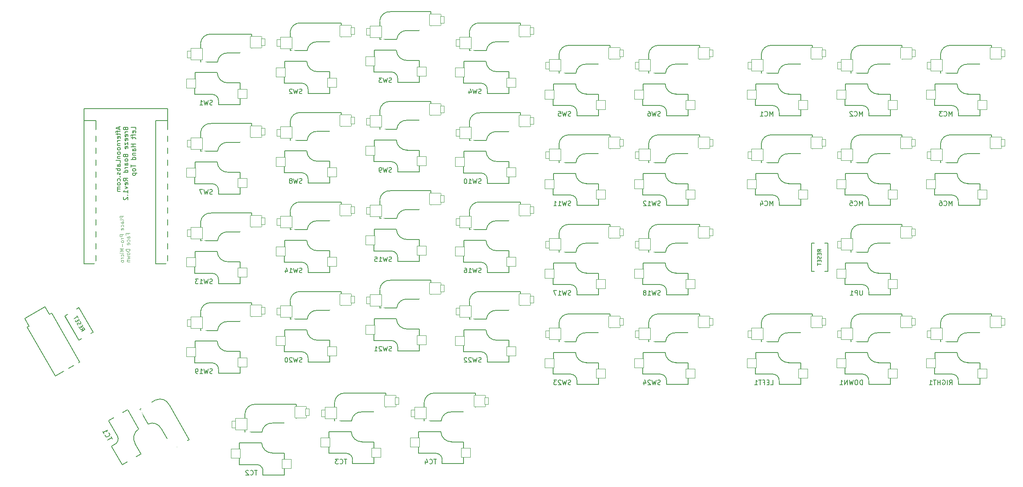
<source format=gbo>
G04 #@! TF.GenerationSoftware,KiCad,Pcbnew,7.0.10*
G04 #@! TF.CreationDate,2024-03-31T17:07:34-04:00*
G04 #@! TF.ProjectId,Breeze,42726565-7a65-42e6-9b69-6361645f7063,Rev1.2*
G04 #@! TF.SameCoordinates,Original*
G04 #@! TF.FileFunction,Legend,Bot*
G04 #@! TF.FilePolarity,Positive*
%FSLAX46Y46*%
G04 Gerber Fmt 4.6, Leading zero omitted, Abs format (unit mm)*
G04 Created by KiCad (PCBNEW 7.0.10) date 2024-03-31 17:07:34*
%MOMM*%
%LPD*%
G01*
G04 APERTURE LIST*
G04 Aperture macros list*
%AMRoundRect*
0 Rectangle with rounded corners*
0 $1 Rounding radius*
0 $2 $3 $4 $5 $6 $7 $8 $9 X,Y pos of 4 corners*
0 Add a 4 corners polygon primitive as box body*
4,1,4,$2,$3,$4,$5,$6,$7,$8,$9,$2,$3,0*
0 Add four circle primitives for the rounded corners*
1,1,$1+$1,$2,$3*
1,1,$1+$1,$4,$5*
1,1,$1+$1,$6,$7*
1,1,$1+$1,$8,$9*
0 Add four rect primitives between the rounded corners*
20,1,$1+$1,$2,$3,$4,$5,0*
20,1,$1+$1,$4,$5,$6,$7,0*
20,1,$1+$1,$6,$7,$8,$9,0*
20,1,$1+$1,$8,$9,$2,$3,0*%
G04 Aperture macros list end*
%ADD10C,0.150000*%
%ADD11C,0.100000*%
%ADD12C,1.524000*%
%ADD13C,0.200000*%
%ADD14C,0.010000*%
%ADD15C,2.101600*%
%ADD16C,1.301600*%
%ADD17RoundRect,0.050800X0.091987X-1.159327X0.958013X-0.659327X-0.091987X1.159327X-0.958013X0.659327X0*%
%ADD18C,1.625600*%
%ADD19C,2.001600*%
%ADD20C,1.801600*%
%ADD21C,3.101600*%
%ADD22C,0.201600*%
%ADD23C,4.101600*%
%ADD24RoundRect,0.050800X-0.350000X-0.750000X0.350000X-0.750000X0.350000X0.750000X-0.350000X0.750000X0*%
%ADD25RoundRect,0.050800X1.000000X1.000000X-1.000000X1.000000X-1.000000X-1.000000X1.000000X-1.000000X0*%
%ADD26RoundRect,0.050800X1.250000X1.250000X-1.250000X1.250000X-1.250000X-1.250000X1.250000X-1.250000X0*%
%ADD27RoundRect,0.050800X0.950000X1.000000X-0.950000X1.000000X-0.950000X-1.000000X0.950000X-1.000000X0*%
%ADD28RoundRect,0.050800X1.200000X1.200000X-1.200000X1.200000X-1.200000X-1.200000X1.200000X-1.200000X0*%
%ADD29RoundRect,0.050800X-0.824519X-0.071891X-0.474519X-0.678109X0.824519X0.071891X0.474519X0.678109X0*%
%ADD30RoundRect,0.050800X1.366025X-0.366025X0.366025X1.366025X-1.366025X0.366025X-0.366025X-1.366025X0*%
%ADD31RoundRect,0.050800X1.707532X-0.457532X0.457532X1.707532X-1.707532X0.457532X-0.457532X-1.707532X0*%
%ADD32RoundRect,0.050800X1.341025X-0.322724X0.391025X1.322724X-1.341025X0.322724X-0.391025X-1.322724X0*%
%ADD33RoundRect,0.050800X1.639230X-0.439230X0.439230X1.639230X-1.639230X0.439230X-0.439230X-1.639230X0*%
%ADD34C,3.149600*%
%ADD35C,4.089400*%
%ADD36C,2.701600*%
G04 APERTURE END LIST*
D10*
X122923104Y-121160160D02*
X122923104Y-121636350D01*
X123208819Y-121064922D02*
X122208819Y-121398255D01*
X122208819Y-121398255D02*
X123208819Y-121731588D01*
X122542152Y-121922065D02*
X122542152Y-122303017D01*
X123208819Y-122064922D02*
X122351676Y-122064922D01*
X122351676Y-122064922D02*
X122256438Y-122112541D01*
X122256438Y-122112541D02*
X122208819Y-122207779D01*
X122208819Y-122207779D02*
X122208819Y-122303017D01*
X122542152Y-122493494D02*
X122542152Y-122874446D01*
X122208819Y-122636351D02*
X123065961Y-122636351D01*
X123065961Y-122636351D02*
X123161200Y-122683970D01*
X123161200Y-122683970D02*
X123208819Y-122779208D01*
X123208819Y-122779208D02*
X123208819Y-122874446D01*
X123161200Y-123588732D02*
X123208819Y-123493494D01*
X123208819Y-123493494D02*
X123208819Y-123303018D01*
X123208819Y-123303018D02*
X123161200Y-123207780D01*
X123161200Y-123207780D02*
X123065961Y-123160161D01*
X123065961Y-123160161D02*
X122685009Y-123160161D01*
X122685009Y-123160161D02*
X122589771Y-123207780D01*
X122589771Y-123207780D02*
X122542152Y-123303018D01*
X122542152Y-123303018D02*
X122542152Y-123493494D01*
X122542152Y-123493494D02*
X122589771Y-123588732D01*
X122589771Y-123588732D02*
X122685009Y-123636351D01*
X122685009Y-123636351D02*
X122780247Y-123636351D01*
X122780247Y-123636351D02*
X122875485Y-123160161D01*
X123208819Y-124064923D02*
X122542152Y-124064923D01*
X122732628Y-124064923D02*
X122637390Y-124112542D01*
X122637390Y-124112542D02*
X122589771Y-124160161D01*
X122589771Y-124160161D02*
X122542152Y-124255399D01*
X122542152Y-124255399D02*
X122542152Y-124350637D01*
X122542152Y-124683971D02*
X123208819Y-124683971D01*
X122637390Y-124683971D02*
X122589771Y-124731590D01*
X122589771Y-124731590D02*
X122542152Y-124826828D01*
X122542152Y-124826828D02*
X122542152Y-124969685D01*
X122542152Y-124969685D02*
X122589771Y-125064923D01*
X122589771Y-125064923D02*
X122685009Y-125112542D01*
X122685009Y-125112542D02*
X123208819Y-125112542D01*
X123208819Y-125731590D02*
X123161200Y-125636352D01*
X123161200Y-125636352D02*
X123113580Y-125588733D01*
X123113580Y-125588733D02*
X123018342Y-125541114D01*
X123018342Y-125541114D02*
X122732628Y-125541114D01*
X122732628Y-125541114D02*
X122637390Y-125588733D01*
X122637390Y-125588733D02*
X122589771Y-125636352D01*
X122589771Y-125636352D02*
X122542152Y-125731590D01*
X122542152Y-125731590D02*
X122542152Y-125874447D01*
X122542152Y-125874447D02*
X122589771Y-125969685D01*
X122589771Y-125969685D02*
X122637390Y-126017304D01*
X122637390Y-126017304D02*
X122732628Y-126064923D01*
X122732628Y-126064923D02*
X123018342Y-126064923D01*
X123018342Y-126064923D02*
X123113580Y-126017304D01*
X123113580Y-126017304D02*
X123161200Y-125969685D01*
X123161200Y-125969685D02*
X123208819Y-125874447D01*
X123208819Y-125874447D02*
X123208819Y-125731590D01*
X123208819Y-126636352D02*
X123161200Y-126541114D01*
X123161200Y-126541114D02*
X123113580Y-126493495D01*
X123113580Y-126493495D02*
X123018342Y-126445876D01*
X123018342Y-126445876D02*
X122732628Y-126445876D01*
X122732628Y-126445876D02*
X122637390Y-126493495D01*
X122637390Y-126493495D02*
X122589771Y-126541114D01*
X122589771Y-126541114D02*
X122542152Y-126636352D01*
X122542152Y-126636352D02*
X122542152Y-126779209D01*
X122542152Y-126779209D02*
X122589771Y-126874447D01*
X122589771Y-126874447D02*
X122637390Y-126922066D01*
X122637390Y-126922066D02*
X122732628Y-126969685D01*
X122732628Y-126969685D02*
X123018342Y-126969685D01*
X123018342Y-126969685D02*
X123113580Y-126922066D01*
X123113580Y-126922066D02*
X123161200Y-126874447D01*
X123161200Y-126874447D02*
X123208819Y-126779209D01*
X123208819Y-126779209D02*
X123208819Y-126636352D01*
X122542152Y-127398257D02*
X123208819Y-127398257D01*
X122637390Y-127398257D02*
X122589771Y-127445876D01*
X122589771Y-127445876D02*
X122542152Y-127541114D01*
X122542152Y-127541114D02*
X122542152Y-127683971D01*
X122542152Y-127683971D02*
X122589771Y-127779209D01*
X122589771Y-127779209D02*
X122685009Y-127826828D01*
X122685009Y-127826828D02*
X123208819Y-127826828D01*
X123208819Y-128779209D02*
X123208819Y-128303019D01*
X123208819Y-128303019D02*
X122208819Y-128303019D01*
X123208819Y-129541114D02*
X122685009Y-129541114D01*
X122685009Y-129541114D02*
X122589771Y-129493495D01*
X122589771Y-129493495D02*
X122542152Y-129398257D01*
X122542152Y-129398257D02*
X122542152Y-129207781D01*
X122542152Y-129207781D02*
X122589771Y-129112543D01*
X123161200Y-129541114D02*
X123208819Y-129445876D01*
X123208819Y-129445876D02*
X123208819Y-129207781D01*
X123208819Y-129207781D02*
X123161200Y-129112543D01*
X123161200Y-129112543D02*
X123065961Y-129064924D01*
X123065961Y-129064924D02*
X122970723Y-129064924D01*
X122970723Y-129064924D02*
X122875485Y-129112543D01*
X122875485Y-129112543D02*
X122827866Y-129207781D01*
X122827866Y-129207781D02*
X122827866Y-129445876D01*
X122827866Y-129445876D02*
X122780247Y-129541114D01*
X123208819Y-130017305D02*
X122208819Y-130017305D01*
X122589771Y-130017305D02*
X122542152Y-130112543D01*
X122542152Y-130112543D02*
X122542152Y-130303019D01*
X122542152Y-130303019D02*
X122589771Y-130398257D01*
X122589771Y-130398257D02*
X122637390Y-130445876D01*
X122637390Y-130445876D02*
X122732628Y-130493495D01*
X122732628Y-130493495D02*
X123018342Y-130493495D01*
X123018342Y-130493495D02*
X123113580Y-130445876D01*
X123113580Y-130445876D02*
X123161200Y-130398257D01*
X123161200Y-130398257D02*
X123208819Y-130303019D01*
X123208819Y-130303019D02*
X123208819Y-130112543D01*
X123208819Y-130112543D02*
X123161200Y-130017305D01*
X123161200Y-130874448D02*
X123208819Y-130969686D01*
X123208819Y-130969686D02*
X123208819Y-131160162D01*
X123208819Y-131160162D02*
X123161200Y-131255400D01*
X123161200Y-131255400D02*
X123065961Y-131303019D01*
X123065961Y-131303019D02*
X123018342Y-131303019D01*
X123018342Y-131303019D02*
X122923104Y-131255400D01*
X122923104Y-131255400D02*
X122875485Y-131160162D01*
X122875485Y-131160162D02*
X122875485Y-131017305D01*
X122875485Y-131017305D02*
X122827866Y-130922067D01*
X122827866Y-130922067D02*
X122732628Y-130874448D01*
X122732628Y-130874448D02*
X122685009Y-130874448D01*
X122685009Y-130874448D02*
X122589771Y-130922067D01*
X122589771Y-130922067D02*
X122542152Y-131017305D01*
X122542152Y-131017305D02*
X122542152Y-131160162D01*
X122542152Y-131160162D02*
X122589771Y-131255400D01*
X123113580Y-131731591D02*
X123161200Y-131779210D01*
X123161200Y-131779210D02*
X123208819Y-131731591D01*
X123208819Y-131731591D02*
X123161200Y-131683972D01*
X123161200Y-131683972D02*
X123113580Y-131731591D01*
X123113580Y-131731591D02*
X123208819Y-131731591D01*
X123161200Y-132636352D02*
X123208819Y-132541114D01*
X123208819Y-132541114D02*
X123208819Y-132350638D01*
X123208819Y-132350638D02*
X123161200Y-132255400D01*
X123161200Y-132255400D02*
X123113580Y-132207781D01*
X123113580Y-132207781D02*
X123018342Y-132160162D01*
X123018342Y-132160162D02*
X122732628Y-132160162D01*
X122732628Y-132160162D02*
X122637390Y-132207781D01*
X122637390Y-132207781D02*
X122589771Y-132255400D01*
X122589771Y-132255400D02*
X122542152Y-132350638D01*
X122542152Y-132350638D02*
X122542152Y-132541114D01*
X122542152Y-132541114D02*
X122589771Y-132636352D01*
X123208819Y-133207781D02*
X123161200Y-133112543D01*
X123161200Y-133112543D02*
X123113580Y-133064924D01*
X123113580Y-133064924D02*
X123018342Y-133017305D01*
X123018342Y-133017305D02*
X122732628Y-133017305D01*
X122732628Y-133017305D02*
X122637390Y-133064924D01*
X122637390Y-133064924D02*
X122589771Y-133112543D01*
X122589771Y-133112543D02*
X122542152Y-133207781D01*
X122542152Y-133207781D02*
X122542152Y-133350638D01*
X122542152Y-133350638D02*
X122589771Y-133445876D01*
X122589771Y-133445876D02*
X122637390Y-133493495D01*
X122637390Y-133493495D02*
X122732628Y-133541114D01*
X122732628Y-133541114D02*
X123018342Y-133541114D01*
X123018342Y-133541114D02*
X123113580Y-133493495D01*
X123113580Y-133493495D02*
X123161200Y-133445876D01*
X123161200Y-133445876D02*
X123208819Y-133350638D01*
X123208819Y-133350638D02*
X123208819Y-133207781D01*
X123208819Y-133969686D02*
X122542152Y-133969686D01*
X122637390Y-133969686D02*
X122589771Y-134017305D01*
X122589771Y-134017305D02*
X122542152Y-134112543D01*
X122542152Y-134112543D02*
X122542152Y-134255400D01*
X122542152Y-134255400D02*
X122589771Y-134350638D01*
X122589771Y-134350638D02*
X122685009Y-134398257D01*
X122685009Y-134398257D02*
X123208819Y-134398257D01*
X122685009Y-134398257D02*
X122589771Y-134445876D01*
X122589771Y-134445876D02*
X122542152Y-134541114D01*
X122542152Y-134541114D02*
X122542152Y-134683971D01*
X122542152Y-134683971D02*
X122589771Y-134779210D01*
X122589771Y-134779210D02*
X122685009Y-134826829D01*
X122685009Y-134826829D02*
X123208819Y-134826829D01*
X124295009Y-121541112D02*
X124342628Y-121683969D01*
X124342628Y-121683969D02*
X124390247Y-121731588D01*
X124390247Y-121731588D02*
X124485485Y-121779207D01*
X124485485Y-121779207D02*
X124628342Y-121779207D01*
X124628342Y-121779207D02*
X124723580Y-121731588D01*
X124723580Y-121731588D02*
X124771200Y-121683969D01*
X124771200Y-121683969D02*
X124818819Y-121588731D01*
X124818819Y-121588731D02*
X124818819Y-121207779D01*
X124818819Y-121207779D02*
X123818819Y-121207779D01*
X123818819Y-121207779D02*
X123818819Y-121541112D01*
X123818819Y-121541112D02*
X123866438Y-121636350D01*
X123866438Y-121636350D02*
X123914057Y-121683969D01*
X123914057Y-121683969D02*
X124009295Y-121731588D01*
X124009295Y-121731588D02*
X124104533Y-121731588D01*
X124104533Y-121731588D02*
X124199771Y-121683969D01*
X124199771Y-121683969D02*
X124247390Y-121636350D01*
X124247390Y-121636350D02*
X124295009Y-121541112D01*
X124295009Y-121541112D02*
X124295009Y-121207779D01*
X124818819Y-122207779D02*
X124152152Y-122207779D01*
X124342628Y-122207779D02*
X124247390Y-122255398D01*
X124247390Y-122255398D02*
X124199771Y-122303017D01*
X124199771Y-122303017D02*
X124152152Y-122398255D01*
X124152152Y-122398255D02*
X124152152Y-122493493D01*
X124771200Y-123207779D02*
X124818819Y-123112541D01*
X124818819Y-123112541D02*
X124818819Y-122922065D01*
X124818819Y-122922065D02*
X124771200Y-122826827D01*
X124771200Y-122826827D02*
X124675961Y-122779208D01*
X124675961Y-122779208D02*
X124295009Y-122779208D01*
X124295009Y-122779208D02*
X124199771Y-122826827D01*
X124199771Y-122826827D02*
X124152152Y-122922065D01*
X124152152Y-122922065D02*
X124152152Y-123112541D01*
X124152152Y-123112541D02*
X124199771Y-123207779D01*
X124199771Y-123207779D02*
X124295009Y-123255398D01*
X124295009Y-123255398D02*
X124390247Y-123255398D01*
X124390247Y-123255398D02*
X124485485Y-122779208D01*
X124771200Y-124064922D02*
X124818819Y-123969684D01*
X124818819Y-123969684D02*
X124818819Y-123779208D01*
X124818819Y-123779208D02*
X124771200Y-123683970D01*
X124771200Y-123683970D02*
X124675961Y-123636351D01*
X124675961Y-123636351D02*
X124295009Y-123636351D01*
X124295009Y-123636351D02*
X124199771Y-123683970D01*
X124199771Y-123683970D02*
X124152152Y-123779208D01*
X124152152Y-123779208D02*
X124152152Y-123969684D01*
X124152152Y-123969684D02*
X124199771Y-124064922D01*
X124199771Y-124064922D02*
X124295009Y-124112541D01*
X124295009Y-124112541D02*
X124390247Y-124112541D01*
X124390247Y-124112541D02*
X124485485Y-123636351D01*
X124152152Y-124445875D02*
X124152152Y-124969684D01*
X124152152Y-124969684D02*
X124818819Y-124445875D01*
X124818819Y-124445875D02*
X124818819Y-124969684D01*
X124771200Y-125731589D02*
X124818819Y-125636351D01*
X124818819Y-125636351D02*
X124818819Y-125445875D01*
X124818819Y-125445875D02*
X124771200Y-125350637D01*
X124771200Y-125350637D02*
X124675961Y-125303018D01*
X124675961Y-125303018D02*
X124295009Y-125303018D01*
X124295009Y-125303018D02*
X124199771Y-125350637D01*
X124199771Y-125350637D02*
X124152152Y-125445875D01*
X124152152Y-125445875D02*
X124152152Y-125636351D01*
X124152152Y-125636351D02*
X124199771Y-125731589D01*
X124199771Y-125731589D02*
X124295009Y-125779208D01*
X124295009Y-125779208D02*
X124390247Y-125779208D01*
X124390247Y-125779208D02*
X124485485Y-125303018D01*
X124295009Y-127303018D02*
X124342628Y-127445875D01*
X124342628Y-127445875D02*
X124390247Y-127493494D01*
X124390247Y-127493494D02*
X124485485Y-127541113D01*
X124485485Y-127541113D02*
X124628342Y-127541113D01*
X124628342Y-127541113D02*
X124723580Y-127493494D01*
X124723580Y-127493494D02*
X124771200Y-127445875D01*
X124771200Y-127445875D02*
X124818819Y-127350637D01*
X124818819Y-127350637D02*
X124818819Y-126969685D01*
X124818819Y-126969685D02*
X123818819Y-126969685D01*
X123818819Y-126969685D02*
X123818819Y-127303018D01*
X123818819Y-127303018D02*
X123866438Y-127398256D01*
X123866438Y-127398256D02*
X123914057Y-127445875D01*
X123914057Y-127445875D02*
X124009295Y-127493494D01*
X124009295Y-127493494D02*
X124104533Y-127493494D01*
X124104533Y-127493494D02*
X124199771Y-127445875D01*
X124199771Y-127445875D02*
X124247390Y-127398256D01*
X124247390Y-127398256D02*
X124295009Y-127303018D01*
X124295009Y-127303018D02*
X124295009Y-126969685D01*
X124818819Y-128112542D02*
X124771200Y-128017304D01*
X124771200Y-128017304D02*
X124723580Y-127969685D01*
X124723580Y-127969685D02*
X124628342Y-127922066D01*
X124628342Y-127922066D02*
X124342628Y-127922066D01*
X124342628Y-127922066D02*
X124247390Y-127969685D01*
X124247390Y-127969685D02*
X124199771Y-128017304D01*
X124199771Y-128017304D02*
X124152152Y-128112542D01*
X124152152Y-128112542D02*
X124152152Y-128255399D01*
X124152152Y-128255399D02*
X124199771Y-128350637D01*
X124199771Y-128350637D02*
X124247390Y-128398256D01*
X124247390Y-128398256D02*
X124342628Y-128445875D01*
X124342628Y-128445875D02*
X124628342Y-128445875D01*
X124628342Y-128445875D02*
X124723580Y-128398256D01*
X124723580Y-128398256D02*
X124771200Y-128350637D01*
X124771200Y-128350637D02*
X124818819Y-128255399D01*
X124818819Y-128255399D02*
X124818819Y-128112542D01*
X124818819Y-129303018D02*
X124295009Y-129303018D01*
X124295009Y-129303018D02*
X124199771Y-129255399D01*
X124199771Y-129255399D02*
X124152152Y-129160161D01*
X124152152Y-129160161D02*
X124152152Y-128969685D01*
X124152152Y-128969685D02*
X124199771Y-128874447D01*
X124771200Y-129303018D02*
X124818819Y-129207780D01*
X124818819Y-129207780D02*
X124818819Y-128969685D01*
X124818819Y-128969685D02*
X124771200Y-128874447D01*
X124771200Y-128874447D02*
X124675961Y-128826828D01*
X124675961Y-128826828D02*
X124580723Y-128826828D01*
X124580723Y-128826828D02*
X124485485Y-128874447D01*
X124485485Y-128874447D02*
X124437866Y-128969685D01*
X124437866Y-128969685D02*
X124437866Y-129207780D01*
X124437866Y-129207780D02*
X124390247Y-129303018D01*
X124818819Y-129779209D02*
X124152152Y-129779209D01*
X124342628Y-129779209D02*
X124247390Y-129826828D01*
X124247390Y-129826828D02*
X124199771Y-129874447D01*
X124199771Y-129874447D02*
X124152152Y-129969685D01*
X124152152Y-129969685D02*
X124152152Y-130064923D01*
X124818819Y-130826828D02*
X123818819Y-130826828D01*
X124771200Y-130826828D02*
X124818819Y-130731590D01*
X124818819Y-130731590D02*
X124818819Y-130541114D01*
X124818819Y-130541114D02*
X124771200Y-130445876D01*
X124771200Y-130445876D02*
X124723580Y-130398257D01*
X124723580Y-130398257D02*
X124628342Y-130350638D01*
X124628342Y-130350638D02*
X124342628Y-130350638D01*
X124342628Y-130350638D02*
X124247390Y-130398257D01*
X124247390Y-130398257D02*
X124199771Y-130445876D01*
X124199771Y-130445876D02*
X124152152Y-130541114D01*
X124152152Y-130541114D02*
X124152152Y-130731590D01*
X124152152Y-130731590D02*
X124199771Y-130826828D01*
X124818819Y-132636352D02*
X124342628Y-132303019D01*
X124818819Y-132064924D02*
X123818819Y-132064924D01*
X123818819Y-132064924D02*
X123818819Y-132445876D01*
X123818819Y-132445876D02*
X123866438Y-132541114D01*
X123866438Y-132541114D02*
X123914057Y-132588733D01*
X123914057Y-132588733D02*
X124009295Y-132636352D01*
X124009295Y-132636352D02*
X124152152Y-132636352D01*
X124152152Y-132636352D02*
X124247390Y-132588733D01*
X124247390Y-132588733D02*
X124295009Y-132541114D01*
X124295009Y-132541114D02*
X124342628Y-132445876D01*
X124342628Y-132445876D02*
X124342628Y-132064924D01*
X124771200Y-133445876D02*
X124818819Y-133350638D01*
X124818819Y-133350638D02*
X124818819Y-133160162D01*
X124818819Y-133160162D02*
X124771200Y-133064924D01*
X124771200Y-133064924D02*
X124675961Y-133017305D01*
X124675961Y-133017305D02*
X124295009Y-133017305D01*
X124295009Y-133017305D02*
X124199771Y-133064924D01*
X124199771Y-133064924D02*
X124152152Y-133160162D01*
X124152152Y-133160162D02*
X124152152Y-133350638D01*
X124152152Y-133350638D02*
X124199771Y-133445876D01*
X124199771Y-133445876D02*
X124295009Y-133493495D01*
X124295009Y-133493495D02*
X124390247Y-133493495D01*
X124390247Y-133493495D02*
X124485485Y-133017305D01*
X124152152Y-133826829D02*
X124818819Y-134064924D01*
X124818819Y-134064924D02*
X124152152Y-134303019D01*
X124818819Y-135207781D02*
X124818819Y-134636353D01*
X124818819Y-134922067D02*
X123818819Y-134922067D01*
X123818819Y-134922067D02*
X123961676Y-134826829D01*
X123961676Y-134826829D02*
X124056914Y-134731591D01*
X124056914Y-134731591D02*
X124104533Y-134636353D01*
X124723580Y-135636353D02*
X124771200Y-135683972D01*
X124771200Y-135683972D02*
X124818819Y-135636353D01*
X124818819Y-135636353D02*
X124771200Y-135588734D01*
X124771200Y-135588734D02*
X124723580Y-135636353D01*
X124723580Y-135636353D02*
X124818819Y-135636353D01*
X123914057Y-136064924D02*
X123866438Y-136112543D01*
X123866438Y-136112543D02*
X123818819Y-136207781D01*
X123818819Y-136207781D02*
X123818819Y-136445876D01*
X123818819Y-136445876D02*
X123866438Y-136541114D01*
X123866438Y-136541114D02*
X123914057Y-136588733D01*
X123914057Y-136588733D02*
X124009295Y-136636352D01*
X124009295Y-136636352D02*
X124104533Y-136636352D01*
X124104533Y-136636352D02*
X124247390Y-136588733D01*
X124247390Y-136588733D02*
X124818819Y-136017305D01*
X124818819Y-136017305D02*
X124818819Y-136636352D01*
X126428819Y-121683969D02*
X126428819Y-121207779D01*
X126428819Y-121207779D02*
X125428819Y-121207779D01*
X126381200Y-122398255D02*
X126428819Y-122303017D01*
X126428819Y-122303017D02*
X126428819Y-122112541D01*
X126428819Y-122112541D02*
X126381200Y-122017303D01*
X126381200Y-122017303D02*
X126285961Y-121969684D01*
X126285961Y-121969684D02*
X125905009Y-121969684D01*
X125905009Y-121969684D02*
X125809771Y-122017303D01*
X125809771Y-122017303D02*
X125762152Y-122112541D01*
X125762152Y-122112541D02*
X125762152Y-122303017D01*
X125762152Y-122303017D02*
X125809771Y-122398255D01*
X125809771Y-122398255D02*
X125905009Y-122445874D01*
X125905009Y-122445874D02*
X126000247Y-122445874D01*
X126000247Y-122445874D02*
X126095485Y-121969684D01*
X125762152Y-122731589D02*
X125762152Y-123112541D01*
X126428819Y-122874446D02*
X125571676Y-122874446D01*
X125571676Y-122874446D02*
X125476438Y-122922065D01*
X125476438Y-122922065D02*
X125428819Y-123017303D01*
X125428819Y-123017303D02*
X125428819Y-123112541D01*
X125762152Y-123303018D02*
X125762152Y-123683970D01*
X125428819Y-123445875D02*
X126285961Y-123445875D01*
X126285961Y-123445875D02*
X126381200Y-123493494D01*
X126381200Y-123493494D02*
X126428819Y-123588732D01*
X126428819Y-123588732D02*
X126428819Y-123683970D01*
X126428819Y-124779209D02*
X125428819Y-124779209D01*
X125905009Y-124779209D02*
X125905009Y-125350637D01*
X126428819Y-125350637D02*
X125428819Y-125350637D01*
X126428819Y-126255399D02*
X125905009Y-126255399D01*
X125905009Y-126255399D02*
X125809771Y-126207780D01*
X125809771Y-126207780D02*
X125762152Y-126112542D01*
X125762152Y-126112542D02*
X125762152Y-125922066D01*
X125762152Y-125922066D02*
X125809771Y-125826828D01*
X126381200Y-126255399D02*
X126428819Y-126160161D01*
X126428819Y-126160161D02*
X126428819Y-125922066D01*
X126428819Y-125922066D02*
X126381200Y-125826828D01*
X126381200Y-125826828D02*
X126285961Y-125779209D01*
X126285961Y-125779209D02*
X126190723Y-125779209D01*
X126190723Y-125779209D02*
X126095485Y-125826828D01*
X126095485Y-125826828D02*
X126047866Y-125922066D01*
X126047866Y-125922066D02*
X126047866Y-126160161D01*
X126047866Y-126160161D02*
X126000247Y-126255399D01*
X125762152Y-126731590D02*
X126428819Y-126731590D01*
X125857390Y-126731590D02*
X125809771Y-126779209D01*
X125809771Y-126779209D02*
X125762152Y-126874447D01*
X125762152Y-126874447D02*
X125762152Y-127017304D01*
X125762152Y-127017304D02*
X125809771Y-127112542D01*
X125809771Y-127112542D02*
X125905009Y-127160161D01*
X125905009Y-127160161D02*
X126428819Y-127160161D01*
X126428819Y-128064923D02*
X125428819Y-128064923D01*
X126381200Y-128064923D02*
X126428819Y-127969685D01*
X126428819Y-127969685D02*
X126428819Y-127779209D01*
X126428819Y-127779209D02*
X126381200Y-127683971D01*
X126381200Y-127683971D02*
X126333580Y-127636352D01*
X126333580Y-127636352D02*
X126238342Y-127588733D01*
X126238342Y-127588733D02*
X125952628Y-127588733D01*
X125952628Y-127588733D02*
X125857390Y-127636352D01*
X125857390Y-127636352D02*
X125809771Y-127683971D01*
X125809771Y-127683971D02*
X125762152Y-127779209D01*
X125762152Y-127779209D02*
X125762152Y-127969685D01*
X125762152Y-127969685D02*
X125809771Y-128064923D01*
X125428819Y-129160162D02*
X125428819Y-129731590D01*
X126428819Y-129445876D02*
X125428819Y-129445876D01*
X126428819Y-130207781D02*
X126381200Y-130112543D01*
X126381200Y-130112543D02*
X126333580Y-130064924D01*
X126333580Y-130064924D02*
X126238342Y-130017305D01*
X126238342Y-130017305D02*
X125952628Y-130017305D01*
X125952628Y-130017305D02*
X125857390Y-130064924D01*
X125857390Y-130064924D02*
X125809771Y-130112543D01*
X125809771Y-130112543D02*
X125762152Y-130207781D01*
X125762152Y-130207781D02*
X125762152Y-130350638D01*
X125762152Y-130350638D02*
X125809771Y-130445876D01*
X125809771Y-130445876D02*
X125857390Y-130493495D01*
X125857390Y-130493495D02*
X125952628Y-130541114D01*
X125952628Y-130541114D02*
X126238342Y-130541114D01*
X126238342Y-130541114D02*
X126333580Y-130493495D01*
X126333580Y-130493495D02*
X126381200Y-130445876D01*
X126381200Y-130445876D02*
X126428819Y-130350638D01*
X126428819Y-130350638D02*
X126428819Y-130207781D01*
X125762152Y-130969686D02*
X126762152Y-130969686D01*
X125809771Y-130969686D02*
X125762152Y-131064924D01*
X125762152Y-131064924D02*
X125762152Y-131255400D01*
X125762152Y-131255400D02*
X125809771Y-131350638D01*
X125809771Y-131350638D02*
X125857390Y-131398257D01*
X125857390Y-131398257D02*
X125952628Y-131445876D01*
X125952628Y-131445876D02*
X126238342Y-131445876D01*
X126238342Y-131445876D02*
X126333580Y-131398257D01*
X126333580Y-131398257D02*
X126381200Y-131350638D01*
X126381200Y-131350638D02*
X126428819Y-131255400D01*
X126428819Y-131255400D02*
X126428819Y-131064924D01*
X126428819Y-131064924D02*
X126381200Y-130969686D01*
D11*
X123884895Y-140112353D02*
X123084895Y-140112353D01*
X123084895Y-140112353D02*
X123084895Y-140417115D01*
X123084895Y-140417115D02*
X123122990Y-140493305D01*
X123122990Y-140493305D02*
X123161085Y-140531400D01*
X123161085Y-140531400D02*
X123237276Y-140569496D01*
X123237276Y-140569496D02*
X123351561Y-140569496D01*
X123351561Y-140569496D02*
X123427752Y-140531400D01*
X123427752Y-140531400D02*
X123465847Y-140493305D01*
X123465847Y-140493305D02*
X123503942Y-140417115D01*
X123503942Y-140417115D02*
X123503942Y-140112353D01*
X123884895Y-141026638D02*
X123846800Y-140950448D01*
X123846800Y-140950448D02*
X123770609Y-140912353D01*
X123770609Y-140912353D02*
X123084895Y-140912353D01*
X123884895Y-141674258D02*
X123465847Y-141674258D01*
X123465847Y-141674258D02*
X123389657Y-141636163D01*
X123389657Y-141636163D02*
X123351561Y-141559972D01*
X123351561Y-141559972D02*
X123351561Y-141407591D01*
X123351561Y-141407591D02*
X123389657Y-141331401D01*
X123846800Y-141674258D02*
X123884895Y-141598067D01*
X123884895Y-141598067D02*
X123884895Y-141407591D01*
X123884895Y-141407591D02*
X123846800Y-141331401D01*
X123846800Y-141331401D02*
X123770609Y-141293305D01*
X123770609Y-141293305D02*
X123694419Y-141293305D01*
X123694419Y-141293305D02*
X123618228Y-141331401D01*
X123618228Y-141331401D02*
X123580133Y-141407591D01*
X123580133Y-141407591D02*
X123580133Y-141598067D01*
X123580133Y-141598067D02*
X123542038Y-141674258D01*
X123846800Y-142398068D02*
X123884895Y-142321877D01*
X123884895Y-142321877D02*
X123884895Y-142169496D01*
X123884895Y-142169496D02*
X123846800Y-142093306D01*
X123846800Y-142093306D02*
X123808704Y-142055211D01*
X123808704Y-142055211D02*
X123732514Y-142017115D01*
X123732514Y-142017115D02*
X123503942Y-142017115D01*
X123503942Y-142017115D02*
X123427752Y-142055211D01*
X123427752Y-142055211D02*
X123389657Y-142093306D01*
X123389657Y-142093306D02*
X123351561Y-142169496D01*
X123351561Y-142169496D02*
X123351561Y-142321877D01*
X123351561Y-142321877D02*
X123389657Y-142398068D01*
X123846800Y-143045687D02*
X123884895Y-142969496D01*
X123884895Y-142969496D02*
X123884895Y-142817115D01*
X123884895Y-142817115D02*
X123846800Y-142740925D01*
X123846800Y-142740925D02*
X123770609Y-142702829D01*
X123770609Y-142702829D02*
X123465847Y-142702829D01*
X123465847Y-142702829D02*
X123389657Y-142740925D01*
X123389657Y-142740925D02*
X123351561Y-142817115D01*
X123351561Y-142817115D02*
X123351561Y-142969496D01*
X123351561Y-142969496D02*
X123389657Y-143045687D01*
X123389657Y-143045687D02*
X123465847Y-143083782D01*
X123465847Y-143083782D02*
X123542038Y-143083782D01*
X123542038Y-143083782D02*
X123618228Y-142702829D01*
X123884895Y-144036163D02*
X123084895Y-144036163D01*
X123084895Y-144036163D02*
X123084895Y-144340925D01*
X123084895Y-144340925D02*
X123122990Y-144417115D01*
X123122990Y-144417115D02*
X123161085Y-144455210D01*
X123161085Y-144455210D02*
X123237276Y-144493306D01*
X123237276Y-144493306D02*
X123351561Y-144493306D01*
X123351561Y-144493306D02*
X123427752Y-144455210D01*
X123427752Y-144455210D02*
X123465847Y-144417115D01*
X123465847Y-144417115D02*
X123503942Y-144340925D01*
X123503942Y-144340925D02*
X123503942Y-144036163D01*
X123884895Y-144836163D02*
X123351561Y-144836163D01*
X123503942Y-144836163D02*
X123427752Y-144874258D01*
X123427752Y-144874258D02*
X123389657Y-144912353D01*
X123389657Y-144912353D02*
X123351561Y-144988544D01*
X123351561Y-144988544D02*
X123351561Y-145064734D01*
X123884895Y-145445686D02*
X123846800Y-145369496D01*
X123846800Y-145369496D02*
X123808704Y-145331401D01*
X123808704Y-145331401D02*
X123732514Y-145293305D01*
X123732514Y-145293305D02*
X123503942Y-145293305D01*
X123503942Y-145293305D02*
X123427752Y-145331401D01*
X123427752Y-145331401D02*
X123389657Y-145369496D01*
X123389657Y-145369496D02*
X123351561Y-145445686D01*
X123351561Y-145445686D02*
X123351561Y-145559972D01*
X123351561Y-145559972D02*
X123389657Y-145636163D01*
X123389657Y-145636163D02*
X123427752Y-145674258D01*
X123427752Y-145674258D02*
X123503942Y-145712353D01*
X123503942Y-145712353D02*
X123732514Y-145712353D01*
X123732514Y-145712353D02*
X123808704Y-145674258D01*
X123808704Y-145674258D02*
X123846800Y-145636163D01*
X123846800Y-145636163D02*
X123884895Y-145559972D01*
X123884895Y-145559972D02*
X123884895Y-145445686D01*
X123580133Y-146055211D02*
X123580133Y-146664735D01*
X123884895Y-147045687D02*
X123084895Y-147045687D01*
X123084895Y-147045687D02*
X123656323Y-147312353D01*
X123656323Y-147312353D02*
X123084895Y-147579020D01*
X123084895Y-147579020D02*
X123884895Y-147579020D01*
X123884895Y-147959973D02*
X123351561Y-147959973D01*
X123084895Y-147959973D02*
X123122990Y-147921877D01*
X123122990Y-147921877D02*
X123161085Y-147959973D01*
X123161085Y-147959973D02*
X123122990Y-147998068D01*
X123122990Y-147998068D02*
X123084895Y-147959973D01*
X123084895Y-147959973D02*
X123161085Y-147959973D01*
X123846800Y-148683782D02*
X123884895Y-148607591D01*
X123884895Y-148607591D02*
X123884895Y-148455210D01*
X123884895Y-148455210D02*
X123846800Y-148379020D01*
X123846800Y-148379020D02*
X123808704Y-148340925D01*
X123808704Y-148340925D02*
X123732514Y-148302829D01*
X123732514Y-148302829D02*
X123503942Y-148302829D01*
X123503942Y-148302829D02*
X123427752Y-148340925D01*
X123427752Y-148340925D02*
X123389657Y-148379020D01*
X123389657Y-148379020D02*
X123351561Y-148455210D01*
X123351561Y-148455210D02*
X123351561Y-148607591D01*
X123351561Y-148607591D02*
X123389657Y-148683782D01*
X123884895Y-149026639D02*
X123351561Y-149026639D01*
X123503942Y-149026639D02*
X123427752Y-149064734D01*
X123427752Y-149064734D02*
X123389657Y-149102829D01*
X123389657Y-149102829D02*
X123351561Y-149179020D01*
X123351561Y-149179020D02*
X123351561Y-149255210D01*
X123884895Y-149636162D02*
X123846800Y-149559972D01*
X123846800Y-149559972D02*
X123808704Y-149521877D01*
X123808704Y-149521877D02*
X123732514Y-149483781D01*
X123732514Y-149483781D02*
X123503942Y-149483781D01*
X123503942Y-149483781D02*
X123427752Y-149521877D01*
X123427752Y-149521877D02*
X123389657Y-149559972D01*
X123389657Y-149559972D02*
X123351561Y-149636162D01*
X123351561Y-149636162D02*
X123351561Y-149750448D01*
X123351561Y-149750448D02*
X123389657Y-149826639D01*
X123389657Y-149826639D02*
X123427752Y-149864734D01*
X123427752Y-149864734D02*
X123503942Y-149902829D01*
X123503942Y-149902829D02*
X123732514Y-149902829D01*
X123732514Y-149902829D02*
X123808704Y-149864734D01*
X123808704Y-149864734D02*
X123846800Y-149826639D01*
X123846800Y-149826639D02*
X123884895Y-149750448D01*
X123884895Y-149750448D02*
X123884895Y-149636162D01*
X124753847Y-144036162D02*
X124753847Y-143769496D01*
X125172895Y-143769496D02*
X124372895Y-143769496D01*
X124372895Y-143769496D02*
X124372895Y-144150448D01*
X125172895Y-144798067D02*
X124753847Y-144798067D01*
X124753847Y-144798067D02*
X124677657Y-144759972D01*
X124677657Y-144759972D02*
X124639561Y-144683781D01*
X124639561Y-144683781D02*
X124639561Y-144531400D01*
X124639561Y-144531400D02*
X124677657Y-144455210D01*
X125134800Y-144798067D02*
X125172895Y-144721876D01*
X125172895Y-144721876D02*
X125172895Y-144531400D01*
X125172895Y-144531400D02*
X125134800Y-144455210D01*
X125134800Y-144455210D02*
X125058609Y-144417114D01*
X125058609Y-144417114D02*
X124982419Y-144417114D01*
X124982419Y-144417114D02*
X124906228Y-144455210D01*
X124906228Y-144455210D02*
X124868133Y-144531400D01*
X124868133Y-144531400D02*
X124868133Y-144721876D01*
X124868133Y-144721876D02*
X124830038Y-144798067D01*
X125134800Y-145521877D02*
X125172895Y-145445686D01*
X125172895Y-145445686D02*
X125172895Y-145293305D01*
X125172895Y-145293305D02*
X125134800Y-145217115D01*
X125134800Y-145217115D02*
X125096704Y-145179020D01*
X125096704Y-145179020D02*
X125020514Y-145140924D01*
X125020514Y-145140924D02*
X124791942Y-145140924D01*
X124791942Y-145140924D02*
X124715752Y-145179020D01*
X124715752Y-145179020D02*
X124677657Y-145217115D01*
X124677657Y-145217115D02*
X124639561Y-145293305D01*
X124639561Y-145293305D02*
X124639561Y-145445686D01*
X124639561Y-145445686D02*
X124677657Y-145521877D01*
X125134800Y-146169496D02*
X125172895Y-146093305D01*
X125172895Y-146093305D02*
X125172895Y-145940924D01*
X125172895Y-145940924D02*
X125134800Y-145864734D01*
X125134800Y-145864734D02*
X125058609Y-145826638D01*
X125058609Y-145826638D02*
X124753847Y-145826638D01*
X124753847Y-145826638D02*
X124677657Y-145864734D01*
X124677657Y-145864734D02*
X124639561Y-145940924D01*
X124639561Y-145940924D02*
X124639561Y-146093305D01*
X124639561Y-146093305D02*
X124677657Y-146169496D01*
X124677657Y-146169496D02*
X124753847Y-146207591D01*
X124753847Y-146207591D02*
X124830038Y-146207591D01*
X124830038Y-146207591D02*
X124906228Y-145826638D01*
X125172895Y-147159972D02*
X124372895Y-147159972D01*
X124372895Y-147159972D02*
X124372895Y-147350448D01*
X124372895Y-147350448D02*
X124410990Y-147464734D01*
X124410990Y-147464734D02*
X124487180Y-147540924D01*
X124487180Y-147540924D02*
X124563371Y-147579019D01*
X124563371Y-147579019D02*
X124715752Y-147617115D01*
X124715752Y-147617115D02*
X124830038Y-147617115D01*
X124830038Y-147617115D02*
X124982419Y-147579019D01*
X124982419Y-147579019D02*
X125058609Y-147540924D01*
X125058609Y-147540924D02*
X125134800Y-147464734D01*
X125134800Y-147464734D02*
X125172895Y-147350448D01*
X125172895Y-147350448D02*
X125172895Y-147159972D01*
X125172895Y-148074257D02*
X125134800Y-147998067D01*
X125134800Y-147998067D02*
X125096704Y-147959972D01*
X125096704Y-147959972D02*
X125020514Y-147921876D01*
X125020514Y-147921876D02*
X124791942Y-147921876D01*
X124791942Y-147921876D02*
X124715752Y-147959972D01*
X124715752Y-147959972D02*
X124677657Y-147998067D01*
X124677657Y-147998067D02*
X124639561Y-148074257D01*
X124639561Y-148074257D02*
X124639561Y-148188543D01*
X124639561Y-148188543D02*
X124677657Y-148264734D01*
X124677657Y-148264734D02*
X124715752Y-148302829D01*
X124715752Y-148302829D02*
X124791942Y-148340924D01*
X124791942Y-148340924D02*
X125020514Y-148340924D01*
X125020514Y-148340924D02*
X125096704Y-148302829D01*
X125096704Y-148302829D02*
X125134800Y-148264734D01*
X125134800Y-148264734D02*
X125172895Y-148188543D01*
X125172895Y-148188543D02*
X125172895Y-148074257D01*
X124639561Y-148607591D02*
X125172895Y-148759972D01*
X125172895Y-148759972D02*
X124791942Y-148912353D01*
X124791942Y-148912353D02*
X125172895Y-149064734D01*
X125172895Y-149064734D02*
X124639561Y-149217115D01*
X124639561Y-149521877D02*
X125172895Y-149521877D01*
X124715752Y-149521877D02*
X124677657Y-149559972D01*
X124677657Y-149559972D02*
X124639561Y-149636162D01*
X124639561Y-149636162D02*
X124639561Y-149750448D01*
X124639561Y-149750448D02*
X124677657Y-149826639D01*
X124677657Y-149826639D02*
X124753847Y-149864734D01*
X124753847Y-149864734D02*
X125172895Y-149864734D01*
D10*
X114694195Y-164255386D02*
X115157443Y-164295850D01*
X114922767Y-164651284D02*
X115615587Y-164251284D01*
X115615587Y-164251284D02*
X115463206Y-163987352D01*
X115463206Y-163987352D02*
X115392119Y-163940417D01*
X115392119Y-163940417D02*
X115340080Y-163926473D01*
X115340080Y-163926473D02*
X115255050Y-163931577D01*
X115255050Y-163931577D02*
X115156075Y-163988720D01*
X115156075Y-163988720D02*
X115109140Y-164059806D01*
X115109140Y-164059806D02*
X115095196Y-164111845D01*
X115095196Y-164111845D02*
X115100300Y-164196876D01*
X115100300Y-164196876D02*
X115252681Y-164460807D01*
X114885672Y-163748940D02*
X114752339Y-163517999D01*
X114332290Y-163628549D02*
X114522767Y-163958463D01*
X114522767Y-163958463D02*
X115215587Y-163558463D01*
X115215587Y-163558463D02*
X115025111Y-163228549D01*
X114212901Y-163345569D02*
X114122766Y-163265643D01*
X114122766Y-163265643D02*
X114027528Y-163100685D01*
X114027528Y-163100685D02*
X114022424Y-163015655D01*
X114022424Y-163015655D02*
X114036368Y-162963616D01*
X114036368Y-162963616D02*
X114083303Y-162892529D01*
X114083303Y-162892529D02*
X114149286Y-162854434D01*
X114149286Y-162854434D02*
X114234317Y-162849330D01*
X114234317Y-162849330D02*
X114286356Y-162863274D01*
X114286356Y-162863274D02*
X114357443Y-162910209D01*
X114357443Y-162910209D02*
X114466625Y-163023127D01*
X114466625Y-163023127D02*
X114537711Y-163070063D01*
X114537711Y-163070063D02*
X114589750Y-163084006D01*
X114589750Y-163084006D02*
X114674781Y-163078903D01*
X114674781Y-163078903D02*
X114740764Y-163040807D01*
X114740764Y-163040807D02*
X114787699Y-162969721D01*
X114787699Y-162969721D02*
X114801643Y-162917682D01*
X114801643Y-162917682D02*
X114796539Y-162832651D01*
X114796539Y-162832651D02*
X114701301Y-162667694D01*
X114701301Y-162667694D02*
X114611167Y-162587767D01*
X114142815Y-162462273D02*
X114009482Y-162231332D01*
X113589433Y-162341882D02*
X113779909Y-162671796D01*
X113779909Y-162671796D02*
X114472729Y-162271796D01*
X114472729Y-162271796D02*
X114282253Y-161941882D01*
X114167967Y-161743933D02*
X113939396Y-161348036D01*
X113360861Y-161945984D02*
X114053681Y-161545984D01*
X280961220Y-175994819D02*
X280961220Y-174994819D01*
X280961220Y-174994819D02*
X280723125Y-174994819D01*
X280723125Y-174994819D02*
X280580268Y-175042438D01*
X280580268Y-175042438D02*
X280485030Y-175137676D01*
X280485030Y-175137676D02*
X280437411Y-175232914D01*
X280437411Y-175232914D02*
X280389792Y-175423390D01*
X280389792Y-175423390D02*
X280389792Y-175566247D01*
X280389792Y-175566247D02*
X280437411Y-175756723D01*
X280437411Y-175756723D02*
X280485030Y-175851961D01*
X280485030Y-175851961D02*
X280580268Y-175947200D01*
X280580268Y-175947200D02*
X280723125Y-175994819D01*
X280723125Y-175994819D02*
X280961220Y-175994819D01*
X279770744Y-174994819D02*
X279580268Y-174994819D01*
X279580268Y-174994819D02*
X279485030Y-175042438D01*
X279485030Y-175042438D02*
X279389792Y-175137676D01*
X279389792Y-175137676D02*
X279342173Y-175328152D01*
X279342173Y-175328152D02*
X279342173Y-175661485D01*
X279342173Y-175661485D02*
X279389792Y-175851961D01*
X279389792Y-175851961D02*
X279485030Y-175947200D01*
X279485030Y-175947200D02*
X279580268Y-175994819D01*
X279580268Y-175994819D02*
X279770744Y-175994819D01*
X279770744Y-175994819D02*
X279865982Y-175947200D01*
X279865982Y-175947200D02*
X279961220Y-175851961D01*
X279961220Y-175851961D02*
X280008839Y-175661485D01*
X280008839Y-175661485D02*
X280008839Y-175328152D01*
X280008839Y-175328152D02*
X279961220Y-175137676D01*
X279961220Y-175137676D02*
X279865982Y-175042438D01*
X279865982Y-175042438D02*
X279770744Y-174994819D01*
X279008839Y-174994819D02*
X278770744Y-175994819D01*
X278770744Y-175994819D02*
X278580268Y-175280533D01*
X278580268Y-175280533D02*
X278389792Y-175994819D01*
X278389792Y-175994819D02*
X278151697Y-174994819D01*
X277770744Y-175994819D02*
X277770744Y-174994819D01*
X277770744Y-174994819D02*
X277199316Y-175994819D01*
X277199316Y-175994819D02*
X277199316Y-174994819D01*
X276199316Y-175994819D02*
X276770744Y-175994819D01*
X276485030Y-175994819D02*
X276485030Y-174994819D01*
X276485030Y-174994819D02*
X276580268Y-175137676D01*
X276580268Y-175137676D02*
X276675506Y-175232914D01*
X276675506Y-175232914D02*
X276770744Y-175280533D01*
X261435030Y-175994819D02*
X261911220Y-175994819D01*
X261911220Y-175994819D02*
X261911220Y-174994819D01*
X261101696Y-175471009D02*
X260768363Y-175471009D01*
X260625506Y-175994819D02*
X261101696Y-175994819D01*
X261101696Y-175994819D02*
X261101696Y-174994819D01*
X261101696Y-174994819D02*
X260625506Y-174994819D01*
X259863601Y-175471009D02*
X260196934Y-175471009D01*
X260196934Y-175994819D02*
X260196934Y-174994819D01*
X260196934Y-174994819D02*
X259720744Y-174994819D01*
X259482648Y-174994819D02*
X258911220Y-174994819D01*
X259196934Y-175994819D02*
X259196934Y-174994819D01*
X258054077Y-175994819D02*
X258625505Y-175994819D01*
X258339791Y-175994819D02*
X258339791Y-174994819D01*
X258339791Y-174994819D02*
X258435029Y-175137676D01*
X258435029Y-175137676D02*
X258530267Y-175232914D01*
X258530267Y-175232914D02*
X258625505Y-175280533D01*
X299439792Y-175994819D02*
X299773125Y-175518628D01*
X300011220Y-175994819D02*
X300011220Y-174994819D01*
X300011220Y-174994819D02*
X299630268Y-174994819D01*
X299630268Y-174994819D02*
X299535030Y-175042438D01*
X299535030Y-175042438D02*
X299487411Y-175090057D01*
X299487411Y-175090057D02*
X299439792Y-175185295D01*
X299439792Y-175185295D02*
X299439792Y-175328152D01*
X299439792Y-175328152D02*
X299487411Y-175423390D01*
X299487411Y-175423390D02*
X299535030Y-175471009D01*
X299535030Y-175471009D02*
X299630268Y-175518628D01*
X299630268Y-175518628D02*
X300011220Y-175518628D01*
X299011220Y-175994819D02*
X299011220Y-174994819D01*
X298011221Y-175042438D02*
X298106459Y-174994819D01*
X298106459Y-174994819D02*
X298249316Y-174994819D01*
X298249316Y-174994819D02*
X298392173Y-175042438D01*
X298392173Y-175042438D02*
X298487411Y-175137676D01*
X298487411Y-175137676D02*
X298535030Y-175232914D01*
X298535030Y-175232914D02*
X298582649Y-175423390D01*
X298582649Y-175423390D02*
X298582649Y-175566247D01*
X298582649Y-175566247D02*
X298535030Y-175756723D01*
X298535030Y-175756723D02*
X298487411Y-175851961D01*
X298487411Y-175851961D02*
X298392173Y-175947200D01*
X298392173Y-175947200D02*
X298249316Y-175994819D01*
X298249316Y-175994819D02*
X298154078Y-175994819D01*
X298154078Y-175994819D02*
X298011221Y-175947200D01*
X298011221Y-175947200D02*
X297963602Y-175899580D01*
X297963602Y-175899580D02*
X297963602Y-175566247D01*
X297963602Y-175566247D02*
X298154078Y-175566247D01*
X297535030Y-175994819D02*
X297535030Y-174994819D01*
X297535030Y-175471009D02*
X296963602Y-175471009D01*
X296963602Y-175994819D02*
X296963602Y-174994819D01*
X296630268Y-174994819D02*
X296058840Y-174994819D01*
X296344554Y-175994819D02*
X296344554Y-174994819D01*
X295201697Y-175994819D02*
X295773125Y-175994819D01*
X295487411Y-175994819D02*
X295487411Y-174994819D01*
X295487411Y-174994819D02*
X295582649Y-175137676D01*
X295582649Y-175137676D02*
X295677887Y-175232914D01*
X295677887Y-175232914D02*
X295773125Y-175280533D01*
X280961220Y-155944819D02*
X280961220Y-156754342D01*
X280961220Y-156754342D02*
X280913601Y-156849580D01*
X280913601Y-156849580D02*
X280865982Y-156897200D01*
X280865982Y-156897200D02*
X280770744Y-156944819D01*
X280770744Y-156944819D02*
X280580268Y-156944819D01*
X280580268Y-156944819D02*
X280485030Y-156897200D01*
X280485030Y-156897200D02*
X280437411Y-156849580D01*
X280437411Y-156849580D02*
X280389792Y-156754342D01*
X280389792Y-156754342D02*
X280389792Y-155944819D01*
X279913601Y-156944819D02*
X279913601Y-155944819D01*
X279913601Y-155944819D02*
X279532649Y-155944819D01*
X279532649Y-155944819D02*
X279437411Y-155992438D01*
X279437411Y-155992438D02*
X279389792Y-156040057D01*
X279389792Y-156040057D02*
X279342173Y-156135295D01*
X279342173Y-156135295D02*
X279342173Y-156278152D01*
X279342173Y-156278152D02*
X279389792Y-156373390D01*
X279389792Y-156373390D02*
X279437411Y-156421009D01*
X279437411Y-156421009D02*
X279532649Y-156468628D01*
X279532649Y-156468628D02*
X279913601Y-156468628D01*
X278389792Y-156944819D02*
X278961220Y-156944819D01*
X278675506Y-156944819D02*
X278675506Y-155944819D01*
X278675506Y-155944819D02*
X278770744Y-156087676D01*
X278770744Y-156087676D02*
X278865982Y-156182914D01*
X278865982Y-156182914D02*
X278961220Y-156230533D01*
X261911220Y-118844819D02*
X261911220Y-117844819D01*
X261911220Y-117844819D02*
X261577887Y-118559104D01*
X261577887Y-118559104D02*
X261244554Y-117844819D01*
X261244554Y-117844819D02*
X261244554Y-118844819D01*
X260196935Y-118749580D02*
X260244554Y-118797200D01*
X260244554Y-118797200D02*
X260387411Y-118844819D01*
X260387411Y-118844819D02*
X260482649Y-118844819D01*
X260482649Y-118844819D02*
X260625506Y-118797200D01*
X260625506Y-118797200D02*
X260720744Y-118701961D01*
X260720744Y-118701961D02*
X260768363Y-118606723D01*
X260768363Y-118606723D02*
X260815982Y-118416247D01*
X260815982Y-118416247D02*
X260815982Y-118273390D01*
X260815982Y-118273390D02*
X260768363Y-118082914D01*
X260768363Y-118082914D02*
X260720744Y-117987676D01*
X260720744Y-117987676D02*
X260625506Y-117892438D01*
X260625506Y-117892438D02*
X260482649Y-117844819D01*
X260482649Y-117844819D02*
X260387411Y-117844819D01*
X260387411Y-117844819D02*
X260244554Y-117892438D01*
X260244554Y-117892438D02*
X260196935Y-117940057D01*
X259244554Y-118844819D02*
X259815982Y-118844819D01*
X259530268Y-118844819D02*
X259530268Y-117844819D01*
X259530268Y-117844819D02*
X259625506Y-117987676D01*
X259625506Y-117987676D02*
X259720744Y-118082914D01*
X259720744Y-118082914D02*
X259815982Y-118130533D01*
X280961220Y-118844819D02*
X280961220Y-117844819D01*
X280961220Y-117844819D02*
X280627887Y-118559104D01*
X280627887Y-118559104D02*
X280294554Y-117844819D01*
X280294554Y-117844819D02*
X280294554Y-118844819D01*
X279246935Y-118749580D02*
X279294554Y-118797200D01*
X279294554Y-118797200D02*
X279437411Y-118844819D01*
X279437411Y-118844819D02*
X279532649Y-118844819D01*
X279532649Y-118844819D02*
X279675506Y-118797200D01*
X279675506Y-118797200D02*
X279770744Y-118701961D01*
X279770744Y-118701961D02*
X279818363Y-118606723D01*
X279818363Y-118606723D02*
X279865982Y-118416247D01*
X279865982Y-118416247D02*
X279865982Y-118273390D01*
X279865982Y-118273390D02*
X279818363Y-118082914D01*
X279818363Y-118082914D02*
X279770744Y-117987676D01*
X279770744Y-117987676D02*
X279675506Y-117892438D01*
X279675506Y-117892438D02*
X279532649Y-117844819D01*
X279532649Y-117844819D02*
X279437411Y-117844819D01*
X279437411Y-117844819D02*
X279294554Y-117892438D01*
X279294554Y-117892438D02*
X279246935Y-117940057D01*
X278865982Y-117940057D02*
X278818363Y-117892438D01*
X278818363Y-117892438D02*
X278723125Y-117844819D01*
X278723125Y-117844819D02*
X278485030Y-117844819D01*
X278485030Y-117844819D02*
X278389792Y-117892438D01*
X278389792Y-117892438D02*
X278342173Y-117940057D01*
X278342173Y-117940057D02*
X278294554Y-118035295D01*
X278294554Y-118035295D02*
X278294554Y-118130533D01*
X278294554Y-118130533D02*
X278342173Y-118273390D01*
X278342173Y-118273390D02*
X278913601Y-118844819D01*
X278913601Y-118844819D02*
X278294554Y-118844819D01*
X300011220Y-118844819D02*
X300011220Y-117844819D01*
X300011220Y-117844819D02*
X299677887Y-118559104D01*
X299677887Y-118559104D02*
X299344554Y-117844819D01*
X299344554Y-117844819D02*
X299344554Y-118844819D01*
X298296935Y-118749580D02*
X298344554Y-118797200D01*
X298344554Y-118797200D02*
X298487411Y-118844819D01*
X298487411Y-118844819D02*
X298582649Y-118844819D01*
X298582649Y-118844819D02*
X298725506Y-118797200D01*
X298725506Y-118797200D02*
X298820744Y-118701961D01*
X298820744Y-118701961D02*
X298868363Y-118606723D01*
X298868363Y-118606723D02*
X298915982Y-118416247D01*
X298915982Y-118416247D02*
X298915982Y-118273390D01*
X298915982Y-118273390D02*
X298868363Y-118082914D01*
X298868363Y-118082914D02*
X298820744Y-117987676D01*
X298820744Y-117987676D02*
X298725506Y-117892438D01*
X298725506Y-117892438D02*
X298582649Y-117844819D01*
X298582649Y-117844819D02*
X298487411Y-117844819D01*
X298487411Y-117844819D02*
X298344554Y-117892438D01*
X298344554Y-117892438D02*
X298296935Y-117940057D01*
X297963601Y-117844819D02*
X297344554Y-117844819D01*
X297344554Y-117844819D02*
X297677887Y-118225771D01*
X297677887Y-118225771D02*
X297535030Y-118225771D01*
X297535030Y-118225771D02*
X297439792Y-118273390D01*
X297439792Y-118273390D02*
X297392173Y-118321009D01*
X297392173Y-118321009D02*
X297344554Y-118416247D01*
X297344554Y-118416247D02*
X297344554Y-118654342D01*
X297344554Y-118654342D02*
X297392173Y-118749580D01*
X297392173Y-118749580D02*
X297439792Y-118797200D01*
X297439792Y-118797200D02*
X297535030Y-118844819D01*
X297535030Y-118844819D02*
X297820744Y-118844819D01*
X297820744Y-118844819D02*
X297915982Y-118797200D01*
X297915982Y-118797200D02*
X297963601Y-118749580D01*
X261911220Y-137894819D02*
X261911220Y-136894819D01*
X261911220Y-136894819D02*
X261577887Y-137609104D01*
X261577887Y-137609104D02*
X261244554Y-136894819D01*
X261244554Y-136894819D02*
X261244554Y-137894819D01*
X260196935Y-137799580D02*
X260244554Y-137847200D01*
X260244554Y-137847200D02*
X260387411Y-137894819D01*
X260387411Y-137894819D02*
X260482649Y-137894819D01*
X260482649Y-137894819D02*
X260625506Y-137847200D01*
X260625506Y-137847200D02*
X260720744Y-137751961D01*
X260720744Y-137751961D02*
X260768363Y-137656723D01*
X260768363Y-137656723D02*
X260815982Y-137466247D01*
X260815982Y-137466247D02*
X260815982Y-137323390D01*
X260815982Y-137323390D02*
X260768363Y-137132914D01*
X260768363Y-137132914D02*
X260720744Y-137037676D01*
X260720744Y-137037676D02*
X260625506Y-136942438D01*
X260625506Y-136942438D02*
X260482649Y-136894819D01*
X260482649Y-136894819D02*
X260387411Y-136894819D01*
X260387411Y-136894819D02*
X260244554Y-136942438D01*
X260244554Y-136942438D02*
X260196935Y-136990057D01*
X259339792Y-137228152D02*
X259339792Y-137894819D01*
X259577887Y-136847200D02*
X259815982Y-137561485D01*
X259815982Y-137561485D02*
X259196935Y-137561485D01*
X280961220Y-137894819D02*
X280961220Y-136894819D01*
X280961220Y-136894819D02*
X280627887Y-137609104D01*
X280627887Y-137609104D02*
X280294554Y-136894819D01*
X280294554Y-136894819D02*
X280294554Y-137894819D01*
X279246935Y-137799580D02*
X279294554Y-137847200D01*
X279294554Y-137847200D02*
X279437411Y-137894819D01*
X279437411Y-137894819D02*
X279532649Y-137894819D01*
X279532649Y-137894819D02*
X279675506Y-137847200D01*
X279675506Y-137847200D02*
X279770744Y-137751961D01*
X279770744Y-137751961D02*
X279818363Y-137656723D01*
X279818363Y-137656723D02*
X279865982Y-137466247D01*
X279865982Y-137466247D02*
X279865982Y-137323390D01*
X279865982Y-137323390D02*
X279818363Y-137132914D01*
X279818363Y-137132914D02*
X279770744Y-137037676D01*
X279770744Y-137037676D02*
X279675506Y-136942438D01*
X279675506Y-136942438D02*
X279532649Y-136894819D01*
X279532649Y-136894819D02*
X279437411Y-136894819D01*
X279437411Y-136894819D02*
X279294554Y-136942438D01*
X279294554Y-136942438D02*
X279246935Y-136990057D01*
X278342173Y-136894819D02*
X278818363Y-136894819D01*
X278818363Y-136894819D02*
X278865982Y-137371009D01*
X278865982Y-137371009D02*
X278818363Y-137323390D01*
X278818363Y-137323390D02*
X278723125Y-137275771D01*
X278723125Y-137275771D02*
X278485030Y-137275771D01*
X278485030Y-137275771D02*
X278389792Y-137323390D01*
X278389792Y-137323390D02*
X278342173Y-137371009D01*
X278342173Y-137371009D02*
X278294554Y-137466247D01*
X278294554Y-137466247D02*
X278294554Y-137704342D01*
X278294554Y-137704342D02*
X278342173Y-137799580D01*
X278342173Y-137799580D02*
X278389792Y-137847200D01*
X278389792Y-137847200D02*
X278485030Y-137894819D01*
X278485030Y-137894819D02*
X278723125Y-137894819D01*
X278723125Y-137894819D02*
X278818363Y-137847200D01*
X278818363Y-137847200D02*
X278865982Y-137799580D01*
X300011220Y-137894819D02*
X300011220Y-136894819D01*
X300011220Y-136894819D02*
X299677887Y-137609104D01*
X299677887Y-137609104D02*
X299344554Y-136894819D01*
X299344554Y-136894819D02*
X299344554Y-137894819D01*
X298296935Y-137799580D02*
X298344554Y-137847200D01*
X298344554Y-137847200D02*
X298487411Y-137894819D01*
X298487411Y-137894819D02*
X298582649Y-137894819D01*
X298582649Y-137894819D02*
X298725506Y-137847200D01*
X298725506Y-137847200D02*
X298820744Y-137751961D01*
X298820744Y-137751961D02*
X298868363Y-137656723D01*
X298868363Y-137656723D02*
X298915982Y-137466247D01*
X298915982Y-137466247D02*
X298915982Y-137323390D01*
X298915982Y-137323390D02*
X298868363Y-137132914D01*
X298868363Y-137132914D02*
X298820744Y-137037676D01*
X298820744Y-137037676D02*
X298725506Y-136942438D01*
X298725506Y-136942438D02*
X298582649Y-136894819D01*
X298582649Y-136894819D02*
X298487411Y-136894819D01*
X298487411Y-136894819D02*
X298344554Y-136942438D01*
X298344554Y-136942438D02*
X298296935Y-136990057D01*
X297439792Y-136894819D02*
X297630268Y-136894819D01*
X297630268Y-136894819D02*
X297725506Y-136942438D01*
X297725506Y-136942438D02*
X297773125Y-136990057D01*
X297773125Y-136990057D02*
X297868363Y-137132914D01*
X297868363Y-137132914D02*
X297915982Y-137323390D01*
X297915982Y-137323390D02*
X297915982Y-137704342D01*
X297915982Y-137704342D02*
X297868363Y-137799580D01*
X297868363Y-137799580D02*
X297820744Y-137847200D01*
X297820744Y-137847200D02*
X297725506Y-137894819D01*
X297725506Y-137894819D02*
X297535030Y-137894819D01*
X297535030Y-137894819D02*
X297439792Y-137847200D01*
X297439792Y-137847200D02*
X297392173Y-137799580D01*
X297392173Y-137799580D02*
X297344554Y-137704342D01*
X297344554Y-137704342D02*
X297344554Y-137466247D01*
X297344554Y-137466247D02*
X297392173Y-137371009D01*
X297392173Y-137371009D02*
X297439792Y-137323390D01*
X297439792Y-137323390D02*
X297535030Y-137275771D01*
X297535030Y-137275771D02*
X297725506Y-137275771D01*
X297725506Y-137275771D02*
X297820744Y-137323390D01*
X297820744Y-137323390D02*
X297868363Y-137371009D01*
X297868363Y-137371009D02*
X297915982Y-137466247D01*
X142750839Y-116413200D02*
X142607982Y-116460819D01*
X142607982Y-116460819D02*
X142369887Y-116460819D01*
X142369887Y-116460819D02*
X142274649Y-116413200D01*
X142274649Y-116413200D02*
X142227030Y-116365580D01*
X142227030Y-116365580D02*
X142179411Y-116270342D01*
X142179411Y-116270342D02*
X142179411Y-116175104D01*
X142179411Y-116175104D02*
X142227030Y-116079866D01*
X142227030Y-116079866D02*
X142274649Y-116032247D01*
X142274649Y-116032247D02*
X142369887Y-115984628D01*
X142369887Y-115984628D02*
X142560363Y-115937009D01*
X142560363Y-115937009D02*
X142655601Y-115889390D01*
X142655601Y-115889390D02*
X142703220Y-115841771D01*
X142703220Y-115841771D02*
X142750839Y-115746533D01*
X142750839Y-115746533D02*
X142750839Y-115651295D01*
X142750839Y-115651295D02*
X142703220Y-115556057D01*
X142703220Y-115556057D02*
X142655601Y-115508438D01*
X142655601Y-115508438D02*
X142560363Y-115460819D01*
X142560363Y-115460819D02*
X142322268Y-115460819D01*
X142322268Y-115460819D02*
X142179411Y-115508438D01*
X141846077Y-115460819D02*
X141607982Y-116460819D01*
X141607982Y-116460819D02*
X141417506Y-115746533D01*
X141417506Y-115746533D02*
X141227030Y-116460819D01*
X141227030Y-116460819D02*
X140988935Y-115460819D01*
X140084173Y-116460819D02*
X140655601Y-116460819D01*
X140369887Y-116460819D02*
X140369887Y-115460819D01*
X140369887Y-115460819D02*
X140465125Y-115603676D01*
X140465125Y-115603676D02*
X140560363Y-115698914D01*
X140560363Y-115698914D02*
X140655601Y-115746533D01*
X161800839Y-114032200D02*
X161657982Y-114079819D01*
X161657982Y-114079819D02*
X161419887Y-114079819D01*
X161419887Y-114079819D02*
X161324649Y-114032200D01*
X161324649Y-114032200D02*
X161277030Y-113984580D01*
X161277030Y-113984580D02*
X161229411Y-113889342D01*
X161229411Y-113889342D02*
X161229411Y-113794104D01*
X161229411Y-113794104D02*
X161277030Y-113698866D01*
X161277030Y-113698866D02*
X161324649Y-113651247D01*
X161324649Y-113651247D02*
X161419887Y-113603628D01*
X161419887Y-113603628D02*
X161610363Y-113556009D01*
X161610363Y-113556009D02*
X161705601Y-113508390D01*
X161705601Y-113508390D02*
X161753220Y-113460771D01*
X161753220Y-113460771D02*
X161800839Y-113365533D01*
X161800839Y-113365533D02*
X161800839Y-113270295D01*
X161800839Y-113270295D02*
X161753220Y-113175057D01*
X161753220Y-113175057D02*
X161705601Y-113127438D01*
X161705601Y-113127438D02*
X161610363Y-113079819D01*
X161610363Y-113079819D02*
X161372268Y-113079819D01*
X161372268Y-113079819D02*
X161229411Y-113127438D01*
X160896077Y-113079819D02*
X160657982Y-114079819D01*
X160657982Y-114079819D02*
X160467506Y-113365533D01*
X160467506Y-113365533D02*
X160277030Y-114079819D01*
X160277030Y-114079819D02*
X160038935Y-113079819D01*
X159705601Y-113175057D02*
X159657982Y-113127438D01*
X159657982Y-113127438D02*
X159562744Y-113079819D01*
X159562744Y-113079819D02*
X159324649Y-113079819D01*
X159324649Y-113079819D02*
X159229411Y-113127438D01*
X159229411Y-113127438D02*
X159181792Y-113175057D01*
X159181792Y-113175057D02*
X159134173Y-113270295D01*
X159134173Y-113270295D02*
X159134173Y-113365533D01*
X159134173Y-113365533D02*
X159181792Y-113508390D01*
X159181792Y-113508390D02*
X159753220Y-114079819D01*
X159753220Y-114079819D02*
X159134173Y-114079819D01*
X180850839Y-111647200D02*
X180707982Y-111694819D01*
X180707982Y-111694819D02*
X180469887Y-111694819D01*
X180469887Y-111694819D02*
X180374649Y-111647200D01*
X180374649Y-111647200D02*
X180327030Y-111599580D01*
X180327030Y-111599580D02*
X180279411Y-111504342D01*
X180279411Y-111504342D02*
X180279411Y-111409104D01*
X180279411Y-111409104D02*
X180327030Y-111313866D01*
X180327030Y-111313866D02*
X180374649Y-111266247D01*
X180374649Y-111266247D02*
X180469887Y-111218628D01*
X180469887Y-111218628D02*
X180660363Y-111171009D01*
X180660363Y-111171009D02*
X180755601Y-111123390D01*
X180755601Y-111123390D02*
X180803220Y-111075771D01*
X180803220Y-111075771D02*
X180850839Y-110980533D01*
X180850839Y-110980533D02*
X180850839Y-110885295D01*
X180850839Y-110885295D02*
X180803220Y-110790057D01*
X180803220Y-110790057D02*
X180755601Y-110742438D01*
X180755601Y-110742438D02*
X180660363Y-110694819D01*
X180660363Y-110694819D02*
X180422268Y-110694819D01*
X180422268Y-110694819D02*
X180279411Y-110742438D01*
X179946077Y-110694819D02*
X179707982Y-111694819D01*
X179707982Y-111694819D02*
X179517506Y-110980533D01*
X179517506Y-110980533D02*
X179327030Y-111694819D01*
X179327030Y-111694819D02*
X179088935Y-110694819D01*
X178803220Y-110694819D02*
X178184173Y-110694819D01*
X178184173Y-110694819D02*
X178517506Y-111075771D01*
X178517506Y-111075771D02*
X178374649Y-111075771D01*
X178374649Y-111075771D02*
X178279411Y-111123390D01*
X178279411Y-111123390D02*
X178231792Y-111171009D01*
X178231792Y-111171009D02*
X178184173Y-111266247D01*
X178184173Y-111266247D02*
X178184173Y-111504342D01*
X178184173Y-111504342D02*
X178231792Y-111599580D01*
X178231792Y-111599580D02*
X178279411Y-111647200D01*
X178279411Y-111647200D02*
X178374649Y-111694819D01*
X178374649Y-111694819D02*
X178660363Y-111694819D01*
X178660363Y-111694819D02*
X178755601Y-111647200D01*
X178755601Y-111647200D02*
X178803220Y-111599580D01*
X199900839Y-114032200D02*
X199757982Y-114079819D01*
X199757982Y-114079819D02*
X199519887Y-114079819D01*
X199519887Y-114079819D02*
X199424649Y-114032200D01*
X199424649Y-114032200D02*
X199377030Y-113984580D01*
X199377030Y-113984580D02*
X199329411Y-113889342D01*
X199329411Y-113889342D02*
X199329411Y-113794104D01*
X199329411Y-113794104D02*
X199377030Y-113698866D01*
X199377030Y-113698866D02*
X199424649Y-113651247D01*
X199424649Y-113651247D02*
X199519887Y-113603628D01*
X199519887Y-113603628D02*
X199710363Y-113556009D01*
X199710363Y-113556009D02*
X199805601Y-113508390D01*
X199805601Y-113508390D02*
X199853220Y-113460771D01*
X199853220Y-113460771D02*
X199900839Y-113365533D01*
X199900839Y-113365533D02*
X199900839Y-113270295D01*
X199900839Y-113270295D02*
X199853220Y-113175057D01*
X199853220Y-113175057D02*
X199805601Y-113127438D01*
X199805601Y-113127438D02*
X199710363Y-113079819D01*
X199710363Y-113079819D02*
X199472268Y-113079819D01*
X199472268Y-113079819D02*
X199329411Y-113127438D01*
X198996077Y-113079819D02*
X198757982Y-114079819D01*
X198757982Y-114079819D02*
X198567506Y-113365533D01*
X198567506Y-113365533D02*
X198377030Y-114079819D01*
X198377030Y-114079819D02*
X198138935Y-113079819D01*
X197329411Y-113413152D02*
X197329411Y-114079819D01*
X197567506Y-113032200D02*
X197805601Y-113746485D01*
X197805601Y-113746485D02*
X197186554Y-113746485D01*
X218950839Y-118797200D02*
X218807982Y-118844819D01*
X218807982Y-118844819D02*
X218569887Y-118844819D01*
X218569887Y-118844819D02*
X218474649Y-118797200D01*
X218474649Y-118797200D02*
X218427030Y-118749580D01*
X218427030Y-118749580D02*
X218379411Y-118654342D01*
X218379411Y-118654342D02*
X218379411Y-118559104D01*
X218379411Y-118559104D02*
X218427030Y-118463866D01*
X218427030Y-118463866D02*
X218474649Y-118416247D01*
X218474649Y-118416247D02*
X218569887Y-118368628D01*
X218569887Y-118368628D02*
X218760363Y-118321009D01*
X218760363Y-118321009D02*
X218855601Y-118273390D01*
X218855601Y-118273390D02*
X218903220Y-118225771D01*
X218903220Y-118225771D02*
X218950839Y-118130533D01*
X218950839Y-118130533D02*
X218950839Y-118035295D01*
X218950839Y-118035295D02*
X218903220Y-117940057D01*
X218903220Y-117940057D02*
X218855601Y-117892438D01*
X218855601Y-117892438D02*
X218760363Y-117844819D01*
X218760363Y-117844819D02*
X218522268Y-117844819D01*
X218522268Y-117844819D02*
X218379411Y-117892438D01*
X218046077Y-117844819D02*
X217807982Y-118844819D01*
X217807982Y-118844819D02*
X217617506Y-118130533D01*
X217617506Y-118130533D02*
X217427030Y-118844819D01*
X217427030Y-118844819D02*
X217188935Y-117844819D01*
X216331792Y-117844819D02*
X216807982Y-117844819D01*
X216807982Y-117844819D02*
X216855601Y-118321009D01*
X216855601Y-118321009D02*
X216807982Y-118273390D01*
X216807982Y-118273390D02*
X216712744Y-118225771D01*
X216712744Y-118225771D02*
X216474649Y-118225771D01*
X216474649Y-118225771D02*
X216379411Y-118273390D01*
X216379411Y-118273390D02*
X216331792Y-118321009D01*
X216331792Y-118321009D02*
X216284173Y-118416247D01*
X216284173Y-118416247D02*
X216284173Y-118654342D01*
X216284173Y-118654342D02*
X216331792Y-118749580D01*
X216331792Y-118749580D02*
X216379411Y-118797200D01*
X216379411Y-118797200D02*
X216474649Y-118844819D01*
X216474649Y-118844819D02*
X216712744Y-118844819D01*
X216712744Y-118844819D02*
X216807982Y-118797200D01*
X216807982Y-118797200D02*
X216855601Y-118749580D01*
X238000839Y-118797200D02*
X237857982Y-118844819D01*
X237857982Y-118844819D02*
X237619887Y-118844819D01*
X237619887Y-118844819D02*
X237524649Y-118797200D01*
X237524649Y-118797200D02*
X237477030Y-118749580D01*
X237477030Y-118749580D02*
X237429411Y-118654342D01*
X237429411Y-118654342D02*
X237429411Y-118559104D01*
X237429411Y-118559104D02*
X237477030Y-118463866D01*
X237477030Y-118463866D02*
X237524649Y-118416247D01*
X237524649Y-118416247D02*
X237619887Y-118368628D01*
X237619887Y-118368628D02*
X237810363Y-118321009D01*
X237810363Y-118321009D02*
X237905601Y-118273390D01*
X237905601Y-118273390D02*
X237953220Y-118225771D01*
X237953220Y-118225771D02*
X238000839Y-118130533D01*
X238000839Y-118130533D02*
X238000839Y-118035295D01*
X238000839Y-118035295D02*
X237953220Y-117940057D01*
X237953220Y-117940057D02*
X237905601Y-117892438D01*
X237905601Y-117892438D02*
X237810363Y-117844819D01*
X237810363Y-117844819D02*
X237572268Y-117844819D01*
X237572268Y-117844819D02*
X237429411Y-117892438D01*
X237096077Y-117844819D02*
X236857982Y-118844819D01*
X236857982Y-118844819D02*
X236667506Y-118130533D01*
X236667506Y-118130533D02*
X236477030Y-118844819D01*
X236477030Y-118844819D02*
X236238935Y-117844819D01*
X235429411Y-117844819D02*
X235619887Y-117844819D01*
X235619887Y-117844819D02*
X235715125Y-117892438D01*
X235715125Y-117892438D02*
X235762744Y-117940057D01*
X235762744Y-117940057D02*
X235857982Y-118082914D01*
X235857982Y-118082914D02*
X235905601Y-118273390D01*
X235905601Y-118273390D02*
X235905601Y-118654342D01*
X235905601Y-118654342D02*
X235857982Y-118749580D01*
X235857982Y-118749580D02*
X235810363Y-118797200D01*
X235810363Y-118797200D02*
X235715125Y-118844819D01*
X235715125Y-118844819D02*
X235524649Y-118844819D01*
X235524649Y-118844819D02*
X235429411Y-118797200D01*
X235429411Y-118797200D02*
X235381792Y-118749580D01*
X235381792Y-118749580D02*
X235334173Y-118654342D01*
X235334173Y-118654342D02*
X235334173Y-118416247D01*
X235334173Y-118416247D02*
X235381792Y-118321009D01*
X235381792Y-118321009D02*
X235429411Y-118273390D01*
X235429411Y-118273390D02*
X235524649Y-118225771D01*
X235524649Y-118225771D02*
X235715125Y-118225771D01*
X235715125Y-118225771D02*
X235810363Y-118273390D01*
X235810363Y-118273390D02*
X235857982Y-118321009D01*
X235857982Y-118321009D02*
X235905601Y-118416247D01*
X142750839Y-135434200D02*
X142607982Y-135481819D01*
X142607982Y-135481819D02*
X142369887Y-135481819D01*
X142369887Y-135481819D02*
X142274649Y-135434200D01*
X142274649Y-135434200D02*
X142227030Y-135386580D01*
X142227030Y-135386580D02*
X142179411Y-135291342D01*
X142179411Y-135291342D02*
X142179411Y-135196104D01*
X142179411Y-135196104D02*
X142227030Y-135100866D01*
X142227030Y-135100866D02*
X142274649Y-135053247D01*
X142274649Y-135053247D02*
X142369887Y-135005628D01*
X142369887Y-135005628D02*
X142560363Y-134958009D01*
X142560363Y-134958009D02*
X142655601Y-134910390D01*
X142655601Y-134910390D02*
X142703220Y-134862771D01*
X142703220Y-134862771D02*
X142750839Y-134767533D01*
X142750839Y-134767533D02*
X142750839Y-134672295D01*
X142750839Y-134672295D02*
X142703220Y-134577057D01*
X142703220Y-134577057D02*
X142655601Y-134529438D01*
X142655601Y-134529438D02*
X142560363Y-134481819D01*
X142560363Y-134481819D02*
X142322268Y-134481819D01*
X142322268Y-134481819D02*
X142179411Y-134529438D01*
X141846077Y-134481819D02*
X141607982Y-135481819D01*
X141607982Y-135481819D02*
X141417506Y-134767533D01*
X141417506Y-134767533D02*
X141227030Y-135481819D01*
X141227030Y-135481819D02*
X140988935Y-134481819D01*
X140703220Y-134481819D02*
X140036554Y-134481819D01*
X140036554Y-134481819D02*
X140465125Y-135481819D01*
X161800839Y-133097400D02*
X161657982Y-133145019D01*
X161657982Y-133145019D02*
X161419887Y-133145019D01*
X161419887Y-133145019D02*
X161324649Y-133097400D01*
X161324649Y-133097400D02*
X161277030Y-133049780D01*
X161277030Y-133049780D02*
X161229411Y-132954542D01*
X161229411Y-132954542D02*
X161229411Y-132859304D01*
X161229411Y-132859304D02*
X161277030Y-132764066D01*
X161277030Y-132764066D02*
X161324649Y-132716447D01*
X161324649Y-132716447D02*
X161419887Y-132668828D01*
X161419887Y-132668828D02*
X161610363Y-132621209D01*
X161610363Y-132621209D02*
X161705601Y-132573590D01*
X161705601Y-132573590D02*
X161753220Y-132525971D01*
X161753220Y-132525971D02*
X161800839Y-132430733D01*
X161800839Y-132430733D02*
X161800839Y-132335495D01*
X161800839Y-132335495D02*
X161753220Y-132240257D01*
X161753220Y-132240257D02*
X161705601Y-132192638D01*
X161705601Y-132192638D02*
X161610363Y-132145019D01*
X161610363Y-132145019D02*
X161372268Y-132145019D01*
X161372268Y-132145019D02*
X161229411Y-132192638D01*
X160896077Y-132145019D02*
X160657982Y-133145019D01*
X160657982Y-133145019D02*
X160467506Y-132430733D01*
X160467506Y-132430733D02*
X160277030Y-133145019D01*
X160277030Y-133145019D02*
X160038935Y-132145019D01*
X159515125Y-132573590D02*
X159610363Y-132525971D01*
X159610363Y-132525971D02*
X159657982Y-132478352D01*
X159657982Y-132478352D02*
X159705601Y-132383114D01*
X159705601Y-132383114D02*
X159705601Y-132335495D01*
X159705601Y-132335495D02*
X159657982Y-132240257D01*
X159657982Y-132240257D02*
X159610363Y-132192638D01*
X159610363Y-132192638D02*
X159515125Y-132145019D01*
X159515125Y-132145019D02*
X159324649Y-132145019D01*
X159324649Y-132145019D02*
X159229411Y-132192638D01*
X159229411Y-132192638D02*
X159181792Y-132240257D01*
X159181792Y-132240257D02*
X159134173Y-132335495D01*
X159134173Y-132335495D02*
X159134173Y-132383114D01*
X159134173Y-132383114D02*
X159181792Y-132478352D01*
X159181792Y-132478352D02*
X159229411Y-132525971D01*
X159229411Y-132525971D02*
X159324649Y-132573590D01*
X159324649Y-132573590D02*
X159515125Y-132573590D01*
X159515125Y-132573590D02*
X159610363Y-132621209D01*
X159610363Y-132621209D02*
X159657982Y-132668828D01*
X159657982Y-132668828D02*
X159705601Y-132764066D01*
X159705601Y-132764066D02*
X159705601Y-132954542D01*
X159705601Y-132954542D02*
X159657982Y-133049780D01*
X159657982Y-133049780D02*
X159610363Y-133097400D01*
X159610363Y-133097400D02*
X159515125Y-133145019D01*
X159515125Y-133145019D02*
X159324649Y-133145019D01*
X159324649Y-133145019D02*
X159229411Y-133097400D01*
X159229411Y-133097400D02*
X159181792Y-133049780D01*
X159181792Y-133049780D02*
X159134173Y-132954542D01*
X159134173Y-132954542D02*
X159134173Y-132764066D01*
X159134173Y-132764066D02*
X159181792Y-132668828D01*
X159181792Y-132668828D02*
X159229411Y-132621209D01*
X159229411Y-132621209D02*
X159324649Y-132573590D01*
X180850839Y-130735200D02*
X180707982Y-130782819D01*
X180707982Y-130782819D02*
X180469887Y-130782819D01*
X180469887Y-130782819D02*
X180374649Y-130735200D01*
X180374649Y-130735200D02*
X180327030Y-130687580D01*
X180327030Y-130687580D02*
X180279411Y-130592342D01*
X180279411Y-130592342D02*
X180279411Y-130497104D01*
X180279411Y-130497104D02*
X180327030Y-130401866D01*
X180327030Y-130401866D02*
X180374649Y-130354247D01*
X180374649Y-130354247D02*
X180469887Y-130306628D01*
X180469887Y-130306628D02*
X180660363Y-130259009D01*
X180660363Y-130259009D02*
X180755601Y-130211390D01*
X180755601Y-130211390D02*
X180803220Y-130163771D01*
X180803220Y-130163771D02*
X180850839Y-130068533D01*
X180850839Y-130068533D02*
X180850839Y-129973295D01*
X180850839Y-129973295D02*
X180803220Y-129878057D01*
X180803220Y-129878057D02*
X180755601Y-129830438D01*
X180755601Y-129830438D02*
X180660363Y-129782819D01*
X180660363Y-129782819D02*
X180422268Y-129782819D01*
X180422268Y-129782819D02*
X180279411Y-129830438D01*
X179946077Y-129782819D02*
X179707982Y-130782819D01*
X179707982Y-130782819D02*
X179517506Y-130068533D01*
X179517506Y-130068533D02*
X179327030Y-130782819D01*
X179327030Y-130782819D02*
X179088935Y-129782819D01*
X178660363Y-130782819D02*
X178469887Y-130782819D01*
X178469887Y-130782819D02*
X178374649Y-130735200D01*
X178374649Y-130735200D02*
X178327030Y-130687580D01*
X178327030Y-130687580D02*
X178231792Y-130544723D01*
X178231792Y-130544723D02*
X178184173Y-130354247D01*
X178184173Y-130354247D02*
X178184173Y-129973295D01*
X178184173Y-129973295D02*
X178231792Y-129878057D01*
X178231792Y-129878057D02*
X178279411Y-129830438D01*
X178279411Y-129830438D02*
X178374649Y-129782819D01*
X178374649Y-129782819D02*
X178565125Y-129782819D01*
X178565125Y-129782819D02*
X178660363Y-129830438D01*
X178660363Y-129830438D02*
X178707982Y-129878057D01*
X178707982Y-129878057D02*
X178755601Y-129973295D01*
X178755601Y-129973295D02*
X178755601Y-130211390D01*
X178755601Y-130211390D02*
X178707982Y-130306628D01*
X178707982Y-130306628D02*
X178660363Y-130354247D01*
X178660363Y-130354247D02*
X178565125Y-130401866D01*
X178565125Y-130401866D02*
X178374649Y-130401866D01*
X178374649Y-130401866D02*
X178279411Y-130354247D01*
X178279411Y-130354247D02*
X178231792Y-130306628D01*
X178231792Y-130306628D02*
X178184173Y-130211390D01*
X199900839Y-133148200D02*
X199757982Y-133195819D01*
X199757982Y-133195819D02*
X199519887Y-133195819D01*
X199519887Y-133195819D02*
X199424649Y-133148200D01*
X199424649Y-133148200D02*
X199377030Y-133100580D01*
X199377030Y-133100580D02*
X199329411Y-133005342D01*
X199329411Y-133005342D02*
X199329411Y-132910104D01*
X199329411Y-132910104D02*
X199377030Y-132814866D01*
X199377030Y-132814866D02*
X199424649Y-132767247D01*
X199424649Y-132767247D02*
X199519887Y-132719628D01*
X199519887Y-132719628D02*
X199710363Y-132672009D01*
X199710363Y-132672009D02*
X199805601Y-132624390D01*
X199805601Y-132624390D02*
X199853220Y-132576771D01*
X199853220Y-132576771D02*
X199900839Y-132481533D01*
X199900839Y-132481533D02*
X199900839Y-132386295D01*
X199900839Y-132386295D02*
X199853220Y-132291057D01*
X199853220Y-132291057D02*
X199805601Y-132243438D01*
X199805601Y-132243438D02*
X199710363Y-132195819D01*
X199710363Y-132195819D02*
X199472268Y-132195819D01*
X199472268Y-132195819D02*
X199329411Y-132243438D01*
X198996077Y-132195819D02*
X198757982Y-133195819D01*
X198757982Y-133195819D02*
X198567506Y-132481533D01*
X198567506Y-132481533D02*
X198377030Y-133195819D01*
X198377030Y-133195819D02*
X198138935Y-132195819D01*
X197234173Y-133195819D02*
X197805601Y-133195819D01*
X197519887Y-133195819D02*
X197519887Y-132195819D01*
X197519887Y-132195819D02*
X197615125Y-132338676D01*
X197615125Y-132338676D02*
X197710363Y-132433914D01*
X197710363Y-132433914D02*
X197805601Y-132481533D01*
X196615125Y-132195819D02*
X196519887Y-132195819D01*
X196519887Y-132195819D02*
X196424649Y-132243438D01*
X196424649Y-132243438D02*
X196377030Y-132291057D01*
X196377030Y-132291057D02*
X196329411Y-132386295D01*
X196329411Y-132386295D02*
X196281792Y-132576771D01*
X196281792Y-132576771D02*
X196281792Y-132814866D01*
X196281792Y-132814866D02*
X196329411Y-133005342D01*
X196329411Y-133005342D02*
X196377030Y-133100580D01*
X196377030Y-133100580D02*
X196424649Y-133148200D01*
X196424649Y-133148200D02*
X196519887Y-133195819D01*
X196519887Y-133195819D02*
X196615125Y-133195819D01*
X196615125Y-133195819D02*
X196710363Y-133148200D01*
X196710363Y-133148200D02*
X196757982Y-133100580D01*
X196757982Y-133100580D02*
X196805601Y-133005342D01*
X196805601Y-133005342D02*
X196853220Y-132814866D01*
X196853220Y-132814866D02*
X196853220Y-132576771D01*
X196853220Y-132576771D02*
X196805601Y-132386295D01*
X196805601Y-132386295D02*
X196757982Y-132291057D01*
X196757982Y-132291057D02*
X196710363Y-132243438D01*
X196710363Y-132243438D02*
X196615125Y-132195819D01*
X218950839Y-137847200D02*
X218807982Y-137894819D01*
X218807982Y-137894819D02*
X218569887Y-137894819D01*
X218569887Y-137894819D02*
X218474649Y-137847200D01*
X218474649Y-137847200D02*
X218427030Y-137799580D01*
X218427030Y-137799580D02*
X218379411Y-137704342D01*
X218379411Y-137704342D02*
X218379411Y-137609104D01*
X218379411Y-137609104D02*
X218427030Y-137513866D01*
X218427030Y-137513866D02*
X218474649Y-137466247D01*
X218474649Y-137466247D02*
X218569887Y-137418628D01*
X218569887Y-137418628D02*
X218760363Y-137371009D01*
X218760363Y-137371009D02*
X218855601Y-137323390D01*
X218855601Y-137323390D02*
X218903220Y-137275771D01*
X218903220Y-137275771D02*
X218950839Y-137180533D01*
X218950839Y-137180533D02*
X218950839Y-137085295D01*
X218950839Y-137085295D02*
X218903220Y-136990057D01*
X218903220Y-136990057D02*
X218855601Y-136942438D01*
X218855601Y-136942438D02*
X218760363Y-136894819D01*
X218760363Y-136894819D02*
X218522268Y-136894819D01*
X218522268Y-136894819D02*
X218379411Y-136942438D01*
X218046077Y-136894819D02*
X217807982Y-137894819D01*
X217807982Y-137894819D02*
X217617506Y-137180533D01*
X217617506Y-137180533D02*
X217427030Y-137894819D01*
X217427030Y-137894819D02*
X217188935Y-136894819D01*
X216284173Y-137894819D02*
X216855601Y-137894819D01*
X216569887Y-137894819D02*
X216569887Y-136894819D01*
X216569887Y-136894819D02*
X216665125Y-137037676D01*
X216665125Y-137037676D02*
X216760363Y-137132914D01*
X216760363Y-137132914D02*
X216855601Y-137180533D01*
X215331792Y-137894819D02*
X215903220Y-137894819D01*
X215617506Y-137894819D02*
X215617506Y-136894819D01*
X215617506Y-136894819D02*
X215712744Y-137037676D01*
X215712744Y-137037676D02*
X215807982Y-137132914D01*
X215807982Y-137132914D02*
X215903220Y-137180533D01*
X238000839Y-137847200D02*
X237857982Y-137894819D01*
X237857982Y-137894819D02*
X237619887Y-137894819D01*
X237619887Y-137894819D02*
X237524649Y-137847200D01*
X237524649Y-137847200D02*
X237477030Y-137799580D01*
X237477030Y-137799580D02*
X237429411Y-137704342D01*
X237429411Y-137704342D02*
X237429411Y-137609104D01*
X237429411Y-137609104D02*
X237477030Y-137513866D01*
X237477030Y-137513866D02*
X237524649Y-137466247D01*
X237524649Y-137466247D02*
X237619887Y-137418628D01*
X237619887Y-137418628D02*
X237810363Y-137371009D01*
X237810363Y-137371009D02*
X237905601Y-137323390D01*
X237905601Y-137323390D02*
X237953220Y-137275771D01*
X237953220Y-137275771D02*
X238000839Y-137180533D01*
X238000839Y-137180533D02*
X238000839Y-137085295D01*
X238000839Y-137085295D02*
X237953220Y-136990057D01*
X237953220Y-136990057D02*
X237905601Y-136942438D01*
X237905601Y-136942438D02*
X237810363Y-136894819D01*
X237810363Y-136894819D02*
X237572268Y-136894819D01*
X237572268Y-136894819D02*
X237429411Y-136942438D01*
X237096077Y-136894819D02*
X236857982Y-137894819D01*
X236857982Y-137894819D02*
X236667506Y-137180533D01*
X236667506Y-137180533D02*
X236477030Y-137894819D01*
X236477030Y-137894819D02*
X236238935Y-136894819D01*
X235334173Y-137894819D02*
X235905601Y-137894819D01*
X235619887Y-137894819D02*
X235619887Y-136894819D01*
X235619887Y-136894819D02*
X235715125Y-137037676D01*
X235715125Y-137037676D02*
X235810363Y-137132914D01*
X235810363Y-137132914D02*
X235905601Y-137180533D01*
X234953220Y-136990057D02*
X234905601Y-136942438D01*
X234905601Y-136942438D02*
X234810363Y-136894819D01*
X234810363Y-136894819D02*
X234572268Y-136894819D01*
X234572268Y-136894819D02*
X234477030Y-136942438D01*
X234477030Y-136942438D02*
X234429411Y-136990057D01*
X234429411Y-136990057D02*
X234381792Y-137085295D01*
X234381792Y-137085295D02*
X234381792Y-137180533D01*
X234381792Y-137180533D02*
X234429411Y-137323390D01*
X234429411Y-137323390D02*
X235000839Y-137894819D01*
X235000839Y-137894819D02*
X234381792Y-137894819D01*
X142750839Y-154484200D02*
X142607982Y-154531819D01*
X142607982Y-154531819D02*
X142369887Y-154531819D01*
X142369887Y-154531819D02*
X142274649Y-154484200D01*
X142274649Y-154484200D02*
X142227030Y-154436580D01*
X142227030Y-154436580D02*
X142179411Y-154341342D01*
X142179411Y-154341342D02*
X142179411Y-154246104D01*
X142179411Y-154246104D02*
X142227030Y-154150866D01*
X142227030Y-154150866D02*
X142274649Y-154103247D01*
X142274649Y-154103247D02*
X142369887Y-154055628D01*
X142369887Y-154055628D02*
X142560363Y-154008009D01*
X142560363Y-154008009D02*
X142655601Y-153960390D01*
X142655601Y-153960390D02*
X142703220Y-153912771D01*
X142703220Y-153912771D02*
X142750839Y-153817533D01*
X142750839Y-153817533D02*
X142750839Y-153722295D01*
X142750839Y-153722295D02*
X142703220Y-153627057D01*
X142703220Y-153627057D02*
X142655601Y-153579438D01*
X142655601Y-153579438D02*
X142560363Y-153531819D01*
X142560363Y-153531819D02*
X142322268Y-153531819D01*
X142322268Y-153531819D02*
X142179411Y-153579438D01*
X141846077Y-153531819D02*
X141607982Y-154531819D01*
X141607982Y-154531819D02*
X141417506Y-153817533D01*
X141417506Y-153817533D02*
X141227030Y-154531819D01*
X141227030Y-154531819D02*
X140988935Y-153531819D01*
X140084173Y-154531819D02*
X140655601Y-154531819D01*
X140369887Y-154531819D02*
X140369887Y-153531819D01*
X140369887Y-153531819D02*
X140465125Y-153674676D01*
X140465125Y-153674676D02*
X140560363Y-153769914D01*
X140560363Y-153769914D02*
X140655601Y-153817533D01*
X139750839Y-153531819D02*
X139131792Y-153531819D01*
X139131792Y-153531819D02*
X139465125Y-153912771D01*
X139465125Y-153912771D02*
X139322268Y-153912771D01*
X139322268Y-153912771D02*
X139227030Y-153960390D01*
X139227030Y-153960390D02*
X139179411Y-154008009D01*
X139179411Y-154008009D02*
X139131792Y-154103247D01*
X139131792Y-154103247D02*
X139131792Y-154341342D01*
X139131792Y-154341342D02*
X139179411Y-154436580D01*
X139179411Y-154436580D02*
X139227030Y-154484200D01*
X139227030Y-154484200D02*
X139322268Y-154531819D01*
X139322268Y-154531819D02*
X139607982Y-154531819D01*
X139607982Y-154531819D02*
X139703220Y-154484200D01*
X139703220Y-154484200D02*
X139750839Y-154436580D01*
X161800839Y-152132200D02*
X161657982Y-152179819D01*
X161657982Y-152179819D02*
X161419887Y-152179819D01*
X161419887Y-152179819D02*
X161324649Y-152132200D01*
X161324649Y-152132200D02*
X161277030Y-152084580D01*
X161277030Y-152084580D02*
X161229411Y-151989342D01*
X161229411Y-151989342D02*
X161229411Y-151894104D01*
X161229411Y-151894104D02*
X161277030Y-151798866D01*
X161277030Y-151798866D02*
X161324649Y-151751247D01*
X161324649Y-151751247D02*
X161419887Y-151703628D01*
X161419887Y-151703628D02*
X161610363Y-151656009D01*
X161610363Y-151656009D02*
X161705601Y-151608390D01*
X161705601Y-151608390D02*
X161753220Y-151560771D01*
X161753220Y-151560771D02*
X161800839Y-151465533D01*
X161800839Y-151465533D02*
X161800839Y-151370295D01*
X161800839Y-151370295D02*
X161753220Y-151275057D01*
X161753220Y-151275057D02*
X161705601Y-151227438D01*
X161705601Y-151227438D02*
X161610363Y-151179819D01*
X161610363Y-151179819D02*
X161372268Y-151179819D01*
X161372268Y-151179819D02*
X161229411Y-151227438D01*
X160896077Y-151179819D02*
X160657982Y-152179819D01*
X160657982Y-152179819D02*
X160467506Y-151465533D01*
X160467506Y-151465533D02*
X160277030Y-152179819D01*
X160277030Y-152179819D02*
X160038935Y-151179819D01*
X159134173Y-152179819D02*
X159705601Y-152179819D01*
X159419887Y-152179819D02*
X159419887Y-151179819D01*
X159419887Y-151179819D02*
X159515125Y-151322676D01*
X159515125Y-151322676D02*
X159610363Y-151417914D01*
X159610363Y-151417914D02*
X159705601Y-151465533D01*
X158277030Y-151513152D02*
X158277030Y-152179819D01*
X158515125Y-151132200D02*
X158753220Y-151846485D01*
X158753220Y-151846485D02*
X158134173Y-151846485D01*
X180850839Y-149747200D02*
X180707982Y-149794819D01*
X180707982Y-149794819D02*
X180469887Y-149794819D01*
X180469887Y-149794819D02*
X180374649Y-149747200D01*
X180374649Y-149747200D02*
X180327030Y-149699580D01*
X180327030Y-149699580D02*
X180279411Y-149604342D01*
X180279411Y-149604342D02*
X180279411Y-149509104D01*
X180279411Y-149509104D02*
X180327030Y-149413866D01*
X180327030Y-149413866D02*
X180374649Y-149366247D01*
X180374649Y-149366247D02*
X180469887Y-149318628D01*
X180469887Y-149318628D02*
X180660363Y-149271009D01*
X180660363Y-149271009D02*
X180755601Y-149223390D01*
X180755601Y-149223390D02*
X180803220Y-149175771D01*
X180803220Y-149175771D02*
X180850839Y-149080533D01*
X180850839Y-149080533D02*
X180850839Y-148985295D01*
X180850839Y-148985295D02*
X180803220Y-148890057D01*
X180803220Y-148890057D02*
X180755601Y-148842438D01*
X180755601Y-148842438D02*
X180660363Y-148794819D01*
X180660363Y-148794819D02*
X180422268Y-148794819D01*
X180422268Y-148794819D02*
X180279411Y-148842438D01*
X179946077Y-148794819D02*
X179707982Y-149794819D01*
X179707982Y-149794819D02*
X179517506Y-149080533D01*
X179517506Y-149080533D02*
X179327030Y-149794819D01*
X179327030Y-149794819D02*
X179088935Y-148794819D01*
X178184173Y-149794819D02*
X178755601Y-149794819D01*
X178469887Y-149794819D02*
X178469887Y-148794819D01*
X178469887Y-148794819D02*
X178565125Y-148937676D01*
X178565125Y-148937676D02*
X178660363Y-149032914D01*
X178660363Y-149032914D02*
X178755601Y-149080533D01*
X177279411Y-148794819D02*
X177755601Y-148794819D01*
X177755601Y-148794819D02*
X177803220Y-149271009D01*
X177803220Y-149271009D02*
X177755601Y-149223390D01*
X177755601Y-149223390D02*
X177660363Y-149175771D01*
X177660363Y-149175771D02*
X177422268Y-149175771D01*
X177422268Y-149175771D02*
X177327030Y-149223390D01*
X177327030Y-149223390D02*
X177279411Y-149271009D01*
X177279411Y-149271009D02*
X177231792Y-149366247D01*
X177231792Y-149366247D02*
X177231792Y-149604342D01*
X177231792Y-149604342D02*
X177279411Y-149699580D01*
X177279411Y-149699580D02*
X177327030Y-149747200D01*
X177327030Y-149747200D02*
X177422268Y-149794819D01*
X177422268Y-149794819D02*
X177660363Y-149794819D01*
X177660363Y-149794819D02*
X177755601Y-149747200D01*
X177755601Y-149747200D02*
X177803220Y-149699580D01*
X199900839Y-152132200D02*
X199757982Y-152179819D01*
X199757982Y-152179819D02*
X199519887Y-152179819D01*
X199519887Y-152179819D02*
X199424649Y-152132200D01*
X199424649Y-152132200D02*
X199377030Y-152084580D01*
X199377030Y-152084580D02*
X199329411Y-151989342D01*
X199329411Y-151989342D02*
X199329411Y-151894104D01*
X199329411Y-151894104D02*
X199377030Y-151798866D01*
X199377030Y-151798866D02*
X199424649Y-151751247D01*
X199424649Y-151751247D02*
X199519887Y-151703628D01*
X199519887Y-151703628D02*
X199710363Y-151656009D01*
X199710363Y-151656009D02*
X199805601Y-151608390D01*
X199805601Y-151608390D02*
X199853220Y-151560771D01*
X199853220Y-151560771D02*
X199900839Y-151465533D01*
X199900839Y-151465533D02*
X199900839Y-151370295D01*
X199900839Y-151370295D02*
X199853220Y-151275057D01*
X199853220Y-151275057D02*
X199805601Y-151227438D01*
X199805601Y-151227438D02*
X199710363Y-151179819D01*
X199710363Y-151179819D02*
X199472268Y-151179819D01*
X199472268Y-151179819D02*
X199329411Y-151227438D01*
X198996077Y-151179819D02*
X198757982Y-152179819D01*
X198757982Y-152179819D02*
X198567506Y-151465533D01*
X198567506Y-151465533D02*
X198377030Y-152179819D01*
X198377030Y-152179819D02*
X198138935Y-151179819D01*
X197234173Y-152179819D02*
X197805601Y-152179819D01*
X197519887Y-152179819D02*
X197519887Y-151179819D01*
X197519887Y-151179819D02*
X197615125Y-151322676D01*
X197615125Y-151322676D02*
X197710363Y-151417914D01*
X197710363Y-151417914D02*
X197805601Y-151465533D01*
X196377030Y-151179819D02*
X196567506Y-151179819D01*
X196567506Y-151179819D02*
X196662744Y-151227438D01*
X196662744Y-151227438D02*
X196710363Y-151275057D01*
X196710363Y-151275057D02*
X196805601Y-151417914D01*
X196805601Y-151417914D02*
X196853220Y-151608390D01*
X196853220Y-151608390D02*
X196853220Y-151989342D01*
X196853220Y-151989342D02*
X196805601Y-152084580D01*
X196805601Y-152084580D02*
X196757982Y-152132200D01*
X196757982Y-152132200D02*
X196662744Y-152179819D01*
X196662744Y-152179819D02*
X196472268Y-152179819D01*
X196472268Y-152179819D02*
X196377030Y-152132200D01*
X196377030Y-152132200D02*
X196329411Y-152084580D01*
X196329411Y-152084580D02*
X196281792Y-151989342D01*
X196281792Y-151989342D02*
X196281792Y-151751247D01*
X196281792Y-151751247D02*
X196329411Y-151656009D01*
X196329411Y-151656009D02*
X196377030Y-151608390D01*
X196377030Y-151608390D02*
X196472268Y-151560771D01*
X196472268Y-151560771D02*
X196662744Y-151560771D01*
X196662744Y-151560771D02*
X196757982Y-151608390D01*
X196757982Y-151608390D02*
X196805601Y-151656009D01*
X196805601Y-151656009D02*
X196853220Y-151751247D01*
X218950839Y-156897200D02*
X218807982Y-156944819D01*
X218807982Y-156944819D02*
X218569887Y-156944819D01*
X218569887Y-156944819D02*
X218474649Y-156897200D01*
X218474649Y-156897200D02*
X218427030Y-156849580D01*
X218427030Y-156849580D02*
X218379411Y-156754342D01*
X218379411Y-156754342D02*
X218379411Y-156659104D01*
X218379411Y-156659104D02*
X218427030Y-156563866D01*
X218427030Y-156563866D02*
X218474649Y-156516247D01*
X218474649Y-156516247D02*
X218569887Y-156468628D01*
X218569887Y-156468628D02*
X218760363Y-156421009D01*
X218760363Y-156421009D02*
X218855601Y-156373390D01*
X218855601Y-156373390D02*
X218903220Y-156325771D01*
X218903220Y-156325771D02*
X218950839Y-156230533D01*
X218950839Y-156230533D02*
X218950839Y-156135295D01*
X218950839Y-156135295D02*
X218903220Y-156040057D01*
X218903220Y-156040057D02*
X218855601Y-155992438D01*
X218855601Y-155992438D02*
X218760363Y-155944819D01*
X218760363Y-155944819D02*
X218522268Y-155944819D01*
X218522268Y-155944819D02*
X218379411Y-155992438D01*
X218046077Y-155944819D02*
X217807982Y-156944819D01*
X217807982Y-156944819D02*
X217617506Y-156230533D01*
X217617506Y-156230533D02*
X217427030Y-156944819D01*
X217427030Y-156944819D02*
X217188935Y-155944819D01*
X216284173Y-156944819D02*
X216855601Y-156944819D01*
X216569887Y-156944819D02*
X216569887Y-155944819D01*
X216569887Y-155944819D02*
X216665125Y-156087676D01*
X216665125Y-156087676D02*
X216760363Y-156182914D01*
X216760363Y-156182914D02*
X216855601Y-156230533D01*
X215950839Y-155944819D02*
X215284173Y-155944819D01*
X215284173Y-155944819D02*
X215712744Y-156944819D01*
X238000839Y-156897200D02*
X237857982Y-156944819D01*
X237857982Y-156944819D02*
X237619887Y-156944819D01*
X237619887Y-156944819D02*
X237524649Y-156897200D01*
X237524649Y-156897200D02*
X237477030Y-156849580D01*
X237477030Y-156849580D02*
X237429411Y-156754342D01*
X237429411Y-156754342D02*
X237429411Y-156659104D01*
X237429411Y-156659104D02*
X237477030Y-156563866D01*
X237477030Y-156563866D02*
X237524649Y-156516247D01*
X237524649Y-156516247D02*
X237619887Y-156468628D01*
X237619887Y-156468628D02*
X237810363Y-156421009D01*
X237810363Y-156421009D02*
X237905601Y-156373390D01*
X237905601Y-156373390D02*
X237953220Y-156325771D01*
X237953220Y-156325771D02*
X238000839Y-156230533D01*
X238000839Y-156230533D02*
X238000839Y-156135295D01*
X238000839Y-156135295D02*
X237953220Y-156040057D01*
X237953220Y-156040057D02*
X237905601Y-155992438D01*
X237905601Y-155992438D02*
X237810363Y-155944819D01*
X237810363Y-155944819D02*
X237572268Y-155944819D01*
X237572268Y-155944819D02*
X237429411Y-155992438D01*
X237096077Y-155944819D02*
X236857982Y-156944819D01*
X236857982Y-156944819D02*
X236667506Y-156230533D01*
X236667506Y-156230533D02*
X236477030Y-156944819D01*
X236477030Y-156944819D02*
X236238935Y-155944819D01*
X235334173Y-156944819D02*
X235905601Y-156944819D01*
X235619887Y-156944819D02*
X235619887Y-155944819D01*
X235619887Y-155944819D02*
X235715125Y-156087676D01*
X235715125Y-156087676D02*
X235810363Y-156182914D01*
X235810363Y-156182914D02*
X235905601Y-156230533D01*
X234762744Y-156373390D02*
X234857982Y-156325771D01*
X234857982Y-156325771D02*
X234905601Y-156278152D01*
X234905601Y-156278152D02*
X234953220Y-156182914D01*
X234953220Y-156182914D02*
X234953220Y-156135295D01*
X234953220Y-156135295D02*
X234905601Y-156040057D01*
X234905601Y-156040057D02*
X234857982Y-155992438D01*
X234857982Y-155992438D02*
X234762744Y-155944819D01*
X234762744Y-155944819D02*
X234572268Y-155944819D01*
X234572268Y-155944819D02*
X234477030Y-155992438D01*
X234477030Y-155992438D02*
X234429411Y-156040057D01*
X234429411Y-156040057D02*
X234381792Y-156135295D01*
X234381792Y-156135295D02*
X234381792Y-156182914D01*
X234381792Y-156182914D02*
X234429411Y-156278152D01*
X234429411Y-156278152D02*
X234477030Y-156325771D01*
X234477030Y-156325771D02*
X234572268Y-156373390D01*
X234572268Y-156373390D02*
X234762744Y-156373390D01*
X234762744Y-156373390D02*
X234857982Y-156421009D01*
X234857982Y-156421009D02*
X234905601Y-156468628D01*
X234905601Y-156468628D02*
X234953220Y-156563866D01*
X234953220Y-156563866D02*
X234953220Y-156754342D01*
X234953220Y-156754342D02*
X234905601Y-156849580D01*
X234905601Y-156849580D02*
X234857982Y-156897200D01*
X234857982Y-156897200D02*
X234762744Y-156944819D01*
X234762744Y-156944819D02*
X234572268Y-156944819D01*
X234572268Y-156944819D02*
X234477030Y-156897200D01*
X234477030Y-156897200D02*
X234429411Y-156849580D01*
X234429411Y-156849580D02*
X234381792Y-156754342D01*
X234381792Y-156754342D02*
X234381792Y-156563866D01*
X234381792Y-156563866D02*
X234429411Y-156468628D01*
X234429411Y-156468628D02*
X234477030Y-156421009D01*
X234477030Y-156421009D02*
X234572268Y-156373390D01*
X142750839Y-173563200D02*
X142607982Y-173610819D01*
X142607982Y-173610819D02*
X142369887Y-173610819D01*
X142369887Y-173610819D02*
X142274649Y-173563200D01*
X142274649Y-173563200D02*
X142227030Y-173515580D01*
X142227030Y-173515580D02*
X142179411Y-173420342D01*
X142179411Y-173420342D02*
X142179411Y-173325104D01*
X142179411Y-173325104D02*
X142227030Y-173229866D01*
X142227030Y-173229866D02*
X142274649Y-173182247D01*
X142274649Y-173182247D02*
X142369887Y-173134628D01*
X142369887Y-173134628D02*
X142560363Y-173087009D01*
X142560363Y-173087009D02*
X142655601Y-173039390D01*
X142655601Y-173039390D02*
X142703220Y-172991771D01*
X142703220Y-172991771D02*
X142750839Y-172896533D01*
X142750839Y-172896533D02*
X142750839Y-172801295D01*
X142750839Y-172801295D02*
X142703220Y-172706057D01*
X142703220Y-172706057D02*
X142655601Y-172658438D01*
X142655601Y-172658438D02*
X142560363Y-172610819D01*
X142560363Y-172610819D02*
X142322268Y-172610819D01*
X142322268Y-172610819D02*
X142179411Y-172658438D01*
X141846077Y-172610819D02*
X141607982Y-173610819D01*
X141607982Y-173610819D02*
X141417506Y-172896533D01*
X141417506Y-172896533D02*
X141227030Y-173610819D01*
X141227030Y-173610819D02*
X140988935Y-172610819D01*
X140084173Y-173610819D02*
X140655601Y-173610819D01*
X140369887Y-173610819D02*
X140369887Y-172610819D01*
X140369887Y-172610819D02*
X140465125Y-172753676D01*
X140465125Y-172753676D02*
X140560363Y-172848914D01*
X140560363Y-172848914D02*
X140655601Y-172896533D01*
X139607982Y-173610819D02*
X139417506Y-173610819D01*
X139417506Y-173610819D02*
X139322268Y-173563200D01*
X139322268Y-173563200D02*
X139274649Y-173515580D01*
X139274649Y-173515580D02*
X139179411Y-173372723D01*
X139179411Y-173372723D02*
X139131792Y-173182247D01*
X139131792Y-173182247D02*
X139131792Y-172801295D01*
X139131792Y-172801295D02*
X139179411Y-172706057D01*
X139179411Y-172706057D02*
X139227030Y-172658438D01*
X139227030Y-172658438D02*
X139322268Y-172610819D01*
X139322268Y-172610819D02*
X139512744Y-172610819D01*
X139512744Y-172610819D02*
X139607982Y-172658438D01*
X139607982Y-172658438D02*
X139655601Y-172706057D01*
X139655601Y-172706057D02*
X139703220Y-172801295D01*
X139703220Y-172801295D02*
X139703220Y-173039390D01*
X139703220Y-173039390D02*
X139655601Y-173134628D01*
X139655601Y-173134628D02*
X139607982Y-173182247D01*
X139607982Y-173182247D02*
X139512744Y-173229866D01*
X139512744Y-173229866D02*
X139322268Y-173229866D01*
X139322268Y-173229866D02*
X139227030Y-173182247D01*
X139227030Y-173182247D02*
X139179411Y-173134628D01*
X139179411Y-173134628D02*
X139131792Y-173039390D01*
X161800839Y-171182200D02*
X161657982Y-171229819D01*
X161657982Y-171229819D02*
X161419887Y-171229819D01*
X161419887Y-171229819D02*
X161324649Y-171182200D01*
X161324649Y-171182200D02*
X161277030Y-171134580D01*
X161277030Y-171134580D02*
X161229411Y-171039342D01*
X161229411Y-171039342D02*
X161229411Y-170944104D01*
X161229411Y-170944104D02*
X161277030Y-170848866D01*
X161277030Y-170848866D02*
X161324649Y-170801247D01*
X161324649Y-170801247D02*
X161419887Y-170753628D01*
X161419887Y-170753628D02*
X161610363Y-170706009D01*
X161610363Y-170706009D02*
X161705601Y-170658390D01*
X161705601Y-170658390D02*
X161753220Y-170610771D01*
X161753220Y-170610771D02*
X161800839Y-170515533D01*
X161800839Y-170515533D02*
X161800839Y-170420295D01*
X161800839Y-170420295D02*
X161753220Y-170325057D01*
X161753220Y-170325057D02*
X161705601Y-170277438D01*
X161705601Y-170277438D02*
X161610363Y-170229819D01*
X161610363Y-170229819D02*
X161372268Y-170229819D01*
X161372268Y-170229819D02*
X161229411Y-170277438D01*
X160896077Y-170229819D02*
X160657982Y-171229819D01*
X160657982Y-171229819D02*
X160467506Y-170515533D01*
X160467506Y-170515533D02*
X160277030Y-171229819D01*
X160277030Y-171229819D02*
X160038935Y-170229819D01*
X159705601Y-170325057D02*
X159657982Y-170277438D01*
X159657982Y-170277438D02*
X159562744Y-170229819D01*
X159562744Y-170229819D02*
X159324649Y-170229819D01*
X159324649Y-170229819D02*
X159229411Y-170277438D01*
X159229411Y-170277438D02*
X159181792Y-170325057D01*
X159181792Y-170325057D02*
X159134173Y-170420295D01*
X159134173Y-170420295D02*
X159134173Y-170515533D01*
X159134173Y-170515533D02*
X159181792Y-170658390D01*
X159181792Y-170658390D02*
X159753220Y-171229819D01*
X159753220Y-171229819D02*
X159134173Y-171229819D01*
X158515125Y-170229819D02*
X158419887Y-170229819D01*
X158419887Y-170229819D02*
X158324649Y-170277438D01*
X158324649Y-170277438D02*
X158277030Y-170325057D01*
X158277030Y-170325057D02*
X158229411Y-170420295D01*
X158229411Y-170420295D02*
X158181792Y-170610771D01*
X158181792Y-170610771D02*
X158181792Y-170848866D01*
X158181792Y-170848866D02*
X158229411Y-171039342D01*
X158229411Y-171039342D02*
X158277030Y-171134580D01*
X158277030Y-171134580D02*
X158324649Y-171182200D01*
X158324649Y-171182200D02*
X158419887Y-171229819D01*
X158419887Y-171229819D02*
X158515125Y-171229819D01*
X158515125Y-171229819D02*
X158610363Y-171182200D01*
X158610363Y-171182200D02*
X158657982Y-171134580D01*
X158657982Y-171134580D02*
X158705601Y-171039342D01*
X158705601Y-171039342D02*
X158753220Y-170848866D01*
X158753220Y-170848866D02*
X158753220Y-170610771D01*
X158753220Y-170610771D02*
X158705601Y-170420295D01*
X158705601Y-170420295D02*
X158657982Y-170325057D01*
X158657982Y-170325057D02*
X158610363Y-170277438D01*
X158610363Y-170277438D02*
X158515125Y-170229819D01*
X180850839Y-168797200D02*
X180707982Y-168844819D01*
X180707982Y-168844819D02*
X180469887Y-168844819D01*
X180469887Y-168844819D02*
X180374649Y-168797200D01*
X180374649Y-168797200D02*
X180327030Y-168749580D01*
X180327030Y-168749580D02*
X180279411Y-168654342D01*
X180279411Y-168654342D02*
X180279411Y-168559104D01*
X180279411Y-168559104D02*
X180327030Y-168463866D01*
X180327030Y-168463866D02*
X180374649Y-168416247D01*
X180374649Y-168416247D02*
X180469887Y-168368628D01*
X180469887Y-168368628D02*
X180660363Y-168321009D01*
X180660363Y-168321009D02*
X180755601Y-168273390D01*
X180755601Y-168273390D02*
X180803220Y-168225771D01*
X180803220Y-168225771D02*
X180850839Y-168130533D01*
X180850839Y-168130533D02*
X180850839Y-168035295D01*
X180850839Y-168035295D02*
X180803220Y-167940057D01*
X180803220Y-167940057D02*
X180755601Y-167892438D01*
X180755601Y-167892438D02*
X180660363Y-167844819D01*
X180660363Y-167844819D02*
X180422268Y-167844819D01*
X180422268Y-167844819D02*
X180279411Y-167892438D01*
X179946077Y-167844819D02*
X179707982Y-168844819D01*
X179707982Y-168844819D02*
X179517506Y-168130533D01*
X179517506Y-168130533D02*
X179327030Y-168844819D01*
X179327030Y-168844819D02*
X179088935Y-167844819D01*
X178755601Y-167940057D02*
X178707982Y-167892438D01*
X178707982Y-167892438D02*
X178612744Y-167844819D01*
X178612744Y-167844819D02*
X178374649Y-167844819D01*
X178374649Y-167844819D02*
X178279411Y-167892438D01*
X178279411Y-167892438D02*
X178231792Y-167940057D01*
X178231792Y-167940057D02*
X178184173Y-168035295D01*
X178184173Y-168035295D02*
X178184173Y-168130533D01*
X178184173Y-168130533D02*
X178231792Y-168273390D01*
X178231792Y-168273390D02*
X178803220Y-168844819D01*
X178803220Y-168844819D02*
X178184173Y-168844819D01*
X177231792Y-168844819D02*
X177803220Y-168844819D01*
X177517506Y-168844819D02*
X177517506Y-167844819D01*
X177517506Y-167844819D02*
X177612744Y-167987676D01*
X177612744Y-167987676D02*
X177707982Y-168082914D01*
X177707982Y-168082914D02*
X177803220Y-168130533D01*
X199900839Y-171182200D02*
X199757982Y-171229819D01*
X199757982Y-171229819D02*
X199519887Y-171229819D01*
X199519887Y-171229819D02*
X199424649Y-171182200D01*
X199424649Y-171182200D02*
X199377030Y-171134580D01*
X199377030Y-171134580D02*
X199329411Y-171039342D01*
X199329411Y-171039342D02*
X199329411Y-170944104D01*
X199329411Y-170944104D02*
X199377030Y-170848866D01*
X199377030Y-170848866D02*
X199424649Y-170801247D01*
X199424649Y-170801247D02*
X199519887Y-170753628D01*
X199519887Y-170753628D02*
X199710363Y-170706009D01*
X199710363Y-170706009D02*
X199805601Y-170658390D01*
X199805601Y-170658390D02*
X199853220Y-170610771D01*
X199853220Y-170610771D02*
X199900839Y-170515533D01*
X199900839Y-170515533D02*
X199900839Y-170420295D01*
X199900839Y-170420295D02*
X199853220Y-170325057D01*
X199853220Y-170325057D02*
X199805601Y-170277438D01*
X199805601Y-170277438D02*
X199710363Y-170229819D01*
X199710363Y-170229819D02*
X199472268Y-170229819D01*
X199472268Y-170229819D02*
X199329411Y-170277438D01*
X198996077Y-170229819D02*
X198757982Y-171229819D01*
X198757982Y-171229819D02*
X198567506Y-170515533D01*
X198567506Y-170515533D02*
X198377030Y-171229819D01*
X198377030Y-171229819D02*
X198138935Y-170229819D01*
X197805601Y-170325057D02*
X197757982Y-170277438D01*
X197757982Y-170277438D02*
X197662744Y-170229819D01*
X197662744Y-170229819D02*
X197424649Y-170229819D01*
X197424649Y-170229819D02*
X197329411Y-170277438D01*
X197329411Y-170277438D02*
X197281792Y-170325057D01*
X197281792Y-170325057D02*
X197234173Y-170420295D01*
X197234173Y-170420295D02*
X197234173Y-170515533D01*
X197234173Y-170515533D02*
X197281792Y-170658390D01*
X197281792Y-170658390D02*
X197853220Y-171229819D01*
X197853220Y-171229819D02*
X197234173Y-171229819D01*
X196853220Y-170325057D02*
X196805601Y-170277438D01*
X196805601Y-170277438D02*
X196710363Y-170229819D01*
X196710363Y-170229819D02*
X196472268Y-170229819D01*
X196472268Y-170229819D02*
X196377030Y-170277438D01*
X196377030Y-170277438D02*
X196329411Y-170325057D01*
X196329411Y-170325057D02*
X196281792Y-170420295D01*
X196281792Y-170420295D02*
X196281792Y-170515533D01*
X196281792Y-170515533D02*
X196329411Y-170658390D01*
X196329411Y-170658390D02*
X196900839Y-171229819D01*
X196900839Y-171229819D02*
X196281792Y-171229819D01*
X218950839Y-175947200D02*
X218807982Y-175994819D01*
X218807982Y-175994819D02*
X218569887Y-175994819D01*
X218569887Y-175994819D02*
X218474649Y-175947200D01*
X218474649Y-175947200D02*
X218427030Y-175899580D01*
X218427030Y-175899580D02*
X218379411Y-175804342D01*
X218379411Y-175804342D02*
X218379411Y-175709104D01*
X218379411Y-175709104D02*
X218427030Y-175613866D01*
X218427030Y-175613866D02*
X218474649Y-175566247D01*
X218474649Y-175566247D02*
X218569887Y-175518628D01*
X218569887Y-175518628D02*
X218760363Y-175471009D01*
X218760363Y-175471009D02*
X218855601Y-175423390D01*
X218855601Y-175423390D02*
X218903220Y-175375771D01*
X218903220Y-175375771D02*
X218950839Y-175280533D01*
X218950839Y-175280533D02*
X218950839Y-175185295D01*
X218950839Y-175185295D02*
X218903220Y-175090057D01*
X218903220Y-175090057D02*
X218855601Y-175042438D01*
X218855601Y-175042438D02*
X218760363Y-174994819D01*
X218760363Y-174994819D02*
X218522268Y-174994819D01*
X218522268Y-174994819D02*
X218379411Y-175042438D01*
X218046077Y-174994819D02*
X217807982Y-175994819D01*
X217807982Y-175994819D02*
X217617506Y-175280533D01*
X217617506Y-175280533D02*
X217427030Y-175994819D01*
X217427030Y-175994819D02*
X217188935Y-174994819D01*
X216855601Y-175090057D02*
X216807982Y-175042438D01*
X216807982Y-175042438D02*
X216712744Y-174994819D01*
X216712744Y-174994819D02*
X216474649Y-174994819D01*
X216474649Y-174994819D02*
X216379411Y-175042438D01*
X216379411Y-175042438D02*
X216331792Y-175090057D01*
X216331792Y-175090057D02*
X216284173Y-175185295D01*
X216284173Y-175185295D02*
X216284173Y-175280533D01*
X216284173Y-175280533D02*
X216331792Y-175423390D01*
X216331792Y-175423390D02*
X216903220Y-175994819D01*
X216903220Y-175994819D02*
X216284173Y-175994819D01*
X215950839Y-174994819D02*
X215331792Y-174994819D01*
X215331792Y-174994819D02*
X215665125Y-175375771D01*
X215665125Y-175375771D02*
X215522268Y-175375771D01*
X215522268Y-175375771D02*
X215427030Y-175423390D01*
X215427030Y-175423390D02*
X215379411Y-175471009D01*
X215379411Y-175471009D02*
X215331792Y-175566247D01*
X215331792Y-175566247D02*
X215331792Y-175804342D01*
X215331792Y-175804342D02*
X215379411Y-175899580D01*
X215379411Y-175899580D02*
X215427030Y-175947200D01*
X215427030Y-175947200D02*
X215522268Y-175994819D01*
X215522268Y-175994819D02*
X215807982Y-175994819D01*
X215807982Y-175994819D02*
X215903220Y-175947200D01*
X215903220Y-175947200D02*
X215950839Y-175899580D01*
X238000839Y-175947200D02*
X237857982Y-175994819D01*
X237857982Y-175994819D02*
X237619887Y-175994819D01*
X237619887Y-175994819D02*
X237524649Y-175947200D01*
X237524649Y-175947200D02*
X237477030Y-175899580D01*
X237477030Y-175899580D02*
X237429411Y-175804342D01*
X237429411Y-175804342D02*
X237429411Y-175709104D01*
X237429411Y-175709104D02*
X237477030Y-175613866D01*
X237477030Y-175613866D02*
X237524649Y-175566247D01*
X237524649Y-175566247D02*
X237619887Y-175518628D01*
X237619887Y-175518628D02*
X237810363Y-175471009D01*
X237810363Y-175471009D02*
X237905601Y-175423390D01*
X237905601Y-175423390D02*
X237953220Y-175375771D01*
X237953220Y-175375771D02*
X238000839Y-175280533D01*
X238000839Y-175280533D02*
X238000839Y-175185295D01*
X238000839Y-175185295D02*
X237953220Y-175090057D01*
X237953220Y-175090057D02*
X237905601Y-175042438D01*
X237905601Y-175042438D02*
X237810363Y-174994819D01*
X237810363Y-174994819D02*
X237572268Y-174994819D01*
X237572268Y-174994819D02*
X237429411Y-175042438D01*
X237096077Y-174994819D02*
X236857982Y-175994819D01*
X236857982Y-175994819D02*
X236667506Y-175280533D01*
X236667506Y-175280533D02*
X236477030Y-175994819D01*
X236477030Y-175994819D02*
X236238935Y-174994819D01*
X235905601Y-175090057D02*
X235857982Y-175042438D01*
X235857982Y-175042438D02*
X235762744Y-174994819D01*
X235762744Y-174994819D02*
X235524649Y-174994819D01*
X235524649Y-174994819D02*
X235429411Y-175042438D01*
X235429411Y-175042438D02*
X235381792Y-175090057D01*
X235381792Y-175090057D02*
X235334173Y-175185295D01*
X235334173Y-175185295D02*
X235334173Y-175280533D01*
X235334173Y-175280533D02*
X235381792Y-175423390D01*
X235381792Y-175423390D02*
X235953220Y-175994819D01*
X235953220Y-175994819D02*
X235334173Y-175994819D01*
X234477030Y-175328152D02*
X234477030Y-175994819D01*
X234715125Y-174947200D02*
X234953220Y-175661485D01*
X234953220Y-175661485D02*
X234334173Y-175661485D01*
X121501006Y-187503034D02*
X121215292Y-187008162D01*
X120492123Y-187755598D02*
X121358149Y-187255598D01*
X119979364Y-186676996D02*
X119961934Y-186742045D01*
X119961934Y-186742045D02*
X119992123Y-186889572D01*
X119992123Y-186889572D02*
X120039742Y-186972051D01*
X120039742Y-186972051D02*
X120152410Y-187071959D01*
X120152410Y-187071959D02*
X120282508Y-187106819D01*
X120282508Y-187106819D02*
X120388796Y-187100439D01*
X120388796Y-187100439D02*
X120577563Y-187046440D01*
X120577563Y-187046440D02*
X120701281Y-186975012D01*
X120701281Y-186975012D02*
X120842428Y-186838535D01*
X120842428Y-186838535D02*
X120901097Y-186749676D01*
X120901097Y-186749676D02*
X120935957Y-186619579D01*
X120935957Y-186619579D02*
X120905768Y-186472051D01*
X120905768Y-186472051D02*
X120858149Y-186389572D01*
X120858149Y-186389572D02*
X120745481Y-186289664D01*
X120745481Y-186289664D02*
X120680432Y-186272234D01*
X119420695Y-185899829D02*
X119706409Y-186394701D01*
X119563552Y-186147265D02*
X120429577Y-185647265D01*
X120429577Y-185647265D02*
X120353478Y-185801172D01*
X120353478Y-185801172D02*
X120318619Y-185931270D01*
X120318619Y-185931270D02*
X120324999Y-186037558D01*
X152296077Y-194228819D02*
X151724649Y-194228819D01*
X152010363Y-195228819D02*
X152010363Y-194228819D01*
X150819887Y-195133580D02*
X150867506Y-195181200D01*
X150867506Y-195181200D02*
X151010363Y-195228819D01*
X151010363Y-195228819D02*
X151105601Y-195228819D01*
X151105601Y-195228819D02*
X151248458Y-195181200D01*
X151248458Y-195181200D02*
X151343696Y-195085961D01*
X151343696Y-195085961D02*
X151391315Y-194990723D01*
X151391315Y-194990723D02*
X151438934Y-194800247D01*
X151438934Y-194800247D02*
X151438934Y-194657390D01*
X151438934Y-194657390D02*
X151391315Y-194466914D01*
X151391315Y-194466914D02*
X151343696Y-194371676D01*
X151343696Y-194371676D02*
X151248458Y-194276438D01*
X151248458Y-194276438D02*
X151105601Y-194228819D01*
X151105601Y-194228819D02*
X151010363Y-194228819D01*
X151010363Y-194228819D02*
X150867506Y-194276438D01*
X150867506Y-194276438D02*
X150819887Y-194324057D01*
X150438934Y-194324057D02*
X150391315Y-194276438D01*
X150391315Y-194276438D02*
X150296077Y-194228819D01*
X150296077Y-194228819D02*
X150057982Y-194228819D01*
X150057982Y-194228819D02*
X149962744Y-194276438D01*
X149962744Y-194276438D02*
X149915125Y-194324057D01*
X149915125Y-194324057D02*
X149867506Y-194419295D01*
X149867506Y-194419295D02*
X149867506Y-194514533D01*
X149867506Y-194514533D02*
X149915125Y-194657390D01*
X149915125Y-194657390D02*
X150486553Y-195228819D01*
X150486553Y-195228819D02*
X149867506Y-195228819D01*
X171346077Y-191844819D02*
X170774649Y-191844819D01*
X171060363Y-192844819D02*
X171060363Y-191844819D01*
X169869887Y-192749580D02*
X169917506Y-192797200D01*
X169917506Y-192797200D02*
X170060363Y-192844819D01*
X170060363Y-192844819D02*
X170155601Y-192844819D01*
X170155601Y-192844819D02*
X170298458Y-192797200D01*
X170298458Y-192797200D02*
X170393696Y-192701961D01*
X170393696Y-192701961D02*
X170441315Y-192606723D01*
X170441315Y-192606723D02*
X170488934Y-192416247D01*
X170488934Y-192416247D02*
X170488934Y-192273390D01*
X170488934Y-192273390D02*
X170441315Y-192082914D01*
X170441315Y-192082914D02*
X170393696Y-191987676D01*
X170393696Y-191987676D02*
X170298458Y-191892438D01*
X170298458Y-191892438D02*
X170155601Y-191844819D01*
X170155601Y-191844819D02*
X170060363Y-191844819D01*
X170060363Y-191844819D02*
X169917506Y-191892438D01*
X169917506Y-191892438D02*
X169869887Y-191940057D01*
X169536553Y-191844819D02*
X168917506Y-191844819D01*
X168917506Y-191844819D02*
X169250839Y-192225771D01*
X169250839Y-192225771D02*
X169107982Y-192225771D01*
X169107982Y-192225771D02*
X169012744Y-192273390D01*
X169012744Y-192273390D02*
X168965125Y-192321009D01*
X168965125Y-192321009D02*
X168917506Y-192416247D01*
X168917506Y-192416247D02*
X168917506Y-192654342D01*
X168917506Y-192654342D02*
X168965125Y-192749580D01*
X168965125Y-192749580D02*
X169012744Y-192797200D01*
X169012744Y-192797200D02*
X169107982Y-192844819D01*
X169107982Y-192844819D02*
X169393696Y-192844819D01*
X169393696Y-192844819D02*
X169488934Y-192797200D01*
X169488934Y-192797200D02*
X169536553Y-192749580D01*
X190396077Y-191844819D02*
X189824649Y-191844819D01*
X190110363Y-192844819D02*
X190110363Y-191844819D01*
X188919887Y-192749580D02*
X188967506Y-192797200D01*
X188967506Y-192797200D02*
X189110363Y-192844819D01*
X189110363Y-192844819D02*
X189205601Y-192844819D01*
X189205601Y-192844819D02*
X189348458Y-192797200D01*
X189348458Y-192797200D02*
X189443696Y-192701961D01*
X189443696Y-192701961D02*
X189491315Y-192606723D01*
X189491315Y-192606723D02*
X189538934Y-192416247D01*
X189538934Y-192416247D02*
X189538934Y-192273390D01*
X189538934Y-192273390D02*
X189491315Y-192082914D01*
X189491315Y-192082914D02*
X189443696Y-191987676D01*
X189443696Y-191987676D02*
X189348458Y-191892438D01*
X189348458Y-191892438D02*
X189205601Y-191844819D01*
X189205601Y-191844819D02*
X189110363Y-191844819D01*
X189110363Y-191844819D02*
X188967506Y-191892438D01*
X188967506Y-191892438D02*
X188919887Y-191940057D01*
X188062744Y-192178152D02*
X188062744Y-192844819D01*
X188300839Y-191797200D02*
X188538934Y-192511485D01*
X188538934Y-192511485D02*
X187919887Y-192511485D01*
X272178295Y-147684095D02*
X271797342Y-147417428D01*
X272178295Y-147226952D02*
X271378295Y-147226952D01*
X271378295Y-147226952D02*
X271378295Y-147531714D01*
X271378295Y-147531714D02*
X271416390Y-147607904D01*
X271416390Y-147607904D02*
X271454485Y-147645999D01*
X271454485Y-147645999D02*
X271530676Y-147684095D01*
X271530676Y-147684095D02*
X271644961Y-147684095D01*
X271644961Y-147684095D02*
X271721152Y-147645999D01*
X271721152Y-147645999D02*
X271759247Y-147607904D01*
X271759247Y-147607904D02*
X271797342Y-147531714D01*
X271797342Y-147531714D02*
X271797342Y-147226952D01*
X271759247Y-148026952D02*
X271759247Y-148293618D01*
X272178295Y-148407904D02*
X272178295Y-148026952D01*
X272178295Y-148026952D02*
X271378295Y-148026952D01*
X271378295Y-148026952D02*
X271378295Y-148407904D01*
X272140200Y-148712666D02*
X272178295Y-148826952D01*
X272178295Y-148826952D02*
X272178295Y-149017428D01*
X272178295Y-149017428D02*
X272140200Y-149093619D01*
X272140200Y-149093619D02*
X272102104Y-149131714D01*
X272102104Y-149131714D02*
X272025914Y-149169809D01*
X272025914Y-149169809D02*
X271949723Y-149169809D01*
X271949723Y-149169809D02*
X271873533Y-149131714D01*
X271873533Y-149131714D02*
X271835438Y-149093619D01*
X271835438Y-149093619D02*
X271797342Y-149017428D01*
X271797342Y-149017428D02*
X271759247Y-148865047D01*
X271759247Y-148865047D02*
X271721152Y-148788857D01*
X271721152Y-148788857D02*
X271683057Y-148750762D01*
X271683057Y-148750762D02*
X271606866Y-148712666D01*
X271606866Y-148712666D02*
X271530676Y-148712666D01*
X271530676Y-148712666D02*
X271454485Y-148750762D01*
X271454485Y-148750762D02*
X271416390Y-148788857D01*
X271416390Y-148788857D02*
X271378295Y-148865047D01*
X271378295Y-148865047D02*
X271378295Y-149055524D01*
X271378295Y-149055524D02*
X271416390Y-149169809D01*
X271759247Y-149512667D02*
X271759247Y-149779333D01*
X272178295Y-149893619D02*
X272178295Y-149512667D01*
X272178295Y-149512667D02*
X271378295Y-149512667D01*
X271378295Y-149512667D02*
X271378295Y-149893619D01*
X271378295Y-150122191D02*
X271378295Y-150579334D01*
X272178295Y-150350762D02*
X271378295Y-150350762D01*
X114368154Y-166566076D02*
X114974372Y-166216076D01*
X114368154Y-166566076D02*
X111418154Y-161456526D01*
X114368154Y-166566076D02*
X111368154Y-161369924D01*
X117399243Y-164816076D02*
X116879628Y-165116076D01*
X111368154Y-161369924D02*
X111974372Y-161019924D01*
X114399243Y-159619924D02*
X117399243Y-164816076D01*
X114399243Y-159619924D02*
X113879628Y-159919924D01*
X103370379Y-163776000D02*
X103803392Y-163526000D01*
X109370379Y-174168305D02*
X103370379Y-163776000D01*
X103803392Y-163526000D02*
X102853392Y-161880552D01*
X102896693Y-161855552D02*
X107183519Y-159380552D01*
X108133519Y-161026000D02*
X107183519Y-159380552D01*
X108566532Y-160776000D02*
X108133519Y-161026000D01*
X108566532Y-160776000D02*
X114566532Y-171168305D01*
X114566532Y-171168305D02*
X109370379Y-174168305D01*
X115434000Y-117221000D02*
X133214000Y-117221000D01*
X115434000Y-119761000D02*
X117974000Y-119761000D01*
X115434000Y-150241000D02*
X115434000Y-117221000D01*
X115434000Y-150241000D02*
X115434000Y-119761000D01*
X117974000Y-119761000D02*
X117974000Y-150241000D01*
X117974000Y-150241000D02*
X115434000Y-150241000D01*
X130674000Y-119761000D02*
X133214000Y-119761000D01*
X130674000Y-150241000D02*
X130674000Y-119761000D01*
X133214000Y-117221000D02*
X133214000Y-150241000D01*
X133214000Y-119761000D02*
X133214000Y-150241000D01*
X133214000Y-150241000D02*
X130674000Y-150241000D01*
X277323000Y-169140000D02*
X277298001Y-173740000D01*
X278498000Y-162890000D02*
X278498000Y-166835000D01*
X278498000Y-166844000D02*
X282108000Y-166844000D01*
X281098000Y-173765000D02*
X277323000Y-173765000D01*
X282023000Y-169115000D02*
X277323000Y-169115000D01*
X282318000Y-175240000D02*
X282318000Y-175940000D01*
X286873000Y-171315000D02*
X284323000Y-171315000D01*
X286873000Y-175965000D02*
X282323000Y-175965000D01*
X286898000Y-171339999D02*
X286898000Y-175940000D01*
X289398000Y-160936000D02*
X280773000Y-160936000D01*
X289398000Y-164844000D02*
X289398000Y-160936000D01*
X289398000Y-164890000D02*
X284348000Y-164936000D01*
X280773000Y-160936001D02*
G75*
G03*
X278509001Y-162820000I-190000J-2073999D01*
G01*
X282318000Y-175190000D02*
G75*
G03*
X281098000Y-173770000I-1320000J100000D01*
G01*
X284373000Y-164940001D02*
G75*
G03*
X282113001Y-166819999I-190001J-2069997D01*
G01*
X282028001Y-169140000D02*
G75*
G03*
X284398000Y-171309999I2269999J100000D01*
G01*
X258273000Y-169140000D02*
X258248001Y-173740000D01*
X259448000Y-162890000D02*
X259448000Y-166835000D01*
X259448000Y-166844000D02*
X263058000Y-166844000D01*
X262048000Y-173765000D02*
X258273000Y-173765000D01*
X262973000Y-169115000D02*
X258273000Y-169115000D01*
X263268000Y-175240000D02*
X263268000Y-175940000D01*
X267823000Y-171315000D02*
X265273000Y-171315000D01*
X267823000Y-175965000D02*
X263273000Y-175965000D01*
X267848000Y-171339999D02*
X267848000Y-175940000D01*
X270348000Y-160936000D02*
X261723000Y-160936000D01*
X270348000Y-164844000D02*
X270348000Y-160936000D01*
X270348000Y-164890000D02*
X265298000Y-164936000D01*
X261723000Y-160936001D02*
G75*
G03*
X259459001Y-162820000I-190000J-2073999D01*
G01*
X263268000Y-175190000D02*
G75*
G03*
X262048000Y-173770000I-1320000J100000D01*
G01*
X265323000Y-164940001D02*
G75*
G03*
X263063001Y-166819999I-190001J-2069997D01*
G01*
X262978001Y-169140000D02*
G75*
G03*
X265348000Y-171309999I2269999J100000D01*
G01*
X296373000Y-169140000D02*
X296348001Y-173740000D01*
X297548000Y-162890000D02*
X297548000Y-166835000D01*
X297548000Y-166844000D02*
X301158000Y-166844000D01*
X300148000Y-173765000D02*
X296373000Y-173765000D01*
X301073000Y-169115000D02*
X296373000Y-169115000D01*
X301368000Y-175240000D02*
X301368000Y-175940000D01*
X305923000Y-171315000D02*
X303373000Y-171315000D01*
X305923000Y-175965000D02*
X301373000Y-175965000D01*
X305948000Y-171339999D02*
X305948000Y-175940000D01*
X308448000Y-160936000D02*
X299823000Y-160936000D01*
X308448000Y-164844000D02*
X308448000Y-160936000D01*
X308448000Y-164890000D02*
X303398000Y-164936000D01*
X299823000Y-160936001D02*
G75*
G03*
X297559001Y-162820000I-190000J-2073999D01*
G01*
X301368000Y-175190000D02*
G75*
G03*
X300148000Y-173770000I-1320000J100000D01*
G01*
X303423000Y-164940001D02*
G75*
G03*
X301163001Y-166819999I-190001J-2069997D01*
G01*
X301078001Y-169140000D02*
G75*
G03*
X303448000Y-171309999I2269999J100000D01*
G01*
X277323000Y-150090000D02*
X277298001Y-154690000D01*
X278498000Y-143840000D02*
X278498000Y-147785000D01*
X278498000Y-147794000D02*
X282108000Y-147794000D01*
X281098000Y-154715000D02*
X277323000Y-154715000D01*
X282023000Y-150065000D02*
X277323000Y-150065000D01*
X282318000Y-156190000D02*
X282318000Y-156890000D01*
X286873000Y-152265000D02*
X284323000Y-152265000D01*
X286873000Y-156915000D02*
X282323000Y-156915000D01*
X286898000Y-152289999D02*
X286898000Y-156890000D01*
X289398000Y-141886000D02*
X280773000Y-141886000D01*
X289398000Y-145794000D02*
X289398000Y-141886000D01*
X289398000Y-145840000D02*
X284348000Y-145886000D01*
X280773000Y-141886001D02*
G75*
G03*
X278509001Y-143770000I-190000J-2073999D01*
G01*
X282318000Y-156140000D02*
G75*
G03*
X281098000Y-154720000I-1320000J100000D01*
G01*
X284373000Y-145890001D02*
G75*
G03*
X282113001Y-147769999I-190001J-2069997D01*
G01*
X282028001Y-150090000D02*
G75*
G03*
X284398000Y-152259999I2269999J100000D01*
G01*
X258273000Y-111990000D02*
X258248001Y-116590000D01*
X259448000Y-105740000D02*
X259448000Y-109685000D01*
X259448000Y-109694000D02*
X263058000Y-109694000D01*
X262048000Y-116615000D02*
X258273000Y-116615000D01*
X262973000Y-111965000D02*
X258273000Y-111965000D01*
X263268000Y-118090000D02*
X263268000Y-118790000D01*
X267823000Y-114165000D02*
X265273000Y-114165000D01*
X267823000Y-118815000D02*
X263273000Y-118815000D01*
X267848000Y-114189999D02*
X267848000Y-118790000D01*
X270348000Y-103786000D02*
X261723000Y-103786000D01*
X270348000Y-107694000D02*
X270348000Y-103786000D01*
X270348000Y-107740000D02*
X265298000Y-107786000D01*
X261723000Y-103786001D02*
G75*
G03*
X259459001Y-105670000I-190000J-2073999D01*
G01*
X263268000Y-118040000D02*
G75*
G03*
X262048000Y-116620000I-1320000J100000D01*
G01*
X265323000Y-107790001D02*
G75*
G03*
X263063001Y-109669999I-190001J-2069997D01*
G01*
X262978001Y-111990000D02*
G75*
G03*
X265348000Y-114159999I2269999J100000D01*
G01*
X282028001Y-111990000D02*
G75*
G03*
X284398000Y-114159999I2269999J100000D01*
G01*
X284373000Y-107790001D02*
G75*
G03*
X282113001Y-109669999I-190001J-2069997D01*
G01*
X282318000Y-118040000D02*
G75*
G03*
X281098000Y-116620000I-1320000J100000D01*
G01*
X280773000Y-103786001D02*
G75*
G03*
X278509001Y-105670000I-190000J-2073999D01*
G01*
X289398000Y-107740000D02*
X284348000Y-107786000D01*
X289398000Y-107694000D02*
X289398000Y-103786000D01*
X289398000Y-103786000D02*
X280773000Y-103786000D01*
X286898000Y-114189999D02*
X286898000Y-118790000D01*
X286873000Y-118815000D02*
X282323000Y-118815000D01*
X286873000Y-114165000D02*
X284323000Y-114165000D01*
X282318000Y-118090000D02*
X282318000Y-118790000D01*
X282023000Y-111965000D02*
X277323000Y-111965000D01*
X281098000Y-116615000D02*
X277323000Y-116615000D01*
X278498000Y-109694000D02*
X282108000Y-109694000D01*
X278498000Y-105740000D02*
X278498000Y-109685000D01*
X277323000Y-111990000D02*
X277298001Y-116590000D01*
X296373000Y-111990000D02*
X296348001Y-116590000D01*
X297548000Y-105740000D02*
X297548000Y-109685000D01*
X297548000Y-109694000D02*
X301158000Y-109694000D01*
X300148000Y-116615000D02*
X296373000Y-116615000D01*
X301073000Y-111965000D02*
X296373000Y-111965000D01*
X301368000Y-118090000D02*
X301368000Y-118790000D01*
X305923000Y-114165000D02*
X303373000Y-114165000D01*
X305923000Y-118815000D02*
X301373000Y-118815000D01*
X305948000Y-114189999D02*
X305948000Y-118790000D01*
X308448000Y-103786000D02*
X299823000Y-103786000D01*
X308448000Y-107694000D02*
X308448000Y-103786000D01*
X308448000Y-107740000D02*
X303398000Y-107786000D01*
X299823000Y-103786001D02*
G75*
G03*
X297559001Y-105670000I-190000J-2073999D01*
G01*
X301368000Y-118040000D02*
G75*
G03*
X300148000Y-116620000I-1320000J100000D01*
G01*
X303423000Y-107790001D02*
G75*
G03*
X301163001Y-109669999I-190001J-2069997D01*
G01*
X301078001Y-111990000D02*
G75*
G03*
X303448000Y-114159999I2269999J100000D01*
G01*
X258273000Y-131040000D02*
X258248001Y-135640000D01*
X259448000Y-124790000D02*
X259448000Y-128735000D01*
X259448000Y-128744000D02*
X263058000Y-128744000D01*
X262048000Y-135665000D02*
X258273000Y-135665000D01*
X262973000Y-131015000D02*
X258273000Y-131015000D01*
X263268000Y-137140000D02*
X263268000Y-137840000D01*
X267823000Y-133215000D02*
X265273000Y-133215000D01*
X267823000Y-137865000D02*
X263273000Y-137865000D01*
X267848000Y-133239999D02*
X267848000Y-137840000D01*
X270348000Y-122836000D02*
X261723000Y-122836000D01*
X270348000Y-126744000D02*
X270348000Y-122836000D01*
X270348000Y-126790000D02*
X265298000Y-126836000D01*
X261723000Y-122836001D02*
G75*
G03*
X259459001Y-124720000I-190000J-2073999D01*
G01*
X263268000Y-137090000D02*
G75*
G03*
X262048000Y-135670000I-1320000J100000D01*
G01*
X265323000Y-126840001D02*
G75*
G03*
X263063001Y-128719999I-190001J-2069997D01*
G01*
X262978001Y-131040000D02*
G75*
G03*
X265348000Y-133209999I2269999J100000D01*
G01*
X277323000Y-131040000D02*
X277298001Y-135640000D01*
X278498000Y-124790000D02*
X278498000Y-128735000D01*
X278498000Y-128744000D02*
X282108000Y-128744000D01*
X281098000Y-135665000D02*
X277323000Y-135665000D01*
X282023000Y-131015000D02*
X277323000Y-131015000D01*
X282318000Y-137140000D02*
X282318000Y-137840000D01*
X286873000Y-133215000D02*
X284323000Y-133215000D01*
X286873000Y-137865000D02*
X282323000Y-137865000D01*
X286898000Y-133239999D02*
X286898000Y-137840000D01*
X289398000Y-122836000D02*
X280773000Y-122836000D01*
X289398000Y-126744000D02*
X289398000Y-122836000D01*
X289398000Y-126790000D02*
X284348000Y-126836000D01*
X280773000Y-122836001D02*
G75*
G03*
X278509001Y-124720000I-190000J-2073999D01*
G01*
X282318000Y-137090000D02*
G75*
G03*
X281098000Y-135670000I-1320000J100000D01*
G01*
X284373000Y-126840001D02*
G75*
G03*
X282113001Y-128719999I-190001J-2069997D01*
G01*
X282028001Y-131040000D02*
G75*
G03*
X284398000Y-133209999I2269999J100000D01*
G01*
X296373000Y-131040000D02*
X296348001Y-135640000D01*
X297548000Y-124790000D02*
X297548000Y-128735000D01*
X297548000Y-128744000D02*
X301158000Y-128744000D01*
X300148000Y-135665000D02*
X296373000Y-135665000D01*
X301073000Y-131015000D02*
X296373000Y-131015000D01*
X301368000Y-137140000D02*
X301368000Y-137840000D01*
X305923000Y-133215000D02*
X303373000Y-133215000D01*
X305923000Y-137865000D02*
X301373000Y-137865000D01*
X305948000Y-133239999D02*
X305948000Y-137840000D01*
X308448000Y-122836000D02*
X299823000Y-122836000D01*
X308448000Y-126744000D02*
X308448000Y-122836000D01*
X308448000Y-126790000D02*
X303398000Y-126836000D01*
X299823000Y-122836001D02*
G75*
G03*
X297559001Y-124720000I-190000J-2073999D01*
G01*
X301368000Y-137090000D02*
G75*
G03*
X300148000Y-135670000I-1320000J100000D01*
G01*
X303423000Y-126840001D02*
G75*
G03*
X301163001Y-128719999I-190001J-2069997D01*
G01*
X301078001Y-131040000D02*
G75*
G03*
X303448000Y-133209999I2269999J100000D01*
G01*
X139065000Y-109606000D02*
X139040001Y-114206000D01*
X140240000Y-103356000D02*
X140240000Y-107301000D01*
X140240000Y-107310000D02*
X143850000Y-107310000D01*
X142840000Y-114231000D02*
X139065000Y-114231000D01*
X143765000Y-109581000D02*
X139065000Y-109581000D01*
X144060000Y-115706000D02*
X144060000Y-116406000D01*
X148615000Y-111781000D02*
X146065000Y-111781000D01*
X148615000Y-116431000D02*
X144065000Y-116431000D01*
X148640000Y-111805999D02*
X148640000Y-116406000D01*
X151140000Y-101402000D02*
X142515000Y-101402000D01*
X151140000Y-105310000D02*
X151140000Y-101402000D01*
X151140000Y-105356000D02*
X146090000Y-105402000D01*
X142515000Y-101402001D02*
G75*
G03*
X140251001Y-103286000I-190000J-2073999D01*
G01*
X144060000Y-115656000D02*
G75*
G03*
X142840000Y-114236000I-1320000J100000D01*
G01*
X146115000Y-105406001D02*
G75*
G03*
X143855001Y-107285999I-190001J-2069997D01*
G01*
X143770001Y-109606000D02*
G75*
G03*
X146140000Y-111775999I2269999J100000D01*
G01*
X158115000Y-107225000D02*
X158090001Y-111825000D01*
X159290000Y-100975000D02*
X159290000Y-104920000D01*
X159290000Y-104929000D02*
X162900000Y-104929000D01*
X161890000Y-111850000D02*
X158115000Y-111850000D01*
X162815000Y-107200000D02*
X158115000Y-107200000D01*
X163110000Y-113325000D02*
X163110000Y-114025000D01*
X167665000Y-109400000D02*
X165115000Y-109400000D01*
X167665000Y-114050000D02*
X163115000Y-114050000D01*
X167690000Y-109424999D02*
X167690000Y-114025000D01*
X170190000Y-99021000D02*
X161565000Y-99021000D01*
X170190000Y-102929000D02*
X170190000Y-99021000D01*
X170190000Y-102975000D02*
X165140000Y-103021000D01*
X161565000Y-99021001D02*
G75*
G03*
X159301001Y-100905000I-190000J-2073999D01*
G01*
X163110000Y-113275000D02*
G75*
G03*
X161890000Y-111855000I-1320000J100000D01*
G01*
X165165000Y-103025001D02*
G75*
G03*
X162905001Y-104904999I-190001J-2069997D01*
G01*
X162820001Y-107225000D02*
G75*
G03*
X165190000Y-109394999I2269999J100000D01*
G01*
X177165000Y-104840000D02*
X177140001Y-109440000D01*
X178340000Y-98590000D02*
X178340000Y-102535000D01*
X178340000Y-102544000D02*
X181950000Y-102544000D01*
X180940000Y-109465000D02*
X177165000Y-109465000D01*
X181865000Y-104815000D02*
X177165000Y-104815000D01*
X182160000Y-110940000D02*
X182160000Y-111640000D01*
X186715000Y-107015000D02*
X184165000Y-107015000D01*
X186715000Y-111665000D02*
X182165000Y-111665000D01*
X186740000Y-107039999D02*
X186740000Y-111640000D01*
X189240000Y-96636000D02*
X180615000Y-96636000D01*
X189240000Y-100544000D02*
X189240000Y-96636000D01*
X189240000Y-100590000D02*
X184190000Y-100636000D01*
X180615000Y-96636001D02*
G75*
G03*
X178351001Y-98520000I-190000J-2073999D01*
G01*
X182160000Y-110890000D02*
G75*
G03*
X180940000Y-109470000I-1320000J100000D01*
G01*
X184215000Y-100640001D02*
G75*
G03*
X181955001Y-102519999I-190001J-2069997D01*
G01*
X181870001Y-104840000D02*
G75*
G03*
X184240000Y-107009999I2269999J100000D01*
G01*
X196215000Y-107225000D02*
X196190001Y-111825000D01*
X197390000Y-100975000D02*
X197390000Y-104920000D01*
X197390000Y-104929000D02*
X201000000Y-104929000D01*
X199990000Y-111850000D02*
X196215000Y-111850000D01*
X200915000Y-107200000D02*
X196215000Y-107200000D01*
X201210000Y-113325000D02*
X201210000Y-114025000D01*
X205765000Y-109400000D02*
X203215000Y-109400000D01*
X205765000Y-114050000D02*
X201215000Y-114050000D01*
X205790000Y-109424999D02*
X205790000Y-114025000D01*
X208290000Y-99021000D02*
X199665000Y-99021000D01*
X208290000Y-102929000D02*
X208290000Y-99021000D01*
X208290000Y-102975000D02*
X203240000Y-103021000D01*
X199665000Y-99021001D02*
G75*
G03*
X197401001Y-100905000I-190000J-2073999D01*
G01*
X201210000Y-113275000D02*
G75*
G03*
X199990000Y-111855000I-1320000J100000D01*
G01*
X203265000Y-103025001D02*
G75*
G03*
X201005001Y-104904999I-190001J-2069997D01*
G01*
X200920001Y-107225000D02*
G75*
G03*
X203290000Y-109394999I2269999J100000D01*
G01*
X215265000Y-111990000D02*
X215240001Y-116590000D01*
X216440000Y-105740000D02*
X216440000Y-109685000D01*
X216440000Y-109694000D02*
X220050000Y-109694000D01*
X219040000Y-116615000D02*
X215265000Y-116615000D01*
X219965000Y-111965000D02*
X215265000Y-111965000D01*
X220260000Y-118090000D02*
X220260000Y-118790000D01*
X224815000Y-114165000D02*
X222265000Y-114165000D01*
X224815000Y-118815000D02*
X220265000Y-118815000D01*
X224840000Y-114189999D02*
X224840000Y-118790000D01*
X227340000Y-103786000D02*
X218715000Y-103786000D01*
X227340000Y-107694000D02*
X227340000Y-103786000D01*
X227340000Y-107740000D02*
X222290000Y-107786000D01*
X218715000Y-103786001D02*
G75*
G03*
X216451001Y-105670000I-190000J-2073999D01*
G01*
X220260000Y-118040000D02*
G75*
G03*
X219040000Y-116620000I-1320000J100000D01*
G01*
X222315000Y-107790001D02*
G75*
G03*
X220055001Y-109669999I-190001J-2069997D01*
G01*
X219970001Y-111990000D02*
G75*
G03*
X222340000Y-114159999I2269999J100000D01*
G01*
X234315000Y-111990000D02*
X234290001Y-116590000D01*
X235490000Y-105740000D02*
X235490000Y-109685000D01*
X235490000Y-109694000D02*
X239100000Y-109694000D01*
X238090000Y-116615000D02*
X234315000Y-116615000D01*
X239015000Y-111965000D02*
X234315000Y-111965000D01*
X239310000Y-118090000D02*
X239310000Y-118790000D01*
X243865000Y-114165000D02*
X241315000Y-114165000D01*
X243865000Y-118815000D02*
X239315000Y-118815000D01*
X243890000Y-114189999D02*
X243890000Y-118790000D01*
X246390000Y-103786000D02*
X237765000Y-103786000D01*
X246390000Y-107694000D02*
X246390000Y-103786000D01*
X246390000Y-107740000D02*
X241340000Y-107786000D01*
X237765000Y-103786001D02*
G75*
G03*
X235501001Y-105670000I-190000J-2073999D01*
G01*
X239310000Y-118040000D02*
G75*
G03*
X238090000Y-116620000I-1320000J100000D01*
G01*
X241365000Y-107790001D02*
G75*
G03*
X239105001Y-109669999I-190001J-2069997D01*
G01*
X239020001Y-111990000D02*
G75*
G03*
X241390000Y-114159999I2269999J100000D01*
G01*
X139065000Y-128627000D02*
X139040001Y-133227000D01*
X140240000Y-122377000D02*
X140240000Y-126322000D01*
X140240000Y-126331000D02*
X143850000Y-126331000D01*
X142840000Y-133252000D02*
X139065000Y-133252000D01*
X143765000Y-128602000D02*
X139065000Y-128602000D01*
X144060000Y-134727000D02*
X144060000Y-135427000D01*
X148615000Y-130802000D02*
X146065000Y-130802000D01*
X148615000Y-135452000D02*
X144065000Y-135452000D01*
X148640000Y-130826999D02*
X148640000Y-135427000D01*
X151140000Y-120423000D02*
X142515000Y-120423000D01*
X151140000Y-124331000D02*
X151140000Y-120423000D01*
X151140000Y-124377000D02*
X146090000Y-124423000D01*
X142515000Y-120423001D02*
G75*
G03*
X140251001Y-122307000I-190000J-2073999D01*
G01*
X144060000Y-134677000D02*
G75*
G03*
X142840000Y-133257000I-1320000J100000D01*
G01*
X146115000Y-124427001D02*
G75*
G03*
X143855001Y-126306999I-190001J-2069997D01*
G01*
X143770001Y-128627000D02*
G75*
G03*
X146140000Y-130796999I2269999J100000D01*
G01*
X158115000Y-126290200D02*
X158090001Y-130890200D01*
X159290000Y-120040200D02*
X159290000Y-123985200D01*
X159290000Y-123994200D02*
X162900000Y-123994200D01*
X161890000Y-130915200D02*
X158115000Y-130915200D01*
X162815000Y-126265200D02*
X158115000Y-126265200D01*
X163110000Y-132390200D02*
X163110000Y-133090200D01*
X167665000Y-128465200D02*
X165115000Y-128465200D01*
X167665000Y-133115200D02*
X163115000Y-133115200D01*
X167690000Y-128490199D02*
X167690000Y-133090200D01*
X170190000Y-118086200D02*
X161565000Y-118086200D01*
X170190000Y-121994200D02*
X170190000Y-118086200D01*
X170190000Y-122040200D02*
X165140000Y-122086200D01*
X161565000Y-118086201D02*
G75*
G03*
X159301001Y-119970200I-190000J-2073999D01*
G01*
X163110000Y-132340200D02*
G75*
G03*
X161890000Y-130920200I-1320000J100000D01*
G01*
X165165000Y-122090201D02*
G75*
G03*
X162905001Y-123970199I-190001J-2069997D01*
G01*
X162820001Y-126290200D02*
G75*
G03*
X165190000Y-128460199I2269999J100000D01*
G01*
X177165000Y-123928000D02*
X177140001Y-128528000D01*
X178340000Y-117678000D02*
X178340000Y-121623000D01*
X178340000Y-121632000D02*
X181950000Y-121632000D01*
X180940000Y-128553000D02*
X177165000Y-128553000D01*
X181865000Y-123903000D02*
X177165000Y-123903000D01*
X182160000Y-130028000D02*
X182160000Y-130728000D01*
X186715000Y-126103000D02*
X184165000Y-126103000D01*
X186715000Y-130753000D02*
X182165000Y-130753000D01*
X186740000Y-126127999D02*
X186740000Y-130728000D01*
X189240000Y-115724000D02*
X180615000Y-115724000D01*
X189240000Y-119632000D02*
X189240000Y-115724000D01*
X189240000Y-119678000D02*
X184190000Y-119724000D01*
X180615000Y-115724001D02*
G75*
G03*
X178351001Y-117608000I-190000J-2073999D01*
G01*
X182160000Y-129978000D02*
G75*
G03*
X180940000Y-128558000I-1320000J100000D01*
G01*
X184215000Y-119728001D02*
G75*
G03*
X181955001Y-121607999I-190001J-2069997D01*
G01*
X181870001Y-123928000D02*
G75*
G03*
X184240000Y-126097999I2269999J100000D01*
G01*
X196215000Y-126341000D02*
X196190001Y-130941000D01*
X197390000Y-120091000D02*
X197390000Y-124036000D01*
X197390000Y-124045000D02*
X201000000Y-124045000D01*
X199990000Y-130966000D02*
X196215000Y-130966000D01*
X200915000Y-126316000D02*
X196215000Y-126316000D01*
X201210000Y-132441000D02*
X201210000Y-133141000D01*
X205765000Y-128516000D02*
X203215000Y-128516000D01*
X205765000Y-133166000D02*
X201215000Y-133166000D01*
X205790000Y-128540999D02*
X205790000Y-133141000D01*
X208290000Y-118137000D02*
X199665000Y-118137000D01*
X208290000Y-122045000D02*
X208290000Y-118137000D01*
X208290000Y-122091000D02*
X203240000Y-122137000D01*
X199665000Y-118137001D02*
G75*
G03*
X197401001Y-120021000I-190000J-2073999D01*
G01*
X201210000Y-132391000D02*
G75*
G03*
X199990000Y-130971000I-1320000J100000D01*
G01*
X203265000Y-122141001D02*
G75*
G03*
X201005001Y-124020999I-190001J-2069997D01*
G01*
X200920001Y-126341000D02*
G75*
G03*
X203290000Y-128510999I2269999J100000D01*
G01*
X215265000Y-131040000D02*
X215240001Y-135640000D01*
X216440000Y-124790000D02*
X216440000Y-128735000D01*
X216440000Y-128744000D02*
X220050000Y-128744000D01*
X219040000Y-135665000D02*
X215265000Y-135665000D01*
X219965000Y-131015000D02*
X215265000Y-131015000D01*
X220260000Y-137140000D02*
X220260000Y-137840000D01*
X224815000Y-133215000D02*
X222265000Y-133215000D01*
X224815000Y-137865000D02*
X220265000Y-137865000D01*
X224840000Y-133239999D02*
X224840000Y-137840000D01*
X227340000Y-122836000D02*
X218715000Y-122836000D01*
X227340000Y-126744000D02*
X227340000Y-122836000D01*
X227340000Y-126790000D02*
X222290000Y-126836000D01*
X218715000Y-122836001D02*
G75*
G03*
X216451001Y-124720000I-190000J-2073999D01*
G01*
X220260000Y-137090000D02*
G75*
G03*
X219040000Y-135670000I-1320000J100000D01*
G01*
X222315000Y-126840001D02*
G75*
G03*
X220055001Y-128719999I-190001J-2069997D01*
G01*
X219970001Y-131040000D02*
G75*
G03*
X222340000Y-133209999I2269999J100000D01*
G01*
X239020001Y-131040000D02*
G75*
G03*
X241390000Y-133209999I2269999J100000D01*
G01*
X241365000Y-126840001D02*
G75*
G03*
X239105001Y-128719999I-190001J-2069997D01*
G01*
X239310000Y-137090000D02*
G75*
G03*
X238090000Y-135670000I-1320000J100000D01*
G01*
X237765000Y-122836001D02*
G75*
G03*
X235501001Y-124720000I-190000J-2073999D01*
G01*
X246390000Y-126790000D02*
X241340000Y-126836000D01*
X246390000Y-126744000D02*
X246390000Y-122836000D01*
X246390000Y-122836000D02*
X237765000Y-122836000D01*
X243890000Y-133239999D02*
X243890000Y-137840000D01*
X243865000Y-137865000D02*
X239315000Y-137865000D01*
X243865000Y-133215000D02*
X241315000Y-133215000D01*
X239310000Y-137140000D02*
X239310000Y-137840000D01*
X239015000Y-131015000D02*
X234315000Y-131015000D01*
X238090000Y-135665000D02*
X234315000Y-135665000D01*
X235490000Y-128744000D02*
X239100000Y-128744000D01*
X235490000Y-124790000D02*
X235490000Y-128735000D01*
X234315000Y-131040000D02*
X234290001Y-135640000D01*
X139065000Y-147677000D02*
X139040001Y-152277000D01*
X140240000Y-141427000D02*
X140240000Y-145372000D01*
X140240000Y-145381000D02*
X143850000Y-145381000D01*
X142840000Y-152302000D02*
X139065000Y-152302000D01*
X143765000Y-147652000D02*
X139065000Y-147652000D01*
X144060000Y-153777000D02*
X144060000Y-154477000D01*
X148615000Y-149852000D02*
X146065000Y-149852000D01*
X148615000Y-154502000D02*
X144065000Y-154502000D01*
X148640000Y-149876999D02*
X148640000Y-154477000D01*
X151140000Y-139473000D02*
X142515000Y-139473000D01*
X151140000Y-143381000D02*
X151140000Y-139473000D01*
X151140000Y-143427000D02*
X146090000Y-143473000D01*
X142515000Y-139473001D02*
G75*
G03*
X140251001Y-141357000I-190000J-2073999D01*
G01*
X144060000Y-153727000D02*
G75*
G03*
X142840000Y-152307000I-1320000J100000D01*
G01*
X146115000Y-143477001D02*
G75*
G03*
X143855001Y-145356999I-190001J-2069997D01*
G01*
X143770001Y-147677000D02*
G75*
G03*
X146140000Y-149846999I2269999J100000D01*
G01*
X158115000Y-145325000D02*
X158090001Y-149925000D01*
X159290000Y-139075000D02*
X159290000Y-143020000D01*
X159290000Y-143029000D02*
X162900000Y-143029000D01*
X161890000Y-149950000D02*
X158115000Y-149950000D01*
X162815000Y-145300000D02*
X158115000Y-145300000D01*
X163110000Y-151425000D02*
X163110000Y-152125000D01*
X167665000Y-147500000D02*
X165115000Y-147500000D01*
X167665000Y-152150000D02*
X163115000Y-152150000D01*
X167690000Y-147524999D02*
X167690000Y-152125000D01*
X170190000Y-137121000D02*
X161565000Y-137121000D01*
X170190000Y-141029000D02*
X170190000Y-137121000D01*
X170190000Y-141075000D02*
X165140000Y-141121000D01*
X161565000Y-137121001D02*
G75*
G03*
X159301001Y-139005000I-190000J-2073999D01*
G01*
X163110000Y-151375000D02*
G75*
G03*
X161890000Y-149955000I-1320000J100000D01*
G01*
X165165000Y-141125001D02*
G75*
G03*
X162905001Y-143004999I-190001J-2069997D01*
G01*
X162820001Y-145325000D02*
G75*
G03*
X165190000Y-147494999I2269999J100000D01*
G01*
X177165000Y-142940000D02*
X177140001Y-147540000D01*
X178340000Y-136690000D02*
X178340000Y-140635000D01*
X178340000Y-140644000D02*
X181950000Y-140644000D01*
X180940000Y-147565000D02*
X177165000Y-147565000D01*
X181865000Y-142915000D02*
X177165000Y-142915000D01*
X182160000Y-149040000D02*
X182160000Y-149740000D01*
X186715000Y-145115000D02*
X184165000Y-145115000D01*
X186715000Y-149765000D02*
X182165000Y-149765000D01*
X186740000Y-145139999D02*
X186740000Y-149740000D01*
X189240000Y-134736000D02*
X180615000Y-134736000D01*
X189240000Y-138644000D02*
X189240000Y-134736000D01*
X189240000Y-138690000D02*
X184190000Y-138736000D01*
X180615000Y-134736001D02*
G75*
G03*
X178351001Y-136620000I-190000J-2073999D01*
G01*
X182160000Y-148990000D02*
G75*
G03*
X180940000Y-147570000I-1320000J100000D01*
G01*
X184215000Y-138740001D02*
G75*
G03*
X181955001Y-140619999I-190001J-2069997D01*
G01*
X181870001Y-142940000D02*
G75*
G03*
X184240000Y-145109999I2269999J100000D01*
G01*
X196215000Y-145325000D02*
X196190001Y-149925000D01*
X197390000Y-139075000D02*
X197390000Y-143020000D01*
X197390000Y-143029000D02*
X201000000Y-143029000D01*
X199990000Y-149950000D02*
X196215000Y-149950000D01*
X200915000Y-145300000D02*
X196215000Y-145300000D01*
X201210000Y-151425000D02*
X201210000Y-152125000D01*
X205765000Y-147500000D02*
X203215000Y-147500000D01*
X205765000Y-152150000D02*
X201215000Y-152150000D01*
X205790000Y-147524999D02*
X205790000Y-152125000D01*
X208290000Y-137121000D02*
X199665000Y-137121000D01*
X208290000Y-141029000D02*
X208290000Y-137121000D01*
X208290000Y-141075000D02*
X203240000Y-141121000D01*
X199665000Y-137121001D02*
G75*
G03*
X197401001Y-139005000I-190000J-2073999D01*
G01*
X201210000Y-151375000D02*
G75*
G03*
X199990000Y-149955000I-1320000J100000D01*
G01*
X203265000Y-141125001D02*
G75*
G03*
X201005001Y-143004999I-190001J-2069997D01*
G01*
X200920001Y-145325000D02*
G75*
G03*
X203290000Y-147494999I2269999J100000D01*
G01*
X215265000Y-150090000D02*
X215240001Y-154690000D01*
X216440000Y-143840000D02*
X216440000Y-147785000D01*
X216440000Y-147794000D02*
X220050000Y-147794000D01*
X219040000Y-154715000D02*
X215265000Y-154715000D01*
X219965000Y-150065000D02*
X215265000Y-150065000D01*
X220260000Y-156190000D02*
X220260000Y-156890000D01*
X224815000Y-152265000D02*
X222265000Y-152265000D01*
X224815000Y-156915000D02*
X220265000Y-156915000D01*
X224840000Y-152289999D02*
X224840000Y-156890000D01*
X227340000Y-141886000D02*
X218715000Y-141886000D01*
X227340000Y-145794000D02*
X227340000Y-141886000D01*
X227340000Y-145840000D02*
X222290000Y-145886000D01*
X218715000Y-141886001D02*
G75*
G03*
X216451001Y-143770000I-190000J-2073999D01*
G01*
X220260000Y-156140000D02*
G75*
G03*
X219040000Y-154720000I-1320000J100000D01*
G01*
X222315000Y-145890001D02*
G75*
G03*
X220055001Y-147769999I-190001J-2069997D01*
G01*
X219970001Y-150090000D02*
G75*
G03*
X222340000Y-152259999I2269999J100000D01*
G01*
X234315000Y-150090000D02*
X234290001Y-154690000D01*
X235490000Y-143840000D02*
X235490000Y-147785000D01*
X235490000Y-147794000D02*
X239100000Y-147794000D01*
X238090000Y-154715000D02*
X234315000Y-154715000D01*
X239015000Y-150065000D02*
X234315000Y-150065000D01*
X239310000Y-156190000D02*
X239310000Y-156890000D01*
X243865000Y-152265000D02*
X241315000Y-152265000D01*
X243865000Y-156915000D02*
X239315000Y-156915000D01*
X243890000Y-152289999D02*
X243890000Y-156890000D01*
X246390000Y-141886000D02*
X237765000Y-141886000D01*
X246390000Y-145794000D02*
X246390000Y-141886000D01*
X246390000Y-145840000D02*
X241340000Y-145886000D01*
X237765000Y-141886001D02*
G75*
G03*
X235501001Y-143770000I-190000J-2073999D01*
G01*
X239310000Y-156140000D02*
G75*
G03*
X238090000Y-154720000I-1320000J100000D01*
G01*
X241365000Y-145890001D02*
G75*
G03*
X239105001Y-147769999I-190001J-2069997D01*
G01*
X239020001Y-150090000D02*
G75*
G03*
X241390000Y-152259999I2269999J100000D01*
G01*
X139065000Y-166756000D02*
X139040001Y-171356000D01*
X140240000Y-160506000D02*
X140240000Y-164451000D01*
X140240000Y-164460000D02*
X143850000Y-164460000D01*
X142840000Y-171381000D02*
X139065000Y-171381000D01*
X143765000Y-166731000D02*
X139065000Y-166731000D01*
X144060000Y-172856000D02*
X144060000Y-173556000D01*
X148615000Y-168931000D02*
X146065000Y-168931000D01*
X148615000Y-173581000D02*
X144065000Y-173581000D01*
X148640000Y-168955999D02*
X148640000Y-173556000D01*
X151140000Y-158552000D02*
X142515000Y-158552000D01*
X151140000Y-162460000D02*
X151140000Y-158552000D01*
X151140000Y-162506000D02*
X146090000Y-162552000D01*
X142515000Y-158552001D02*
G75*
G03*
X140251001Y-160436000I-190000J-2073999D01*
G01*
X144060000Y-172806000D02*
G75*
G03*
X142840000Y-171386000I-1320000J100000D01*
G01*
X146115000Y-162556001D02*
G75*
G03*
X143855001Y-164435999I-190001J-2069997D01*
G01*
X143770001Y-166756000D02*
G75*
G03*
X146140000Y-168925999I2269999J100000D01*
G01*
X158115000Y-164375000D02*
X158090001Y-168975000D01*
X159290000Y-158125000D02*
X159290000Y-162070000D01*
X159290000Y-162079000D02*
X162900000Y-162079000D01*
X161890000Y-169000000D02*
X158115000Y-169000000D01*
X162815000Y-164350000D02*
X158115000Y-164350000D01*
X163110000Y-170475000D02*
X163110000Y-171175000D01*
X167665000Y-166550000D02*
X165115000Y-166550000D01*
X167665000Y-171200000D02*
X163115000Y-171200000D01*
X167690000Y-166574999D02*
X167690000Y-171175000D01*
X170190000Y-156171000D02*
X161565000Y-156171000D01*
X170190000Y-160079000D02*
X170190000Y-156171000D01*
X170190000Y-160125000D02*
X165140000Y-160171000D01*
X161565000Y-156171001D02*
G75*
G03*
X159301001Y-158055000I-190000J-2073999D01*
G01*
X163110000Y-170425000D02*
G75*
G03*
X161890000Y-169005000I-1320000J100000D01*
G01*
X165165000Y-160175001D02*
G75*
G03*
X162905001Y-162054999I-190001J-2069997D01*
G01*
X162820001Y-164375000D02*
G75*
G03*
X165190000Y-166544999I2269999J100000D01*
G01*
X177165000Y-161990000D02*
X177140001Y-166590000D01*
X178340000Y-155740000D02*
X178340000Y-159685000D01*
X178340000Y-159694000D02*
X181950000Y-159694000D01*
X180940000Y-166615000D02*
X177165000Y-166615000D01*
X181865000Y-161965000D02*
X177165000Y-161965000D01*
X182160000Y-168090000D02*
X182160000Y-168790000D01*
X186715000Y-164165000D02*
X184165000Y-164165000D01*
X186715000Y-168815000D02*
X182165000Y-168815000D01*
X186740000Y-164189999D02*
X186740000Y-168790000D01*
X189240000Y-153786000D02*
X180615000Y-153786000D01*
X189240000Y-157694000D02*
X189240000Y-153786000D01*
X189240000Y-157740000D02*
X184190000Y-157786000D01*
X180615000Y-153786001D02*
G75*
G03*
X178351001Y-155670000I-190000J-2073999D01*
G01*
X182160000Y-168040000D02*
G75*
G03*
X180940000Y-166620000I-1320000J100000D01*
G01*
X184215000Y-157790001D02*
G75*
G03*
X181955001Y-159669999I-190001J-2069997D01*
G01*
X181870001Y-161990000D02*
G75*
G03*
X184240000Y-164159999I2269999J100000D01*
G01*
X196215000Y-164375000D02*
X196190001Y-168975000D01*
X197390000Y-158125000D02*
X197390000Y-162070000D01*
X197390000Y-162079000D02*
X201000000Y-162079000D01*
X199990000Y-169000000D02*
X196215000Y-169000000D01*
X200915000Y-164350000D02*
X196215000Y-164350000D01*
X201210000Y-170475000D02*
X201210000Y-171175000D01*
X205765000Y-166550000D02*
X203215000Y-166550000D01*
X205765000Y-171200000D02*
X201215000Y-171200000D01*
X205790000Y-166574999D02*
X205790000Y-171175000D01*
X208290000Y-156171000D02*
X199665000Y-156171000D01*
X208290000Y-160079000D02*
X208290000Y-156171000D01*
X208290000Y-160125000D02*
X203240000Y-160171000D01*
X199665000Y-156171001D02*
G75*
G03*
X197401001Y-158055000I-190000J-2073999D01*
G01*
X201210000Y-170425000D02*
G75*
G03*
X199990000Y-169005000I-1320000J100000D01*
G01*
X203265000Y-160175001D02*
G75*
G03*
X201005001Y-162054999I-190001J-2069997D01*
G01*
X200920001Y-164375000D02*
G75*
G03*
X203290000Y-166544999I2269999J100000D01*
G01*
X215265000Y-169140000D02*
X215240001Y-173740000D01*
X216440000Y-162890000D02*
X216440000Y-166835000D01*
X216440000Y-166844000D02*
X220050000Y-166844000D01*
X219040000Y-173765000D02*
X215265000Y-173765000D01*
X219965000Y-169115000D02*
X215265000Y-169115000D01*
X220260000Y-175240000D02*
X220260000Y-175940000D01*
X224815000Y-171315000D02*
X222265000Y-171315000D01*
X224815000Y-175965000D02*
X220265000Y-175965000D01*
X224840000Y-171339999D02*
X224840000Y-175940000D01*
X227340000Y-160936000D02*
X218715000Y-160936000D01*
X227340000Y-164844000D02*
X227340000Y-160936000D01*
X227340000Y-164890000D02*
X222290000Y-164936000D01*
X218715000Y-160936001D02*
G75*
G03*
X216451001Y-162820000I-190000J-2073999D01*
G01*
X220260000Y-175190000D02*
G75*
G03*
X219040000Y-173770000I-1320000J100000D01*
G01*
X222315000Y-164940001D02*
G75*
G03*
X220055001Y-166819999I-190001J-2069997D01*
G01*
X219970001Y-169140000D02*
G75*
G03*
X222340000Y-171309999I2269999J100000D01*
G01*
X234315000Y-169140000D02*
X234290001Y-173740000D01*
X235490000Y-162890000D02*
X235490000Y-166835000D01*
X235490000Y-166844000D02*
X239100000Y-166844000D01*
X238090000Y-173765000D02*
X234315000Y-173765000D01*
X239015000Y-169115000D02*
X234315000Y-169115000D01*
X239310000Y-175240000D02*
X239310000Y-175940000D01*
X243865000Y-171315000D02*
X241315000Y-171315000D01*
X243865000Y-175965000D02*
X239315000Y-175965000D01*
X243890000Y-171339999D02*
X243890000Y-175940000D01*
X246390000Y-160936000D02*
X237765000Y-160936000D01*
X246390000Y-164844000D02*
X246390000Y-160936000D01*
X246390000Y-164890000D02*
X241340000Y-164936000D01*
X237765000Y-160936001D02*
G75*
G03*
X235501001Y-162820000I-190000J-2073999D01*
G01*
X239310000Y-175190000D02*
G75*
G03*
X238090000Y-173770000I-1320000J100000D01*
G01*
X241365000Y-164940001D02*
G75*
G03*
X239105001Y-166819999I-190001J-2069997D01*
G01*
X239020001Y-169140000D02*
G75*
G03*
X241390000Y-171309999I2269999J100000D01*
G01*
X124713064Y-181373665D02*
X120716848Y-183652015D01*
X130713223Y-179266245D02*
X127296753Y-181238745D01*
X127288959Y-181243245D02*
X129093959Y-184369597D01*
X122595197Y-186955411D02*
X120707697Y-183686165D01*
X127084715Y-185431485D02*
X124734715Y-181361165D01*
X121927809Y-188749462D02*
X121321592Y-189099462D01*
X127604459Y-190731708D02*
X126329459Y-188523343D01*
X123577441Y-193056708D02*
X121302441Y-189116292D01*
X127595309Y-190765858D02*
X123611592Y-193065858D01*
X137855437Y-187728922D02*
X133542937Y-180259453D01*
X134471010Y-189682922D02*
X137855437Y-187728922D01*
X134431172Y-189705922D02*
X131866335Y-185355494D01*
X133542937Y-180259453D02*
G75*
G03*
X130779345Y-179240771I-1891137J-872455D01*
G01*
X121971111Y-188724461D02*
G75*
G03*
X122590866Y-186957911I-573402J1193154D01*
G01*
X131875371Y-185379144D02*
G75*
G03*
X129117245Y-184361927I-1887672J-870456D01*
G01*
X127065564Y-185448314D02*
G75*
G03*
X126371289Y-188585795I1221603J-1915878D01*
G01*
X148515000Y-188374000D02*
X148490001Y-192974000D01*
X149690000Y-182124000D02*
X149690000Y-186069000D01*
X149690000Y-186078000D02*
X153300000Y-186078000D01*
X152290000Y-192999000D02*
X148515000Y-192999000D01*
X153215000Y-188349000D02*
X148515000Y-188349000D01*
X153510000Y-194474000D02*
X153510000Y-195174000D01*
X158065000Y-190549000D02*
X155515000Y-190549000D01*
X158065000Y-195199000D02*
X153515000Y-195199000D01*
X158090000Y-190573999D02*
X158090000Y-195174000D01*
X160590000Y-180170000D02*
X151965000Y-180170000D01*
X160590000Y-184078000D02*
X160590000Y-180170000D01*
X160590000Y-184124000D02*
X155540000Y-184170000D01*
X151965000Y-180170001D02*
G75*
G03*
X149701001Y-182054000I-190000J-2073999D01*
G01*
X153510000Y-194424000D02*
G75*
G03*
X152290000Y-193004000I-1320000J100000D01*
G01*
X155565000Y-184174001D02*
G75*
G03*
X153305001Y-186053999I-190001J-2069997D01*
G01*
X153220001Y-188374000D02*
G75*
G03*
X155590000Y-190543999I2269999J100000D01*
G01*
X167565000Y-185990000D02*
X167540001Y-190590000D01*
X168740000Y-179740000D02*
X168740000Y-183685000D01*
X168740000Y-183694000D02*
X172350000Y-183694000D01*
X171340000Y-190615000D02*
X167565000Y-190615000D01*
X172265000Y-185965000D02*
X167565000Y-185965000D01*
X172560000Y-192090000D02*
X172560000Y-192790000D01*
X177115000Y-188165000D02*
X174565000Y-188165000D01*
X177115000Y-192815000D02*
X172565000Y-192815000D01*
X177140000Y-188189999D02*
X177140000Y-192790000D01*
X179640000Y-177786000D02*
X171015000Y-177786000D01*
X179640000Y-181694000D02*
X179640000Y-177786000D01*
X179640000Y-181740000D02*
X174590000Y-181786000D01*
X171015000Y-177786001D02*
G75*
G03*
X168751001Y-179670000I-190000J-2073999D01*
G01*
X172560000Y-192040000D02*
G75*
G03*
X171340000Y-190620000I-1320000J100000D01*
G01*
X174615000Y-181790001D02*
G75*
G03*
X172355001Y-183669999I-190001J-2069997D01*
G01*
X172270001Y-185990000D02*
G75*
G03*
X174640000Y-188159999I2269999J100000D01*
G01*
X186615000Y-185990000D02*
X186590001Y-190590000D01*
X187790000Y-179740000D02*
X187790000Y-183685000D01*
X187790000Y-183694000D02*
X191400000Y-183694000D01*
X190390000Y-190615000D02*
X186615000Y-190615000D01*
X191315000Y-185965000D02*
X186615000Y-185965000D01*
X191610000Y-192090000D02*
X191610000Y-192790000D01*
X196165000Y-188165000D02*
X193615000Y-188165000D01*
X196165000Y-192815000D02*
X191615000Y-192815000D01*
X196190000Y-188189999D02*
X196190000Y-192790000D01*
X198690000Y-177786000D02*
X190065000Y-177786000D01*
X198690000Y-181694000D02*
X198690000Y-177786000D01*
X198690000Y-181740000D02*
X193640000Y-181786000D01*
X190065000Y-177786001D02*
G75*
G03*
X187801001Y-179670000I-190000J-2073999D01*
G01*
X191610000Y-192040000D02*
G75*
G03*
X190390000Y-190620000I-1320000J100000D01*
G01*
X193665000Y-181790001D02*
G75*
G03*
X191405001Y-183669999I-190001J-2069997D01*
G01*
X191320001Y-185990000D02*
G75*
G03*
X193690000Y-188159999I2269999J100000D01*
G01*
X273616000Y-145846000D02*
X272916000Y-145846000D01*
X273616000Y-145846000D02*
X273616000Y-151746000D01*
X273616000Y-145846000D02*
X273616000Y-151846000D01*
X270116000Y-145846000D02*
X270716000Y-145846000D01*
X273616000Y-151846000D02*
X272916000Y-151846000D01*
X270116000Y-151846000D02*
X270116000Y-145846000D01*
X270116000Y-151846000D02*
X270716000Y-151846000D01*
D12*
X133742815Y-122426745D03*
X133742815Y-124966745D03*
X133742815Y-127506745D03*
X133742815Y-130046745D03*
X133742815Y-132586745D03*
X133742815Y-135126745D03*
X133742815Y-137666745D03*
X133742815Y-140206745D03*
X133742815Y-142746745D03*
X133742815Y-145286745D03*
X133742815Y-147826745D03*
X133742815Y-150366745D03*
X118502815Y-150366745D03*
X118502815Y-147826745D03*
X118502815Y-145286745D03*
X118502815Y-142746745D03*
X118502815Y-140206745D03*
X118502815Y-137666745D03*
X118502815Y-135126745D03*
X118502815Y-132586745D03*
X118502815Y-130046745D03*
X118502815Y-127506745D03*
X118502815Y-124966745D03*
X118502815Y-122426745D03*
X309168255Y-155849815D03*
X306628255Y-155849815D03*
X304088255Y-155849815D03*
X301548255Y-155849815D03*
X299008255Y-155849815D03*
X296468255Y-155849815D03*
X309168255Y-140609815D03*
X306628255Y-140609815D03*
X304088255Y-140609815D03*
X301548255Y-140609815D03*
X299008255Y-140609815D03*
X296468255Y-140609815D03*
%LPC*%
D10*
X218312744Y-177661819D02*
X218122268Y-177661819D01*
X218122268Y-177661819D02*
X218027030Y-177709438D01*
X218027030Y-177709438D02*
X217931792Y-177804676D01*
X217931792Y-177804676D02*
X217884173Y-177995152D01*
X217884173Y-177995152D02*
X217884173Y-178328485D01*
X217884173Y-178328485D02*
X217931792Y-178518961D01*
X217931792Y-178518961D02*
X218027030Y-178614200D01*
X218027030Y-178614200D02*
X218122268Y-178661819D01*
X218122268Y-178661819D02*
X218312744Y-178661819D01*
X218312744Y-178661819D02*
X218407982Y-178614200D01*
X218407982Y-178614200D02*
X218503220Y-178518961D01*
X218503220Y-178518961D02*
X218550839Y-178328485D01*
X218550839Y-178328485D02*
X218550839Y-177995152D01*
X218550839Y-177995152D02*
X218503220Y-177804676D01*
X218503220Y-177804676D02*
X218407982Y-177709438D01*
X218407982Y-177709438D02*
X218312744Y-177661819D01*
X217027030Y-178614200D02*
X217122268Y-178661819D01*
X217122268Y-178661819D02*
X217312744Y-178661819D01*
X217312744Y-178661819D02*
X217407982Y-178614200D01*
X217407982Y-178614200D02*
X217455601Y-178566580D01*
X217455601Y-178566580D02*
X217503220Y-178471342D01*
X217503220Y-178471342D02*
X217503220Y-178185628D01*
X217503220Y-178185628D02*
X217455601Y-178090390D01*
X217455601Y-178090390D02*
X217407982Y-178042771D01*
X217407982Y-178042771D02*
X217312744Y-177995152D01*
X217312744Y-177995152D02*
X217122268Y-177995152D01*
X217122268Y-177995152D02*
X217027030Y-178042771D01*
X216217506Y-178614200D02*
X216312744Y-178661819D01*
X216312744Y-178661819D02*
X216503220Y-178661819D01*
X216503220Y-178661819D02*
X216598458Y-178614200D01*
X216598458Y-178614200D02*
X216646077Y-178518961D01*
X216646077Y-178518961D02*
X216646077Y-178138009D01*
X216646077Y-178138009D02*
X216598458Y-178042771D01*
X216598458Y-178042771D02*
X216503220Y-177995152D01*
X216503220Y-177995152D02*
X216312744Y-177995152D01*
X216312744Y-177995152D02*
X216217506Y-178042771D01*
X216217506Y-178042771D02*
X216169887Y-178138009D01*
X216169887Y-178138009D02*
X216169887Y-178233247D01*
X216169887Y-178233247D02*
X216646077Y-178328485D01*
X215312744Y-178661819D02*
X215312744Y-178138009D01*
X215312744Y-178138009D02*
X215360363Y-178042771D01*
X215360363Y-178042771D02*
X215455601Y-177995152D01*
X215455601Y-177995152D02*
X215646077Y-177995152D01*
X215646077Y-177995152D02*
X215741315Y-178042771D01*
X215312744Y-178614200D02*
X215407982Y-178661819D01*
X215407982Y-178661819D02*
X215646077Y-178661819D01*
X215646077Y-178661819D02*
X215741315Y-178614200D01*
X215741315Y-178614200D02*
X215788934Y-178518961D01*
X215788934Y-178518961D02*
X215788934Y-178423723D01*
X215788934Y-178423723D02*
X215741315Y-178328485D01*
X215741315Y-178328485D02*
X215646077Y-178280866D01*
X215646077Y-178280866D02*
X215407982Y-178280866D01*
X215407982Y-178280866D02*
X215312744Y-178233247D01*
X214836553Y-177995152D02*
X214836553Y-178661819D01*
X214836553Y-178090390D02*
X214788934Y-178042771D01*
X214788934Y-178042771D02*
X214693696Y-177995152D01*
X214693696Y-177995152D02*
X214550839Y-177995152D01*
X214550839Y-177995152D02*
X214455601Y-178042771D01*
X214455601Y-178042771D02*
X214407982Y-178138009D01*
X214407982Y-178138009D02*
X214407982Y-178661819D01*
X213265124Y-177995152D02*
X213074648Y-178661819D01*
X213074648Y-178661819D02*
X212884172Y-178185628D01*
X212884172Y-178185628D02*
X212693696Y-178661819D01*
X212693696Y-178661819D02*
X212503220Y-177995152D01*
X211693696Y-178661819D02*
X211693696Y-178138009D01*
X211693696Y-178138009D02*
X211741315Y-178042771D01*
X211741315Y-178042771D02*
X211836553Y-177995152D01*
X211836553Y-177995152D02*
X212027029Y-177995152D01*
X212027029Y-177995152D02*
X212122267Y-178042771D01*
X211693696Y-178614200D02*
X211788934Y-178661819D01*
X211788934Y-178661819D02*
X212027029Y-178661819D01*
X212027029Y-178661819D02*
X212122267Y-178614200D01*
X212122267Y-178614200D02*
X212169886Y-178518961D01*
X212169886Y-178518961D02*
X212169886Y-178423723D01*
X212169886Y-178423723D02*
X212122267Y-178328485D01*
X212122267Y-178328485D02*
X212027029Y-178280866D01*
X212027029Y-178280866D02*
X211788934Y-178280866D01*
X211788934Y-178280866D02*
X211693696Y-178233247D01*
X211312743Y-177995152D02*
X211074648Y-178661819D01*
X211074648Y-178661819D02*
X210836553Y-177995152D01*
X210074648Y-178614200D02*
X210169886Y-178661819D01*
X210169886Y-178661819D02*
X210360362Y-178661819D01*
X210360362Y-178661819D02*
X210455600Y-178614200D01*
X210455600Y-178614200D02*
X210503219Y-178518961D01*
X210503219Y-178518961D02*
X210503219Y-178138009D01*
X210503219Y-178138009D02*
X210455600Y-178042771D01*
X210455600Y-178042771D02*
X210360362Y-177995152D01*
X210360362Y-177995152D02*
X210169886Y-177995152D01*
X210169886Y-177995152D02*
X210074648Y-178042771D01*
X210074648Y-178042771D02*
X210027029Y-178138009D01*
X210027029Y-178138009D02*
X210027029Y-178233247D01*
X210027029Y-178233247D02*
X210503219Y-178328485D01*
X209646076Y-178614200D02*
X209550838Y-178661819D01*
X209550838Y-178661819D02*
X209360362Y-178661819D01*
X209360362Y-178661819D02*
X209265124Y-178614200D01*
X209265124Y-178614200D02*
X209217505Y-178518961D01*
X209217505Y-178518961D02*
X209217505Y-178471342D01*
X209217505Y-178471342D02*
X209265124Y-178376104D01*
X209265124Y-178376104D02*
X209360362Y-178328485D01*
X209360362Y-178328485D02*
X209503219Y-178328485D01*
X209503219Y-178328485D02*
X209598457Y-178280866D01*
X209598457Y-178280866D02*
X209646076Y-178185628D01*
X209646076Y-178185628D02*
X209646076Y-178138009D01*
X209646076Y-178138009D02*
X209598457Y-178042771D01*
X209598457Y-178042771D02*
X209503219Y-177995152D01*
X209503219Y-177995152D02*
X209360362Y-177995152D01*
X209360362Y-177995152D02*
X209265124Y-178042771D01*
X208741314Y-178614200D02*
X208741314Y-178661819D01*
X208741314Y-178661819D02*
X208788933Y-178757057D01*
X208788933Y-178757057D02*
X208836552Y-178804676D01*
X218360363Y-180271819D02*
X218455601Y-180224200D01*
X218455601Y-180224200D02*
X218503220Y-180176580D01*
X218503220Y-180176580D02*
X218550839Y-180081342D01*
X218550839Y-180081342D02*
X218550839Y-179795628D01*
X218550839Y-179795628D02*
X218503220Y-179700390D01*
X218503220Y-179700390D02*
X218455601Y-179652771D01*
X218455601Y-179652771D02*
X218360363Y-179605152D01*
X218360363Y-179605152D02*
X218217506Y-179605152D01*
X218217506Y-179605152D02*
X218122268Y-179652771D01*
X218122268Y-179652771D02*
X218074649Y-179700390D01*
X218074649Y-179700390D02*
X218027030Y-179795628D01*
X218027030Y-179795628D02*
X218027030Y-180081342D01*
X218027030Y-180081342D02*
X218074649Y-180176580D01*
X218074649Y-180176580D02*
X218122268Y-180224200D01*
X218122268Y-180224200D02*
X218217506Y-180271819D01*
X218217506Y-180271819D02*
X218360363Y-180271819D01*
X217598458Y-179605152D02*
X217598458Y-180605152D01*
X217598458Y-179652771D02*
X217503220Y-179605152D01*
X217503220Y-179605152D02*
X217312744Y-179605152D01*
X217312744Y-179605152D02*
X217217506Y-179652771D01*
X217217506Y-179652771D02*
X217169887Y-179700390D01*
X217169887Y-179700390D02*
X217122268Y-179795628D01*
X217122268Y-179795628D02*
X217122268Y-180081342D01*
X217122268Y-180081342D02*
X217169887Y-180176580D01*
X217169887Y-180176580D02*
X217217506Y-180224200D01*
X217217506Y-180224200D02*
X217312744Y-180271819D01*
X217312744Y-180271819D02*
X217503220Y-180271819D01*
X217503220Y-180271819D02*
X217598458Y-180224200D01*
X216312744Y-180224200D02*
X216407982Y-180271819D01*
X216407982Y-180271819D02*
X216598458Y-180271819D01*
X216598458Y-180271819D02*
X216693696Y-180224200D01*
X216693696Y-180224200D02*
X216741315Y-180128961D01*
X216741315Y-180128961D02*
X216741315Y-179748009D01*
X216741315Y-179748009D02*
X216693696Y-179652771D01*
X216693696Y-179652771D02*
X216598458Y-179605152D01*
X216598458Y-179605152D02*
X216407982Y-179605152D01*
X216407982Y-179605152D02*
X216312744Y-179652771D01*
X216312744Y-179652771D02*
X216265125Y-179748009D01*
X216265125Y-179748009D02*
X216265125Y-179843247D01*
X216265125Y-179843247D02*
X216741315Y-179938485D01*
X215836553Y-179605152D02*
X215836553Y-180271819D01*
X215836553Y-179700390D02*
X215788934Y-179652771D01*
X215788934Y-179652771D02*
X215693696Y-179605152D01*
X215693696Y-179605152D02*
X215550839Y-179605152D01*
X215550839Y-179605152D02*
X215455601Y-179652771D01*
X215455601Y-179652771D02*
X215407982Y-179748009D01*
X215407982Y-179748009D02*
X215407982Y-180271819D01*
X214265124Y-179605152D02*
X214074648Y-180271819D01*
X214074648Y-180271819D02*
X213884172Y-179795628D01*
X213884172Y-179795628D02*
X213693696Y-180271819D01*
X213693696Y-180271819D02*
X213503220Y-179605152D01*
X213122267Y-180271819D02*
X213122267Y-179605152D01*
X213122267Y-179271819D02*
X213169886Y-179319438D01*
X213169886Y-179319438D02*
X213122267Y-179367057D01*
X213122267Y-179367057D02*
X213074648Y-179319438D01*
X213074648Y-179319438D02*
X213122267Y-179271819D01*
X213122267Y-179271819D02*
X213122267Y-179367057D01*
X212646077Y-179605152D02*
X212646077Y-180271819D01*
X212646077Y-179700390D02*
X212598458Y-179652771D01*
X212598458Y-179652771D02*
X212503220Y-179605152D01*
X212503220Y-179605152D02*
X212360363Y-179605152D01*
X212360363Y-179605152D02*
X212265125Y-179652771D01*
X212265125Y-179652771D02*
X212217506Y-179748009D01*
X212217506Y-179748009D02*
X212217506Y-180271819D01*
X211312744Y-180271819D02*
X211312744Y-179271819D01*
X211312744Y-180224200D02*
X211407982Y-180271819D01*
X211407982Y-180271819D02*
X211598458Y-180271819D01*
X211598458Y-180271819D02*
X211693696Y-180224200D01*
X211693696Y-180224200D02*
X211741315Y-180176580D01*
X211741315Y-180176580D02*
X211788934Y-180081342D01*
X211788934Y-180081342D02*
X211788934Y-179795628D01*
X211788934Y-179795628D02*
X211741315Y-179700390D01*
X211741315Y-179700390D02*
X211693696Y-179652771D01*
X211693696Y-179652771D02*
X211598458Y-179605152D01*
X211598458Y-179605152D02*
X211407982Y-179605152D01*
X211407982Y-179605152D02*
X211312744Y-179652771D01*
X210693696Y-180271819D02*
X210788934Y-180224200D01*
X210788934Y-180224200D02*
X210836553Y-180176580D01*
X210836553Y-180176580D02*
X210884172Y-180081342D01*
X210884172Y-180081342D02*
X210884172Y-179795628D01*
X210884172Y-179795628D02*
X210836553Y-179700390D01*
X210836553Y-179700390D02*
X210788934Y-179652771D01*
X210788934Y-179652771D02*
X210693696Y-179605152D01*
X210693696Y-179605152D02*
X210550839Y-179605152D01*
X210550839Y-179605152D02*
X210455601Y-179652771D01*
X210455601Y-179652771D02*
X210407982Y-179700390D01*
X210407982Y-179700390D02*
X210360363Y-179795628D01*
X210360363Y-179795628D02*
X210360363Y-180081342D01*
X210360363Y-180081342D02*
X210407982Y-180176580D01*
X210407982Y-180176580D02*
X210455601Y-180224200D01*
X210455601Y-180224200D02*
X210550839Y-180271819D01*
X210550839Y-180271819D02*
X210693696Y-180271819D01*
X210027029Y-179605152D02*
X209836553Y-180271819D01*
X209836553Y-180271819D02*
X209646077Y-179795628D01*
X209646077Y-179795628D02*
X209455601Y-180271819D01*
X209455601Y-180271819D02*
X209265125Y-179605152D01*
X208836553Y-180224200D02*
X208836553Y-180271819D01*
X208836553Y-180271819D02*
X208884172Y-180367057D01*
X208884172Y-180367057D02*
X208931791Y-180414676D01*
X218550839Y-181834200D02*
X218455601Y-181881819D01*
X218455601Y-181881819D02*
X218265125Y-181881819D01*
X218265125Y-181881819D02*
X218169887Y-181834200D01*
X218169887Y-181834200D02*
X218122268Y-181738961D01*
X218122268Y-181738961D02*
X218122268Y-181691342D01*
X218122268Y-181691342D02*
X218169887Y-181596104D01*
X218169887Y-181596104D02*
X218265125Y-181548485D01*
X218265125Y-181548485D02*
X218407982Y-181548485D01*
X218407982Y-181548485D02*
X218503220Y-181500866D01*
X218503220Y-181500866D02*
X218550839Y-181405628D01*
X218550839Y-181405628D02*
X218550839Y-181358009D01*
X218550839Y-181358009D02*
X218503220Y-181262771D01*
X218503220Y-181262771D02*
X218407982Y-181215152D01*
X218407982Y-181215152D02*
X218265125Y-181215152D01*
X218265125Y-181215152D02*
X218169887Y-181262771D01*
X217265125Y-181215152D02*
X217265125Y-181881819D01*
X217693696Y-181215152D02*
X217693696Y-181738961D01*
X217693696Y-181738961D02*
X217646077Y-181834200D01*
X217646077Y-181834200D02*
X217550839Y-181881819D01*
X217550839Y-181881819D02*
X217407982Y-181881819D01*
X217407982Y-181881819D02*
X217312744Y-181834200D01*
X217312744Y-181834200D02*
X217265125Y-181786580D01*
X216788934Y-181215152D02*
X216788934Y-181881819D01*
X216788934Y-181310390D02*
X216741315Y-181262771D01*
X216741315Y-181262771D02*
X216646077Y-181215152D01*
X216646077Y-181215152D02*
X216503220Y-181215152D01*
X216503220Y-181215152D02*
X216407982Y-181262771D01*
X216407982Y-181262771D02*
X216360363Y-181358009D01*
X216360363Y-181358009D02*
X216360363Y-181881819D01*
X215741315Y-181881819D02*
X215836553Y-181834200D01*
X215836553Y-181834200D02*
X215884172Y-181738961D01*
X215884172Y-181738961D02*
X215884172Y-180881819D01*
X215360362Y-181881819D02*
X215360362Y-181215152D01*
X215360362Y-180881819D02*
X215407981Y-180929438D01*
X215407981Y-180929438D02*
X215360362Y-180977057D01*
X215360362Y-180977057D02*
X215312743Y-180929438D01*
X215312743Y-180929438D02*
X215360362Y-180881819D01*
X215360362Y-180881819D02*
X215360362Y-180977057D01*
X215027029Y-181215152D02*
X214646077Y-181215152D01*
X214884172Y-180881819D02*
X214884172Y-181738961D01*
X214884172Y-181738961D02*
X214836553Y-181834200D01*
X214836553Y-181834200D02*
X214741315Y-181881819D01*
X214741315Y-181881819D02*
X214646077Y-181881819D01*
X213550838Y-181881819D02*
X213550838Y-180881819D01*
X213550838Y-181262771D02*
X213455600Y-181215152D01*
X213455600Y-181215152D02*
X213265124Y-181215152D01*
X213265124Y-181215152D02*
X213169886Y-181262771D01*
X213169886Y-181262771D02*
X213122267Y-181310390D01*
X213122267Y-181310390D02*
X213074648Y-181405628D01*
X213074648Y-181405628D02*
X213074648Y-181691342D01*
X213074648Y-181691342D02*
X213122267Y-181786580D01*
X213122267Y-181786580D02*
X213169886Y-181834200D01*
X213169886Y-181834200D02*
X213265124Y-181881819D01*
X213265124Y-181881819D02*
X213455600Y-181881819D01*
X213455600Y-181881819D02*
X213550838Y-181834200D01*
X212646076Y-181881819D02*
X212646076Y-181215152D01*
X212646076Y-181405628D02*
X212598457Y-181310390D01*
X212598457Y-181310390D02*
X212550838Y-181262771D01*
X212550838Y-181262771D02*
X212455600Y-181215152D01*
X212455600Y-181215152D02*
X212360362Y-181215152D01*
X211646076Y-181834200D02*
X211741314Y-181881819D01*
X211741314Y-181881819D02*
X211931790Y-181881819D01*
X211931790Y-181881819D02*
X212027028Y-181834200D01*
X212027028Y-181834200D02*
X212074647Y-181738961D01*
X212074647Y-181738961D02*
X212074647Y-181358009D01*
X212074647Y-181358009D02*
X212027028Y-181262771D01*
X212027028Y-181262771D02*
X211931790Y-181215152D01*
X211931790Y-181215152D02*
X211741314Y-181215152D01*
X211741314Y-181215152D02*
X211646076Y-181262771D01*
X211646076Y-181262771D02*
X211598457Y-181358009D01*
X211598457Y-181358009D02*
X211598457Y-181453247D01*
X211598457Y-181453247D02*
X212074647Y-181548485D01*
X210788933Y-181834200D02*
X210884171Y-181881819D01*
X210884171Y-181881819D02*
X211074647Y-181881819D01*
X211074647Y-181881819D02*
X211169885Y-181834200D01*
X211169885Y-181834200D02*
X211217504Y-181738961D01*
X211217504Y-181738961D02*
X211217504Y-181358009D01*
X211217504Y-181358009D02*
X211169885Y-181262771D01*
X211169885Y-181262771D02*
X211074647Y-181215152D01*
X211074647Y-181215152D02*
X210884171Y-181215152D01*
X210884171Y-181215152D02*
X210788933Y-181262771D01*
X210788933Y-181262771D02*
X210741314Y-181358009D01*
X210741314Y-181358009D02*
X210741314Y-181453247D01*
X210741314Y-181453247D02*
X211217504Y-181548485D01*
X210407980Y-181215152D02*
X209884171Y-181215152D01*
X209884171Y-181215152D02*
X210407980Y-181881819D01*
X210407980Y-181881819D02*
X209884171Y-181881819D01*
X209122266Y-181834200D02*
X209217504Y-181881819D01*
X209217504Y-181881819D02*
X209407980Y-181881819D01*
X209407980Y-181881819D02*
X209503218Y-181834200D01*
X209503218Y-181834200D02*
X209550837Y-181738961D01*
X209550837Y-181738961D02*
X209550837Y-181358009D01*
X209550837Y-181358009D02*
X209503218Y-181262771D01*
X209503218Y-181262771D02*
X209407980Y-181215152D01*
X209407980Y-181215152D02*
X209217504Y-181215152D01*
X209217504Y-181215152D02*
X209122266Y-181262771D01*
X209122266Y-181262771D02*
X209074647Y-181358009D01*
X209074647Y-181358009D02*
X209074647Y-181453247D01*
X209074647Y-181453247D02*
X209550837Y-181548485D01*
X208646075Y-181786580D02*
X208598456Y-181834200D01*
X208598456Y-181834200D02*
X208646075Y-181881819D01*
X208646075Y-181881819D02*
X208693694Y-181834200D01*
X208693694Y-181834200D02*
X208646075Y-181786580D01*
X208646075Y-181786580D02*
X208646075Y-181881819D01*
D13*
X131673855Y-162810885D02*
X131102427Y-162810885D01*
X131788141Y-163153742D02*
X131388141Y-161953742D01*
X131388141Y-161953742D02*
X130988141Y-163153742D01*
X130759570Y-162353742D02*
X130302427Y-162353742D01*
X130588141Y-163153742D02*
X130588141Y-162125171D01*
X130588141Y-162125171D02*
X130530998Y-162010885D01*
X130530998Y-162010885D02*
X130416713Y-161953742D01*
X130416713Y-161953742D02*
X130302427Y-161953742D01*
X130073856Y-162353742D02*
X129616713Y-162353742D01*
X129902427Y-161953742D02*
X129902427Y-162982314D01*
X129902427Y-162982314D02*
X129845284Y-163096600D01*
X129845284Y-163096600D02*
X129730999Y-163153742D01*
X129730999Y-163153742D02*
X129616713Y-163153742D01*
X128759570Y-163096600D02*
X128873856Y-163153742D01*
X128873856Y-163153742D02*
X129102428Y-163153742D01*
X129102428Y-163153742D02*
X129216713Y-163096600D01*
X129216713Y-163096600D02*
X129273856Y-162982314D01*
X129273856Y-162982314D02*
X129273856Y-162525171D01*
X129273856Y-162525171D02*
X129216713Y-162410885D01*
X129216713Y-162410885D02*
X129102428Y-162353742D01*
X129102428Y-162353742D02*
X128873856Y-162353742D01*
X128873856Y-162353742D02*
X128759570Y-162410885D01*
X128759570Y-162410885D02*
X128702428Y-162525171D01*
X128702428Y-162525171D02*
X128702428Y-162639457D01*
X128702428Y-162639457D02*
X129273856Y-162753742D01*
X128188142Y-163153742D02*
X128188142Y-162353742D01*
X128188142Y-162582314D02*
X128130999Y-162468028D01*
X128130999Y-162468028D02*
X128073857Y-162410885D01*
X128073857Y-162410885D02*
X127959571Y-162353742D01*
X127959571Y-162353742D02*
X127845285Y-162353742D01*
X127445285Y-162353742D02*
X127445285Y-163153742D01*
X127445285Y-162468028D02*
X127388142Y-162410885D01*
X127388142Y-162410885D02*
X127273857Y-162353742D01*
X127273857Y-162353742D02*
X127102428Y-162353742D01*
X127102428Y-162353742D02*
X126988142Y-162410885D01*
X126988142Y-162410885D02*
X126931000Y-162525171D01*
X126931000Y-162525171D02*
X126931000Y-163153742D01*
X126188143Y-163153742D02*
X126302428Y-163096600D01*
X126302428Y-163096600D02*
X126359571Y-163039457D01*
X126359571Y-163039457D02*
X126416714Y-162925171D01*
X126416714Y-162925171D02*
X126416714Y-162582314D01*
X126416714Y-162582314D02*
X126359571Y-162468028D01*
X126359571Y-162468028D02*
X126302428Y-162410885D01*
X126302428Y-162410885D02*
X126188143Y-162353742D01*
X126188143Y-162353742D02*
X126016714Y-162353742D01*
X126016714Y-162353742D02*
X125902428Y-162410885D01*
X125902428Y-162410885D02*
X125845286Y-162468028D01*
X125845286Y-162468028D02*
X125788143Y-162582314D01*
X125788143Y-162582314D02*
X125788143Y-162925171D01*
X125788143Y-162925171D02*
X125845286Y-163039457D01*
X125845286Y-163039457D02*
X125902428Y-163096600D01*
X125902428Y-163096600D02*
X126016714Y-163153742D01*
X126016714Y-163153742D02*
X126188143Y-163153742D01*
X125102429Y-163153742D02*
X125216714Y-163096600D01*
X125216714Y-163096600D02*
X125273857Y-163039457D01*
X125273857Y-163039457D02*
X125331000Y-162925171D01*
X125331000Y-162925171D02*
X125331000Y-162582314D01*
X125331000Y-162582314D02*
X125273857Y-162468028D01*
X125273857Y-162468028D02*
X125216714Y-162410885D01*
X125216714Y-162410885D02*
X125102429Y-162353742D01*
X125102429Y-162353742D02*
X124931000Y-162353742D01*
X124931000Y-162353742D02*
X124816714Y-162410885D01*
X124816714Y-162410885D02*
X124759572Y-162468028D01*
X124759572Y-162468028D02*
X124702429Y-162582314D01*
X124702429Y-162582314D02*
X124702429Y-162925171D01*
X124702429Y-162925171D02*
X124759572Y-163039457D01*
X124759572Y-163039457D02*
X124816714Y-163096600D01*
X124816714Y-163096600D02*
X124931000Y-163153742D01*
X124931000Y-163153742D02*
X125102429Y-163153742D01*
X124188143Y-162353742D02*
X124188143Y-163153742D01*
X124188143Y-162468028D02*
X124131000Y-162410885D01*
X124131000Y-162410885D02*
X124016715Y-162353742D01*
X124016715Y-162353742D02*
X123845286Y-162353742D01*
X123845286Y-162353742D02*
X123731000Y-162410885D01*
X123731000Y-162410885D02*
X123673858Y-162525171D01*
X123673858Y-162525171D02*
X123673858Y-163153742D01*
X121616715Y-163153742D02*
X122188143Y-163153742D01*
X122188143Y-163153742D02*
X122188143Y-161953742D01*
X120702429Y-163153742D02*
X120702429Y-162525171D01*
X120702429Y-162525171D02*
X120759571Y-162410885D01*
X120759571Y-162410885D02*
X120873857Y-162353742D01*
X120873857Y-162353742D02*
X121102429Y-162353742D01*
X121102429Y-162353742D02*
X121216714Y-162410885D01*
X120702429Y-163096600D02*
X120816714Y-163153742D01*
X120816714Y-163153742D02*
X121102429Y-163153742D01*
X121102429Y-163153742D02*
X121216714Y-163096600D01*
X121216714Y-163096600D02*
X121273857Y-162982314D01*
X121273857Y-162982314D02*
X121273857Y-162868028D01*
X121273857Y-162868028D02*
X121216714Y-162753742D01*
X121216714Y-162753742D02*
X121102429Y-162696600D01*
X121102429Y-162696600D02*
X120816714Y-162696600D01*
X120816714Y-162696600D02*
X120702429Y-162639457D01*
X120131000Y-163153742D02*
X120131000Y-161953742D01*
X120131000Y-162410885D02*
X120016715Y-162353742D01*
X120016715Y-162353742D02*
X119788143Y-162353742D01*
X119788143Y-162353742D02*
X119673857Y-162410885D01*
X119673857Y-162410885D02*
X119616715Y-162468028D01*
X119616715Y-162468028D02*
X119559572Y-162582314D01*
X119559572Y-162582314D02*
X119559572Y-162925171D01*
X119559572Y-162925171D02*
X119616715Y-163039457D01*
X119616715Y-163039457D02*
X119673857Y-163096600D01*
X119673857Y-163096600D02*
X119788143Y-163153742D01*
X119788143Y-163153742D02*
X120016715Y-163153742D01*
X120016715Y-163153742D02*
X120131000Y-163096600D01*
X119102429Y-163096600D02*
X118988143Y-163153742D01*
X118988143Y-163153742D02*
X118759572Y-163153742D01*
X118759572Y-163153742D02*
X118645286Y-163096600D01*
X118645286Y-163096600D02*
X118588143Y-162982314D01*
X118588143Y-162982314D02*
X118588143Y-162925171D01*
X118588143Y-162925171D02*
X118645286Y-162810885D01*
X118645286Y-162810885D02*
X118759572Y-162753742D01*
X118759572Y-162753742D02*
X118931001Y-162753742D01*
X118931001Y-162753742D02*
X119045286Y-162696600D01*
X119045286Y-162696600D02*
X119102429Y-162582314D01*
X119102429Y-162582314D02*
X119102429Y-162525171D01*
X119102429Y-162525171D02*
X119045286Y-162410885D01*
X119045286Y-162410885D02*
X118931001Y-162353742D01*
X118931001Y-162353742D02*
X118759572Y-162353742D01*
X118759572Y-162353742D02*
X118645286Y-162410885D01*
X129330998Y-164728600D02*
X128416713Y-164728600D01*
X127445284Y-164557171D02*
X127273856Y-164614314D01*
X127273856Y-164614314D02*
X127216713Y-164671457D01*
X127216713Y-164671457D02*
X127159570Y-164785742D01*
X127159570Y-164785742D02*
X127159570Y-164957171D01*
X127159570Y-164957171D02*
X127216713Y-165071457D01*
X127216713Y-165071457D02*
X127273856Y-165128600D01*
X127273856Y-165128600D02*
X127388141Y-165185742D01*
X127388141Y-165185742D02*
X127845284Y-165185742D01*
X127845284Y-165185742D02*
X127845284Y-163985742D01*
X127845284Y-163985742D02*
X127445284Y-163985742D01*
X127445284Y-163985742D02*
X127330999Y-164042885D01*
X127330999Y-164042885D02*
X127273856Y-164100028D01*
X127273856Y-164100028D02*
X127216713Y-164214314D01*
X127216713Y-164214314D02*
X127216713Y-164328600D01*
X127216713Y-164328600D02*
X127273856Y-164442885D01*
X127273856Y-164442885D02*
X127330999Y-164500028D01*
X127330999Y-164500028D02*
X127445284Y-164557171D01*
X127445284Y-164557171D02*
X127845284Y-164557171D01*
X126645284Y-165185742D02*
X126645284Y-164385742D01*
X126645284Y-164614314D02*
X126588141Y-164500028D01*
X126588141Y-164500028D02*
X126530999Y-164442885D01*
X126530999Y-164442885D02*
X126416713Y-164385742D01*
X126416713Y-164385742D02*
X126302427Y-164385742D01*
X125445284Y-165128600D02*
X125559570Y-165185742D01*
X125559570Y-165185742D02*
X125788142Y-165185742D01*
X125788142Y-165185742D02*
X125902427Y-165128600D01*
X125902427Y-165128600D02*
X125959570Y-165014314D01*
X125959570Y-165014314D02*
X125959570Y-164557171D01*
X125959570Y-164557171D02*
X125902427Y-164442885D01*
X125902427Y-164442885D02*
X125788142Y-164385742D01*
X125788142Y-164385742D02*
X125559570Y-164385742D01*
X125559570Y-164385742D02*
X125445284Y-164442885D01*
X125445284Y-164442885D02*
X125388142Y-164557171D01*
X125388142Y-164557171D02*
X125388142Y-164671457D01*
X125388142Y-164671457D02*
X125959570Y-164785742D01*
X124416713Y-165128600D02*
X124530999Y-165185742D01*
X124530999Y-165185742D02*
X124759571Y-165185742D01*
X124759571Y-165185742D02*
X124873856Y-165128600D01*
X124873856Y-165128600D02*
X124930999Y-165014314D01*
X124930999Y-165014314D02*
X124930999Y-164557171D01*
X124930999Y-164557171D02*
X124873856Y-164442885D01*
X124873856Y-164442885D02*
X124759571Y-164385742D01*
X124759571Y-164385742D02*
X124530999Y-164385742D01*
X124530999Y-164385742D02*
X124416713Y-164442885D01*
X124416713Y-164442885D02*
X124359571Y-164557171D01*
X124359571Y-164557171D02*
X124359571Y-164671457D01*
X124359571Y-164671457D02*
X124930999Y-164785742D01*
X123959571Y-164385742D02*
X123331000Y-164385742D01*
X123331000Y-164385742D02*
X123959571Y-165185742D01*
X123959571Y-165185742D02*
X123331000Y-165185742D01*
X122416713Y-165128600D02*
X122530999Y-165185742D01*
X122530999Y-165185742D02*
X122759571Y-165185742D01*
X122759571Y-165185742D02*
X122873856Y-165128600D01*
X122873856Y-165128600D02*
X122930999Y-165014314D01*
X122930999Y-165014314D02*
X122930999Y-164557171D01*
X122930999Y-164557171D02*
X122873856Y-164442885D01*
X122873856Y-164442885D02*
X122759571Y-164385742D01*
X122759571Y-164385742D02*
X122530999Y-164385742D01*
X122530999Y-164385742D02*
X122416713Y-164442885D01*
X122416713Y-164442885D02*
X122359571Y-164557171D01*
X122359571Y-164557171D02*
X122359571Y-164671457D01*
X122359571Y-164671457D02*
X122930999Y-164785742D01*
X121845285Y-164728600D02*
X120931000Y-164728600D01*
D14*
X121376603Y-160255861D02*
X121732147Y-160273480D01*
X121951415Y-160301155D01*
X122067451Y-160346618D01*
X122113296Y-160417600D01*
X122115772Y-160428834D01*
X122112482Y-160499373D01*
X122049600Y-160543325D01*
X121896829Y-160566796D01*
X121623872Y-160575896D01*
X121380872Y-160577000D01*
X120997438Y-160566956D01*
X120718246Y-160539000D01*
X120572359Y-160496392D01*
X120560774Y-160484956D01*
X120541375Y-160368440D01*
X120659802Y-160292983D01*
X120925285Y-160255993D01*
X121347060Y-160254877D01*
X121376603Y-160255861D01*
G36*
X121376603Y-160255861D02*
G01*
X121732147Y-160273480D01*
X121951415Y-160301155D01*
X122067451Y-160346618D01*
X122113296Y-160417600D01*
X122115772Y-160428834D01*
X122112482Y-160499373D01*
X122049600Y-160543325D01*
X121896829Y-160566796D01*
X121623872Y-160575896D01*
X121380872Y-160577000D01*
X120997438Y-160566956D01*
X120718246Y-160539000D01*
X120572359Y-160496392D01*
X120560774Y-160484956D01*
X120541375Y-160368440D01*
X120659802Y-160292983D01*
X120925285Y-160255993D01*
X121347060Y-160254877D01*
X121376603Y-160255861D01*
G37*
X121940940Y-159562036D02*
X122353402Y-159566500D01*
X122639977Y-159576428D01*
X122822387Y-159593854D01*
X122922351Y-159620813D01*
X122961591Y-159659341D01*
X122962281Y-159709167D01*
X122938338Y-159761574D01*
X122874396Y-159800776D01*
X122747808Y-159829184D01*
X122535930Y-159849207D01*
X122216114Y-159863255D01*
X121765716Y-159873737D01*
X121353544Y-159880346D01*
X120737037Y-159884613D01*
X120257448Y-159877798D01*
X119924111Y-159860263D01*
X119746363Y-159832372D01*
X119719807Y-159816846D01*
X119688076Y-159731893D01*
X119723521Y-159667602D01*
X119843760Y-159621260D01*
X120066410Y-159590152D01*
X120409089Y-159571565D01*
X120889414Y-159562786D01*
X121380872Y-159561000D01*
X121940940Y-159562036D01*
G36*
X121940940Y-159562036D02*
G01*
X122353402Y-159566500D01*
X122639977Y-159576428D01*
X122822387Y-159593854D01*
X122922351Y-159620813D01*
X122961591Y-159659341D01*
X122962281Y-159709167D01*
X122938338Y-159761574D01*
X122874396Y-159800776D01*
X122747808Y-159829184D01*
X122535930Y-159849207D01*
X122216114Y-159863255D01*
X121765716Y-159873737D01*
X121353544Y-159880346D01*
X120737037Y-159884613D01*
X120257448Y-159877798D01*
X119924111Y-159860263D01*
X119746363Y-159832372D01*
X119719807Y-159816846D01*
X119688076Y-159731893D01*
X119723521Y-159667602D01*
X119843760Y-159621260D01*
X120066410Y-159590152D01*
X120409089Y-159571565D01*
X120889414Y-159562786D01*
X121380872Y-159561000D01*
X121940940Y-159562036D01*
G37*
X120763610Y-158813539D02*
X121481889Y-158817642D01*
X121495528Y-158817744D01*
X122308483Y-158824333D01*
X122968180Y-158831200D01*
X123490693Y-158839219D01*
X123892095Y-158849262D01*
X124188460Y-158862204D01*
X124395863Y-158878919D01*
X124530377Y-158900280D01*
X124608076Y-158927160D01*
X124645033Y-158960434D01*
X124655569Y-158989500D01*
X124654263Y-159026742D01*
X124624423Y-159057182D01*
X124550761Y-159081502D01*
X124417989Y-159100384D01*
X124210821Y-159114509D01*
X123913970Y-159124560D01*
X123512146Y-159131218D01*
X122990064Y-159135165D01*
X122332436Y-159137083D01*
X121523974Y-159137654D01*
X121333542Y-159137667D01*
X120482044Y-159136996D01*
X119785033Y-159134614D01*
X119227665Y-159129964D01*
X118795096Y-159122492D01*
X118472483Y-159111642D01*
X118244984Y-159096858D01*
X118097755Y-159077586D01*
X118015952Y-159053268D01*
X117984732Y-159023351D01*
X117983000Y-159012280D01*
X118054764Y-158896941D01*
X118173500Y-158840524D01*
X118299584Y-158830575D01*
X118574812Y-158822622D01*
X118979007Y-158816803D01*
X119491991Y-158813258D01*
X120093584Y-158812123D01*
X120763610Y-158813539D01*
G36*
X120763610Y-158813539D02*
G01*
X121481889Y-158817642D01*
X121495528Y-158817744D01*
X122308483Y-158824333D01*
X122968180Y-158831200D01*
X123490693Y-158839219D01*
X123892095Y-158849262D01*
X124188460Y-158862204D01*
X124395863Y-158878919D01*
X124530377Y-158900280D01*
X124608076Y-158927160D01*
X124645033Y-158960434D01*
X124655569Y-158989500D01*
X124654263Y-159026742D01*
X124624423Y-159057182D01*
X124550761Y-159081502D01*
X124417989Y-159100384D01*
X124210821Y-159114509D01*
X123913970Y-159124560D01*
X123512146Y-159131218D01*
X122990064Y-159135165D01*
X122332436Y-159137083D01*
X121523974Y-159137654D01*
X121333542Y-159137667D01*
X120482044Y-159136996D01*
X119785033Y-159134614D01*
X119227665Y-159129964D01*
X118795096Y-159122492D01*
X118472483Y-159111642D01*
X118244984Y-159096858D01*
X118097755Y-159077586D01*
X118015952Y-159053268D01*
X117984732Y-159023351D01*
X117983000Y-159012280D01*
X118054764Y-158896941D01*
X118173500Y-158840524D01*
X118299584Y-158830575D01*
X118574812Y-158822622D01*
X118979007Y-158816803D01*
X119491991Y-158813258D01*
X120093584Y-158812123D01*
X120763610Y-158813539D01*
G37*
X121737940Y-153004442D02*
X122032663Y-153026064D01*
X122264807Y-153073710D01*
X122487674Y-153156870D01*
X122655761Y-153235912D01*
X123147383Y-153553137D01*
X123599477Y-153984240D01*
X123966243Y-154479252D01*
X124165846Y-154883450D01*
X124311258Y-155460846D01*
X124342715Y-156078964D01*
X124266269Y-156692920D01*
X124087967Y-157257832D01*
X123813859Y-157728815D01*
X123776090Y-157775376D01*
X123642846Y-157946103D01*
X123573713Y-158058853D01*
X123571000Y-158070389D01*
X123650296Y-158089892D01*
X123866719Y-158105982D01*
X124188072Y-158117087D01*
X124582161Y-158121633D01*
X124620275Y-158121667D01*
X125081174Y-158125824D01*
X125397257Y-158140056D01*
X125592880Y-158167005D01*
X125692396Y-158209310D01*
X125715108Y-158240389D01*
X125727456Y-158376005D01*
X125710055Y-158409723D01*
X125618023Y-158419517D01*
X125372724Y-158428686D01*
X124990228Y-158437047D01*
X124486601Y-158444413D01*
X123877911Y-158450600D01*
X123180225Y-158455423D01*
X122409611Y-158458697D01*
X121582135Y-158460237D01*
X121313222Y-158460334D01*
X120344839Y-158460201D01*
X119532147Y-158459449D01*
X118861505Y-158457546D01*
X118319271Y-158453961D01*
X117891805Y-158448161D01*
X117565463Y-158439616D01*
X117326604Y-158427795D01*
X117161587Y-158412165D01*
X117056771Y-158392194D01*
X116998512Y-158367353D01*
X116973170Y-158337109D01*
X116967104Y-158300930D01*
X116967000Y-158291000D01*
X116976340Y-158221856D01*
X117022352Y-158174621D01*
X117132031Y-158145139D01*
X117332367Y-158129257D01*
X117650352Y-158122820D01*
X118067108Y-158121667D01*
X119167215Y-158121667D01*
X118872216Y-157735197D01*
X118672343Y-157416916D01*
X118498993Y-157046524D01*
X118439372Y-156874558D01*
X118349374Y-156366603D01*
X118340023Y-155795651D01*
X118407311Y-155232398D01*
X118547228Y-154747542D01*
X118561959Y-154713076D01*
X118832847Y-154256142D01*
X119217699Y-153813301D01*
X119665517Y-153436873D01*
X120004299Y-153233381D01*
X120248401Y-153122638D01*
X120468217Y-153053300D01*
X120716877Y-153015969D01*
X121047513Y-153001248D01*
X121327334Y-152999351D01*
X121737940Y-153004442D01*
G36*
X121737940Y-153004442D02*
G01*
X122032663Y-153026064D01*
X122264807Y-153073710D01*
X122487674Y-153156870D01*
X122655761Y-153235912D01*
X123147383Y-153553137D01*
X123599477Y-153984240D01*
X123966243Y-154479252D01*
X124165846Y-154883450D01*
X124311258Y-155460846D01*
X124342715Y-156078964D01*
X124266269Y-156692920D01*
X124087967Y-157257832D01*
X123813859Y-157728815D01*
X123776090Y-157775376D01*
X123642846Y-157946103D01*
X123573713Y-158058853D01*
X123571000Y-158070389D01*
X123650296Y-158089892D01*
X123866719Y-158105982D01*
X124188072Y-158117087D01*
X124582161Y-158121633D01*
X124620275Y-158121667D01*
X125081174Y-158125824D01*
X125397257Y-158140056D01*
X125592880Y-158167005D01*
X125692396Y-158209310D01*
X125715108Y-158240389D01*
X125727456Y-158376005D01*
X125710055Y-158409723D01*
X125618023Y-158419517D01*
X125372724Y-158428686D01*
X124990228Y-158437047D01*
X124486601Y-158444413D01*
X123877911Y-158450600D01*
X123180225Y-158455423D01*
X122409611Y-158458697D01*
X121582135Y-158460237D01*
X121313222Y-158460334D01*
X120344839Y-158460201D01*
X119532147Y-158459449D01*
X118861505Y-158457546D01*
X118319271Y-158453961D01*
X117891805Y-158448161D01*
X117565463Y-158439616D01*
X117326604Y-158427795D01*
X117161587Y-158412165D01*
X117056771Y-158392194D01*
X116998512Y-158367353D01*
X116973170Y-158337109D01*
X116967104Y-158300930D01*
X116967000Y-158291000D01*
X116976340Y-158221856D01*
X117022352Y-158174621D01*
X117132031Y-158145139D01*
X117332367Y-158129257D01*
X117650352Y-158122820D01*
X118067108Y-158121667D01*
X119167215Y-158121667D01*
X118872216Y-157735197D01*
X118672343Y-157416916D01*
X118498993Y-157046524D01*
X118439372Y-156874558D01*
X118349374Y-156366603D01*
X118340023Y-155795651D01*
X118407311Y-155232398D01*
X118547228Y-154747542D01*
X118561959Y-154713076D01*
X118832847Y-154256142D01*
X119217699Y-153813301D01*
X119665517Y-153436873D01*
X120004299Y-153233381D01*
X120248401Y-153122638D01*
X120468217Y-153053300D01*
X120716877Y-153015969D01*
X121047513Y-153001248D01*
X121327334Y-152999351D01*
X121737940Y-153004442D01*
G37*
G36*
X134048661Y-155773743D02*
G01*
X134043263Y-155792394D01*
X134036041Y-155815638D01*
X134026764Y-155844130D01*
X134015204Y-155878520D01*
X134001130Y-155919461D01*
X133984315Y-155967606D01*
X133964528Y-156023608D01*
X133941541Y-156088117D01*
X133915124Y-156161788D01*
X133885048Y-156245273D01*
X133851083Y-156339223D01*
X133813001Y-156444292D01*
X133770572Y-156561131D01*
X133723567Y-156690394D01*
X133671756Y-156832732D01*
X133614911Y-156988798D01*
X133552802Y-157159244D01*
X133512157Y-157270728D01*
X133460563Y-157412119D01*
X133410496Y-157549188D01*
X133362237Y-157681168D01*
X133316067Y-157807294D01*
X133272270Y-157926800D01*
X133231126Y-158038921D01*
X133192917Y-158142892D01*
X133157924Y-158237946D01*
X133126430Y-158323318D01*
X133098715Y-158398242D01*
X133075063Y-158461953D01*
X133055753Y-158513685D01*
X133041068Y-158552672D01*
X133031290Y-158578149D01*
X133026700Y-158589351D01*
X132998150Y-158637211D01*
X132947933Y-158697884D01*
X132886082Y-158753225D01*
X132815014Y-158801415D01*
X132737145Y-158840638D01*
X132654890Y-158869075D01*
X132582878Y-158888393D01*
X132466698Y-158965766D01*
X131402507Y-159674490D01*
X131346462Y-159711811D01*
X131223349Y-159793759D01*
X131104010Y-159873154D01*
X130989125Y-159949542D01*
X130879378Y-160022472D01*
X130775448Y-160091493D01*
X130678019Y-160156153D01*
X130587771Y-160215999D01*
X130505387Y-160270581D01*
X130431548Y-160319447D01*
X130366935Y-160362144D01*
X130312231Y-160398222D01*
X130268116Y-160427228D01*
X130235274Y-160448710D01*
X130214384Y-160462218D01*
X130206130Y-160467298D01*
X130199235Y-160470114D01*
X130191779Y-160472643D01*
X130183606Y-160474388D01*
X130173963Y-160475101D01*
X130162095Y-160474535D01*
X130147249Y-160472444D01*
X130128670Y-160468581D01*
X130105606Y-160462699D01*
X130077303Y-160454551D01*
X130043006Y-160443891D01*
X130001961Y-160430470D01*
X129953415Y-160414044D01*
X129896615Y-160394363D01*
X129830805Y-160371183D01*
X129755233Y-160344256D01*
X129669145Y-160313334D01*
X129571786Y-160278172D01*
X129462403Y-160238522D01*
X129340242Y-160194138D01*
X129204549Y-160144772D01*
X129054571Y-160090177D01*
X128962793Y-160056769D01*
X128776145Y-159988846D01*
X128603679Y-159926100D01*
X128444817Y-159868305D01*
X128298982Y-159815238D01*
X128165594Y-159766673D01*
X128044077Y-159722387D01*
X127933851Y-159682155D01*
X127834340Y-159645752D01*
X127744966Y-159612955D01*
X127665150Y-159583539D01*
X127594314Y-159557278D01*
X127531881Y-159533950D01*
X127477273Y-159513329D01*
X127429911Y-159495191D01*
X127389218Y-159479312D01*
X127354617Y-159465467D01*
X127325528Y-159453431D01*
X127301374Y-159442981D01*
X127281577Y-159433892D01*
X127265559Y-159425940D01*
X127252743Y-159418899D01*
X127242550Y-159412546D01*
X127234402Y-159406656D01*
X127227722Y-159401005D01*
X127221931Y-159395369D01*
X127216452Y-159389522D01*
X127210706Y-159383240D01*
X127204117Y-159376300D01*
X127196105Y-159368476D01*
X127154582Y-159325543D01*
X127096413Y-159247155D01*
X127050808Y-159159599D01*
X127018551Y-159064221D01*
X127016652Y-159057334D01*
X127013884Y-159048960D01*
X127010095Y-159039431D01*
X127004890Y-159028140D01*
X126997879Y-159014477D01*
X126988667Y-158997836D01*
X126976862Y-158977607D01*
X126962072Y-158953182D01*
X126943903Y-158923954D01*
X126921963Y-158889314D01*
X126895859Y-158848654D01*
X126865199Y-158801366D01*
X126829589Y-158746842D01*
X126788637Y-158684474D01*
X126741950Y-158613653D01*
X126689135Y-158533771D01*
X126629799Y-158444221D01*
X126563551Y-158344393D01*
X126489997Y-158233681D01*
X126408744Y-158111475D01*
X126319399Y-157977168D01*
X126221570Y-157830151D01*
X126188346Y-157780221D01*
X126106436Y-157657089D01*
X126027011Y-157537638D01*
X125950527Y-157422556D01*
X125877440Y-157312531D01*
X125808207Y-157208253D01*
X125743283Y-157110410D01*
X125683126Y-157019690D01*
X125628190Y-156936782D01*
X125578934Y-156862374D01*
X125535813Y-156797155D01*
X125499283Y-156741814D01*
X125469800Y-156697039D01*
X125447822Y-156663519D01*
X125433804Y-156641942D01*
X125428203Y-156632997D01*
X125426312Y-156629403D01*
X125423019Y-156623069D01*
X125420223Y-156616684D01*
X125418140Y-156609595D01*
X125416986Y-156601151D01*
X125416977Y-156590701D01*
X125418328Y-156577592D01*
X125421256Y-156561172D01*
X125425977Y-156540790D01*
X125426515Y-156538790D01*
X125738928Y-156538790D01*
X125740476Y-156542783D01*
X125750023Y-156559539D01*
X125767950Y-156588699D01*
X125793915Y-156629739D01*
X125827575Y-156682133D01*
X125868587Y-156745357D01*
X125916608Y-156818887D01*
X125971294Y-156902196D01*
X126032303Y-156994761D01*
X126099291Y-157096056D01*
X126171915Y-157205557D01*
X126249833Y-157322739D01*
X126332701Y-157447076D01*
X126391831Y-157535686D01*
X126471449Y-157654927D01*
X126542923Y-157761865D01*
X126606678Y-157857113D01*
X126663135Y-157941283D01*
X126712717Y-158014990D01*
X126755847Y-158078845D01*
X126792948Y-158133462D01*
X126824442Y-158179453D01*
X126850752Y-158217431D01*
X126872300Y-158248010D01*
X126889510Y-158271801D01*
X126902804Y-158289418D01*
X126912605Y-158301474D01*
X126919335Y-158308581D01*
X126923417Y-158311353D01*
X126925274Y-158310402D01*
X126925328Y-158306341D01*
X126924693Y-158301419D01*
X126920942Y-158271167D01*
X126915807Y-158228379D01*
X126909448Y-158174475D01*
X126902027Y-158110879D01*
X126893703Y-158039011D01*
X126884638Y-157960294D01*
X126874992Y-157876149D01*
X126864927Y-157787998D01*
X126854603Y-157697263D01*
X126844180Y-157605366D01*
X126833821Y-157513729D01*
X126823684Y-157423773D01*
X126813933Y-157336921D01*
X126804726Y-157254594D01*
X126796225Y-157178214D01*
X126788591Y-157109203D01*
X126781984Y-157048983D01*
X126776565Y-156998975D01*
X126772496Y-156960601D01*
X126769936Y-156935284D01*
X126769587Y-156931033D01*
X127073520Y-156931033D01*
X127189176Y-157936787D01*
X127203658Y-158062312D01*
X127217871Y-158184698D01*
X127231620Y-158302295D01*
X127244783Y-158414094D01*
X127257238Y-158519083D01*
X127268862Y-158616252D01*
X127279533Y-158704592D01*
X127289130Y-158783091D01*
X127297531Y-158850739D01*
X127304612Y-158906526D01*
X127310253Y-158949441D01*
X127314331Y-158978475D01*
X127316725Y-158992616D01*
X127319139Y-159002098D01*
X127339643Y-159057187D01*
X127368751Y-159106790D01*
X127404054Y-159147419D01*
X127443143Y-159175588D01*
X127445437Y-159176578D01*
X127461279Y-159182711D01*
X127491067Y-159193910D01*
X127534026Y-159209890D01*
X127589381Y-159230367D01*
X127656358Y-159255057D01*
X127734180Y-159283677D01*
X127822074Y-159315941D01*
X127919263Y-159351566D01*
X128024974Y-159390267D01*
X128138430Y-159431761D01*
X128258857Y-159475763D01*
X128385481Y-159521988D01*
X128517525Y-159570154D01*
X128654214Y-159619975D01*
X128794775Y-159671167D01*
X128856836Y-159693759D01*
X128995388Y-159744175D01*
X129129560Y-159792970D01*
X129258590Y-159839869D01*
X129381717Y-159884596D01*
X129498181Y-159926875D01*
X129607219Y-159966430D01*
X129708070Y-160002986D01*
X129799974Y-160036267D01*
X129882169Y-160065997D01*
X129953894Y-160091901D01*
X130014388Y-160113702D01*
X130062889Y-160131126D01*
X130098637Y-160143896D01*
X130120869Y-160151736D01*
X130128825Y-160154372D01*
X130129725Y-160153928D01*
X130140984Y-160146910D01*
X130164264Y-160131844D01*
X130198628Y-160109356D01*
X130243135Y-160080074D01*
X130296846Y-160044621D01*
X130358823Y-160003625D01*
X130428126Y-159957710D01*
X130503816Y-159907503D01*
X130584954Y-159853630D01*
X130670600Y-159796717D01*
X130759816Y-159737388D01*
X130851662Y-159676271D01*
X130945199Y-159613990D01*
X131039488Y-159551172D01*
X131133589Y-159488443D01*
X131226565Y-159426428D01*
X131317474Y-159365753D01*
X131405379Y-159307044D01*
X131489340Y-159250927D01*
X131568418Y-159198027D01*
X131641674Y-159148971D01*
X131708169Y-159104385D01*
X131766962Y-159064893D01*
X131817116Y-159031123D01*
X131857692Y-159003699D01*
X131887749Y-158983248D01*
X131906349Y-158970395D01*
X131912552Y-158965766D01*
X131905109Y-158966204D01*
X131882848Y-158968346D01*
X131846904Y-158972086D01*
X131798410Y-158977300D01*
X131738502Y-158983860D01*
X131668313Y-158991643D01*
X131588977Y-159000520D01*
X131501629Y-159010368D01*
X131407403Y-159021060D01*
X131307432Y-159032470D01*
X131202851Y-159044473D01*
X130495811Y-159125841D01*
X130406988Y-159103547D01*
X130365258Y-159092304D01*
X130307161Y-159075196D01*
X130239960Y-159054289D01*
X130166734Y-159030614D01*
X130090562Y-159005200D01*
X130014525Y-158979074D01*
X129941700Y-158953267D01*
X129875168Y-158928807D01*
X129818008Y-158906724D01*
X129606867Y-158817398D01*
X129394885Y-158716643D01*
X129195397Y-158609895D01*
X129008785Y-158497431D01*
X128835432Y-158379528D01*
X128675720Y-158256464D01*
X128530033Y-158128517D01*
X128398752Y-157995965D01*
X128282260Y-157859085D01*
X128180940Y-157718155D01*
X128161464Y-157687925D01*
X128089264Y-157564409D01*
X128030665Y-157442649D01*
X127984505Y-157319649D01*
X127949621Y-157192413D01*
X127924853Y-157057947D01*
X127918825Y-157003070D01*
X127914635Y-156926143D01*
X127913680Y-156841232D01*
X127914883Y-156791993D01*
X128217222Y-156791993D01*
X128218212Y-156847106D01*
X128220642Y-156905874D01*
X128224324Y-156964520D01*
X128229072Y-157019267D01*
X128234698Y-157066340D01*
X128241015Y-157101961D01*
X128247555Y-157129109D01*
X128286884Y-157258201D01*
X128339090Y-157382740D01*
X128404943Y-157504179D01*
X128485212Y-157623971D01*
X128580667Y-157743570D01*
X128586199Y-157749962D01*
X128682668Y-157852788D01*
X128792979Y-157955805D01*
X128915191Y-158057481D01*
X129047368Y-158156282D01*
X129187568Y-158250675D01*
X129333855Y-158339128D01*
X129346587Y-158346363D01*
X129478331Y-158417147D01*
X129621974Y-158487664D01*
X129773854Y-158556377D01*
X129930305Y-158621748D01*
X130087665Y-158682241D01*
X130242267Y-158736317D01*
X130390449Y-158782440D01*
X130418204Y-158790387D01*
X130457951Y-158801422D01*
X130490812Y-158810126D01*
X130513967Y-158815759D01*
X130524596Y-158817583D01*
X130524820Y-158817561D01*
X130536921Y-158816222D01*
X130563649Y-158813175D01*
X130603802Y-158808558D01*
X130656178Y-158802513D01*
X130719575Y-158795179D01*
X130792792Y-158786697D01*
X130874625Y-158777205D01*
X130963874Y-158766844D01*
X131059336Y-158755754D01*
X131159809Y-158744075D01*
X131264092Y-158731946D01*
X131370983Y-158719509D01*
X131479279Y-158706902D01*
X131587778Y-158694265D01*
X131695280Y-158681740D01*
X131800581Y-158669465D01*
X131902480Y-158657580D01*
X131999775Y-158646226D01*
X132091265Y-158635542D01*
X132175746Y-158625669D01*
X132252017Y-158616745D01*
X132318877Y-158608912D01*
X132375123Y-158602310D01*
X132419554Y-158597077D01*
X132450966Y-158593354D01*
X132468160Y-158591282D01*
X132508938Y-158585423D01*
X132551581Y-158577749D01*
X132588352Y-158569599D01*
X132614222Y-158561983D01*
X132646901Y-158547455D01*
X132694639Y-158516844D01*
X132733162Y-158479918D01*
X132759081Y-158439543D01*
X132759687Y-158438120D01*
X132765531Y-158423086D01*
X132776336Y-158394374D01*
X132791766Y-158352907D01*
X132811481Y-158299614D01*
X132835146Y-158235419D01*
X132862421Y-158161249D01*
X132892971Y-158078031D01*
X132926457Y-157986689D01*
X132962542Y-157888151D01*
X133000889Y-157783342D01*
X133041159Y-157673189D01*
X133083015Y-157558617D01*
X133126121Y-157440554D01*
X133170138Y-157319924D01*
X133214729Y-157197653D01*
X133259556Y-157074670D01*
X133304282Y-156951898D01*
X133348570Y-156830264D01*
X133392082Y-156710695D01*
X133434480Y-156594117D01*
X133475427Y-156481455D01*
X133514585Y-156373636D01*
X133551617Y-156271586D01*
X133586186Y-156176230D01*
X133617954Y-156088496D01*
X133646583Y-156009309D01*
X133671736Y-155939595D01*
X133693076Y-155880281D01*
X133710264Y-155832292D01*
X133722964Y-155796555D01*
X133730838Y-155773996D01*
X133733549Y-155765540D01*
X133733303Y-155765016D01*
X133726970Y-155754849D01*
X133712544Y-155732524D01*
X133690649Y-155698982D01*
X133661909Y-155655165D01*
X133626950Y-155602017D01*
X133586397Y-155540478D01*
X133540873Y-155471491D01*
X133491004Y-155395998D01*
X133437415Y-155314941D01*
X133380731Y-155229263D01*
X133321575Y-155139905D01*
X133260574Y-155047809D01*
X133198352Y-154953918D01*
X133135533Y-154859174D01*
X133072742Y-154764519D01*
X133010605Y-154670895D01*
X132949745Y-154579245D01*
X132890788Y-154490509D01*
X132834359Y-154405631D01*
X132781082Y-154325552D01*
X132731582Y-154251215D01*
X132686484Y-154183562D01*
X132646412Y-154123535D01*
X132611992Y-154072076D01*
X132583848Y-154030127D01*
X132562605Y-153998631D01*
X132548887Y-153978528D01*
X132543320Y-153970763D01*
X132542527Y-153973554D01*
X132544004Y-153986703D01*
X132545023Y-153994571D01*
X132547794Y-154017588D01*
X132552131Y-154054338D01*
X132557897Y-154103642D01*
X132564956Y-154164324D01*
X132573172Y-154235205D01*
X132582407Y-154315108D01*
X132592526Y-154402856D01*
X132603392Y-154497271D01*
X132614869Y-154597175D01*
X132626819Y-154701391D01*
X132703816Y-155373417D01*
X132706609Y-155397797D01*
X132682724Y-155488833D01*
X132634945Y-155656339D01*
X132574377Y-155840134D01*
X132505348Y-156025513D01*
X132429004Y-156209966D01*
X132346496Y-156390979D01*
X132258971Y-156566041D01*
X132167579Y-156732639D01*
X132073469Y-156888262D01*
X131977788Y-157030398D01*
X131925062Y-157102735D01*
X131858912Y-157188415D01*
X131793030Y-157267327D01*
X131723713Y-157343862D01*
X131647260Y-157422411D01*
X131617962Y-157451367D01*
X131554255Y-157512023D01*
X131494897Y-157564639D01*
X131436015Y-157612422D01*
X131373738Y-157658574D01*
X131304191Y-157706301D01*
X131189041Y-157777121D01*
X131046345Y-157849162D01*
X130901269Y-157905394D01*
X130753837Y-157945806D01*
X130604074Y-157970389D01*
X130587624Y-157971989D01*
X130530156Y-157975351D01*
X130462646Y-157976776D01*
X130389427Y-157976370D01*
X130314831Y-157974241D01*
X130243190Y-157970496D01*
X130178837Y-157965242D01*
X130126105Y-157958585D01*
X130063557Y-157947692D01*
X129920002Y-157917104D01*
X129772358Y-157878557D01*
X129623967Y-157833187D01*
X129478171Y-157782132D01*
X129338313Y-157726526D01*
X129207734Y-157667508D01*
X129089778Y-157606212D01*
X129006386Y-157556982D01*
X128863879Y-157460724D01*
X128731453Y-157355203D01*
X128610036Y-157241397D01*
X128500553Y-157120285D01*
X128403932Y-156992844D01*
X128321098Y-156860052D01*
X128252979Y-156722888D01*
X128226917Y-156662954D01*
X128221169Y-156701285D01*
X128220307Y-156707837D01*
X128217858Y-156744311D01*
X128217222Y-156791993D01*
X127914883Y-156791993D01*
X127915847Y-156752513D01*
X127921020Y-156664160D01*
X127929087Y-156580350D01*
X127939934Y-156505257D01*
X127960641Y-156399187D01*
X127999397Y-156238416D01*
X128046556Y-156077642D01*
X128079688Y-155981608D01*
X128399941Y-155981608D01*
X128404467Y-156077639D01*
X128406574Y-156112910D01*
X128425168Y-156260528D01*
X128459116Y-156404868D01*
X128508012Y-156545038D01*
X128571447Y-156680140D01*
X128649015Y-156809282D01*
X128740310Y-156931567D01*
X128844923Y-157046100D01*
X128947324Y-157139915D01*
X129065951Y-157231565D01*
X129195389Y-157315131D01*
X129337062Y-157391530D01*
X129492399Y-157461677D01*
X129506559Y-157467463D01*
X129538738Y-157479358D01*
X129565306Y-157486075D01*
X129592734Y-157488935D01*
X129627495Y-157489259D01*
X129724087Y-157483302D01*
X129830735Y-157467658D01*
X129941099Y-157442989D01*
X129985825Y-157430565D01*
X130130561Y-157379792D01*
X130268033Y-157314899D01*
X130397973Y-157236128D01*
X130520113Y-157143721D01*
X130634182Y-157037921D01*
X130739912Y-156918969D01*
X130837034Y-156787108D01*
X130925280Y-156642579D01*
X131004380Y-156485626D01*
X131013146Y-156466356D01*
X131034808Y-156417410D01*
X131050491Y-156378260D01*
X131060962Y-156345469D01*
X131066988Y-156315599D01*
X131069336Y-156285212D01*
X131068773Y-156250870D01*
X131066066Y-156209136D01*
X131060671Y-156151963D01*
X131035773Y-156001043D01*
X130996063Y-155855570D01*
X130941881Y-155716028D01*
X130873564Y-155582902D01*
X130791450Y-155456678D01*
X130695878Y-155337840D01*
X130587184Y-155226874D01*
X130465709Y-155124264D01*
X130331788Y-155030496D01*
X130185761Y-154946054D01*
X130155305Y-154930458D01*
X130105484Y-154906176D01*
X130054486Y-154882572D01*
X130005388Y-154860986D01*
X129961266Y-154842758D01*
X129925196Y-154829226D01*
X129900254Y-154821731D01*
X129889469Y-154820033D01*
X129854136Y-154818894D01*
X129807488Y-154821483D01*
X129752400Y-154827357D01*
X129691749Y-154836076D01*
X129628411Y-154847200D01*
X129565262Y-154860286D01*
X129505178Y-154874895D01*
X129451037Y-154890586D01*
X129421715Y-154900310D01*
X129279839Y-154957322D01*
X129145573Y-155028319D01*
X129019089Y-155113129D01*
X128900559Y-155211583D01*
X128790154Y-155323509D01*
X
... [40675 chars truncated]
</source>
